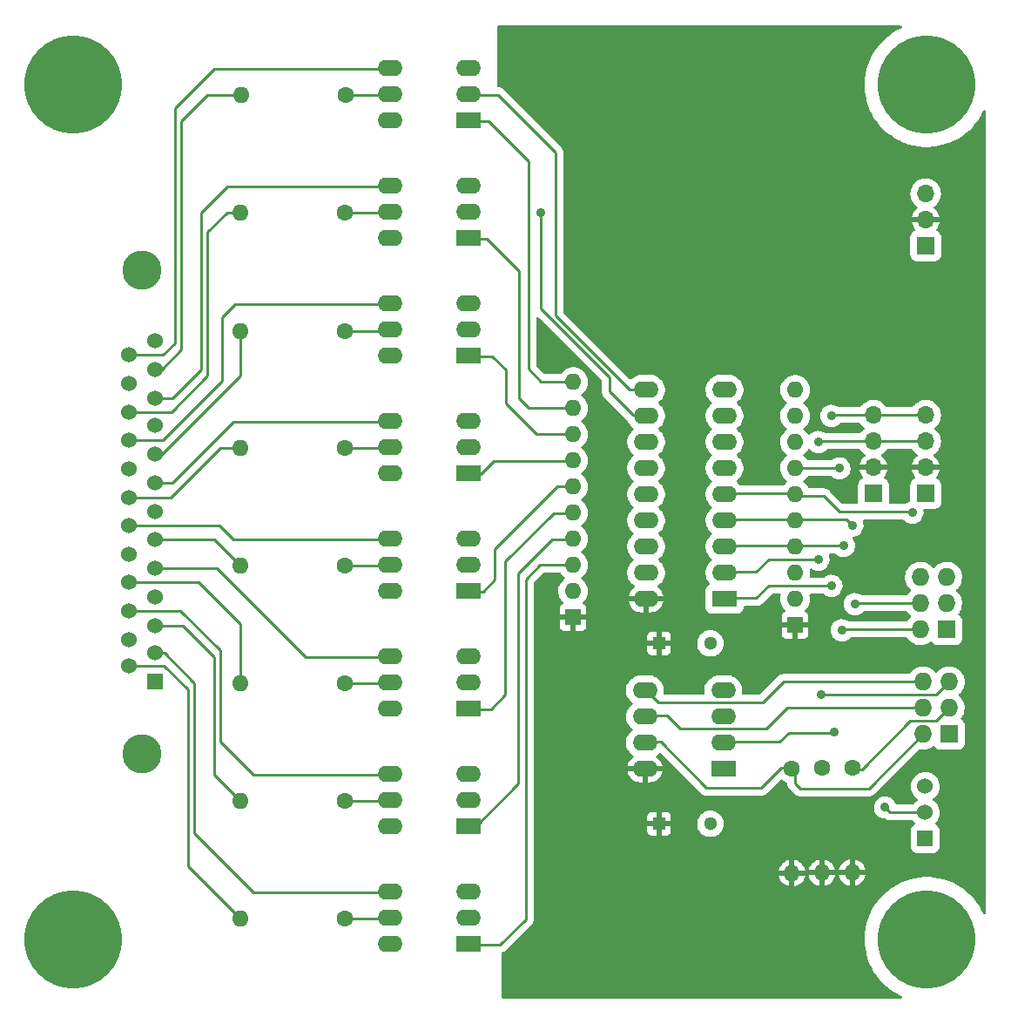
<source format=gtl>
%TF.GenerationSoftware,KiCad,Pcbnew,(6.0.1)*%
%TF.CreationDate,2022-09-29T09:15:53-04:00*%
%TF.ProjectId,OptoOut8-I2C,4f70746f-4f75-4743-982d-4932432e6b69,X1*%
%TF.SameCoordinates,Original*%
%TF.FileFunction,Copper,L1,Top*%
%TF.FilePolarity,Positive*%
%FSLAX46Y46*%
G04 Gerber Fmt 4.6, Leading zero omitted, Abs format (unit mm)*
G04 Created by KiCad (PCBNEW (6.0.1)) date 2022-09-29 09:15:53*
%MOMM*%
%LPD*%
G01*
G04 APERTURE LIST*
%TA.AperFunction,ComponentPad*%
%ADD10C,1.600000*%
%TD*%
%TA.AperFunction,ComponentPad*%
%ADD11O,1.600000X1.600000*%
%TD*%
%TA.AperFunction,ComponentPad*%
%ADD12R,1.700000X1.700000*%
%TD*%
%TA.AperFunction,ComponentPad*%
%ADD13O,1.700000X1.700000*%
%TD*%
%TA.AperFunction,ComponentPad*%
%ADD14R,2.400000X1.600000*%
%TD*%
%TA.AperFunction,ComponentPad*%
%ADD15O,2.400000X1.600000*%
%TD*%
%TA.AperFunction,ComponentPad*%
%ADD16R,1.600000X1.600000*%
%TD*%
%TA.AperFunction,ComponentPad*%
%ADD17C,3.810000*%
%TD*%
%TA.AperFunction,ComponentPad*%
%ADD18R,1.524000X1.524000*%
%TD*%
%TA.AperFunction,ComponentPad*%
%ADD19C,1.524000*%
%TD*%
%TA.AperFunction,ComponentPad*%
%ADD20C,9.525000*%
%TD*%
%TA.AperFunction,ComponentPad*%
%ADD21R,1.727200X1.727200*%
%TD*%
%TA.AperFunction,ComponentPad*%
%ADD22O,1.727200X1.727200*%
%TD*%
%TA.AperFunction,ComponentPad*%
%ADD23R,1.300000X1.300000*%
%TD*%
%TA.AperFunction,ComponentPad*%
%ADD24C,1.300000*%
%TD*%
%TA.AperFunction,ViaPad*%
%ADD25C,0.889000*%
%TD*%
%TA.AperFunction,Conductor*%
%ADD26C,0.254000*%
%TD*%
G04 APERTURE END LIST*
D10*
%TO.P,R11,1*%
%TO.N,Net-(J5-Pad3)*%
X111750000Y-92370000D03*
D11*
%TO.P,R11,2*%
%TO.N,/VCC*%
X111750000Y-102530000D03*
%TD*%
D10*
%TO.P,R10,1*%
%TO.N,Net-(J5-Pad5)*%
X108800000Y-92390000D03*
D11*
%TO.P,R10,2*%
%TO.N,/VCC*%
X108800000Y-102550000D03*
%TD*%
D10*
%TO.P,R9,1*%
%TO.N,Net-(J5-Pad2)*%
X105900000Y-92420000D03*
D11*
%TO.P,R9,2*%
%TO.N,/VCC*%
X105900000Y-102580000D03*
%TD*%
D10*
%TO.P,R6,1*%
%TO.N,Net-(R6-Pad1)*%
X62410000Y-84100000D03*
D11*
%TO.P,R6,2*%
%TO.N,Net-(J7-Pad17)*%
X52250000Y-84100000D03*
%TD*%
D10*
%TO.P,R5,1*%
%TO.N,Net-(R5-Pad1)*%
X62460000Y-72700000D03*
D11*
%TO.P,R5,2*%
%TO.N,Net-(J7-Pad6)*%
X52300000Y-72700000D03*
%TD*%
D10*
%TO.P,R4,1*%
%TO.N,Net-(R4-Pad1)*%
X62460000Y-61300000D03*
D11*
%TO.P,R4,2*%
%TO.N,Net-(J7-Pad20)*%
X52300000Y-61300000D03*
%TD*%
D10*
%TO.P,R3,1*%
%TO.N,Net-(R3-Pad1)*%
X62460000Y-49900000D03*
D11*
%TO.P,R3,2*%
%TO.N,Net-(J7-Pad9)*%
X52300000Y-49900000D03*
%TD*%
D10*
%TO.P,R2,1*%
%TO.N,Net-(R2-Pad1)*%
X62460000Y-38400000D03*
D11*
%TO.P,R2,2*%
%TO.N,Net-(J7-Pad23)*%
X52300000Y-38400000D03*
%TD*%
D10*
%TO.P,R1,1*%
%TO.N,Net-(R1-Pad1)*%
X62510000Y-27000000D03*
D11*
%TO.P,R1,2*%
%TO.N,Net-(J7-Pad12)*%
X52350000Y-27000000D03*
%TD*%
D10*
%TO.P,R7,1*%
%TO.N,Net-(R7-Pad1)*%
X62410000Y-95550000D03*
D11*
%TO.P,R7,2*%
%TO.N,Net-(J7-Pad3)*%
X52250000Y-95550000D03*
%TD*%
D10*
%TO.P,R8,1*%
%TO.N,Net-(R8-Pad1)*%
X62460000Y-107000000D03*
D11*
%TO.P,R8,2*%
%TO.N,Net-(J7-Pad14)*%
X52300000Y-107000000D03*
%TD*%
D12*
%TO.P,J1,1,P1*%
%TO.N,GND*%
X118900000Y-41656000D03*
D13*
%TO.P,J1,2,PM*%
%TO.N,/VCC*%
X118900000Y-39116000D03*
%TO.P,J1,3,P3*%
%TO.N,GND*%
X118900000Y-36576000D03*
%TD*%
D14*
%TO.P,U10,1,A0*%
%TO.N,/A0*%
X99225000Y-92450000D03*
D15*
%TO.P,U10,2,A1*%
%TO.N,/A1*%
X99225000Y-89910000D03*
%TO.P,U10,3,A2*%
%TO.N,/A2*%
X99225000Y-87370000D03*
%TO.P,U10,4,GND*%
%TO.N,GND*%
X99225000Y-84830000D03*
%TO.P,U10,5,SDA*%
%TO.N,/SDA*%
X91605000Y-84830000D03*
%TO.P,U10,6,SCL*%
%TO.N,/SCL*%
X91605000Y-87370000D03*
%TO.P,U10,7,TEST*%
%TO.N,Net-(J5-Pad2)*%
X91605000Y-89910000D03*
%TO.P,U10,8,VCC*%
%TO.N,/VCC*%
X91605000Y-92450000D03*
%TD*%
D14*
%TO.P,U9,1,SCL*%
%TO.N,/SCL*%
X99329000Y-75936000D03*
D15*
%TO.P,U9,2,SDA*%
%TO.N,/SDA*%
X99329000Y-73396000D03*
%TO.P,U9,3,A2*%
%TO.N,/A2*%
X99329000Y-70856000D03*
%TO.P,U9,4,A1*%
%TO.N,/A1*%
X99329000Y-68316000D03*
%TO.P,U9,5,A0*%
%TO.N,/A0*%
X99329000Y-65776000D03*
%TO.P,U9,6,~{RST}*%
%TO.N,Net-(RP2-Pad3)*%
X99329000Y-63236000D03*
%TO.P,U9,7*%
%TO.N,N/C*%
X99329000Y-60696000D03*
%TO.P,U9,8,INT*%
%TO.N,Net-(RP2-Pad7)*%
X99329000Y-58156000D03*
%TO.P,U9,9,VSS*%
%TO.N,GND*%
X99329000Y-55616000D03*
%TO.P,U9,10,GP0*%
%TO.N,Net-(U1-Pad2)*%
X91709000Y-55616000D03*
%TO.P,U9,11,GP1*%
%TO.N,Net-(U2-Pad2)*%
X91709000Y-58156000D03*
%TO.P,U9,12,GP2*%
%TO.N,Net-(U3-Pad2)*%
X91709000Y-60696000D03*
%TO.P,U9,13,GP3*%
%TO.N,Net-(U4-Pad2)*%
X91709000Y-63236000D03*
%TO.P,U9,14,GP4*%
%TO.N,Net-(U5-Pad2)*%
X91709000Y-65776000D03*
%TO.P,U9,15,GP5*%
%TO.N,Net-(U6-Pad2)*%
X91709000Y-68316000D03*
%TO.P,U9,16,GP6*%
%TO.N,Net-(U7-Pad2)*%
X91709000Y-70856000D03*
%TO.P,U9,17,GP7*%
%TO.N,Net-(U8-Pad2)*%
X91709000Y-73396000D03*
%TO.P,U9,18,VDD*%
%TO.N,/VCC*%
X91709000Y-75936000D03*
%TD*%
D14*
%TO.P,U8,1*%
%TO.N,Net-(RP1-Pad3)*%
X74422000Y-109474000D03*
D15*
%TO.P,U8,2*%
%TO.N,Net-(U8-Pad2)*%
X74422000Y-106934000D03*
%TO.P,U8,3*%
%TO.N,N/C*%
X74422000Y-104394000D03*
%TO.P,U8,4*%
%TO.N,Net-(J7-Pad2)*%
X66802000Y-104394000D03*
%TO.P,U8,5*%
%TO.N,Net-(R8-Pad1)*%
X66802000Y-106934000D03*
%TO.P,U8,6*%
%TO.N,unconnected-(U8-Pad6)*%
X66802000Y-109474000D03*
%TD*%
%TO.P,U7,6*%
%TO.N,unconnected-(U7-Pad6)*%
X66802000Y-98044000D03*
%TO.P,U7,5*%
%TO.N,Net-(R7-Pad1)*%
X66802000Y-95504000D03*
%TO.P,U7,4*%
%TO.N,Net-(J7-Pad16)*%
X66802000Y-92964000D03*
%TO.P,U7,3*%
%TO.N,N/C*%
X74422000Y-92964000D03*
%TO.P,U7,2*%
%TO.N,Net-(U7-Pad2)*%
X74422000Y-95504000D03*
D14*
%TO.P,U7,1*%
%TO.N,Net-(RP1-Pad4)*%
X74422000Y-98044000D03*
%TD*%
%TO.P,U6,1*%
%TO.N,Net-(RP1-Pad5)*%
X74437000Y-86599000D03*
D15*
%TO.P,U6,2*%
%TO.N,Net-(U6-Pad2)*%
X74437000Y-84059000D03*
%TO.P,U6,3*%
%TO.N,N/C*%
X74437000Y-81519000D03*
%TO.P,U6,4*%
%TO.N,Net-(J7-Pad5)*%
X66817000Y-81519000D03*
%TO.P,U6,5*%
%TO.N,Net-(R6-Pad1)*%
X66817000Y-84059000D03*
%TO.P,U6,6*%
%TO.N,unconnected-(U6-Pad6)*%
X66817000Y-86599000D03*
%TD*%
D14*
%TO.P,U5,1*%
%TO.N,Net-(RP1-Pad6)*%
X74422000Y-75184000D03*
D15*
%TO.P,U5,2*%
%TO.N,Net-(U5-Pad2)*%
X74422000Y-72644000D03*
%TO.P,U5,3*%
%TO.N,N/C*%
X74422000Y-70104000D03*
%TO.P,U5,4*%
%TO.N,Net-(J7-Pad19)*%
X66802000Y-70104000D03*
%TO.P,U5,5*%
%TO.N,Net-(R5-Pad1)*%
X66802000Y-72644000D03*
%TO.P,U5,6*%
%TO.N,unconnected-(U5-Pad6)*%
X66802000Y-75184000D03*
%TD*%
D14*
%TO.P,U4,1*%
%TO.N,Net-(RP1-Pad7)*%
X74422000Y-63754000D03*
D15*
%TO.P,U4,2*%
%TO.N,Net-(U4-Pad2)*%
X74422000Y-61214000D03*
%TO.P,U4,3*%
%TO.N,N/C*%
X74422000Y-58674000D03*
%TO.P,U4,4*%
%TO.N,Net-(J7-Pad8)*%
X66802000Y-58674000D03*
%TO.P,U4,5*%
%TO.N,Net-(R4-Pad1)*%
X66802000Y-61214000D03*
%TO.P,U4,6*%
%TO.N,unconnected-(U4-Pad6)*%
X66802000Y-63754000D03*
%TD*%
D14*
%TO.P,U3,1*%
%TO.N,Net-(RP1-Pad8)*%
X74422000Y-52324000D03*
D15*
%TO.P,U3,2*%
%TO.N,Net-(U3-Pad2)*%
X74422000Y-49784000D03*
%TO.P,U3,3*%
%TO.N,N/C*%
X74422000Y-47244000D03*
%TO.P,U3,4*%
%TO.N,Net-(J7-Pad22)*%
X66802000Y-47244000D03*
%TO.P,U3,5*%
%TO.N,Net-(R3-Pad1)*%
X66802000Y-49784000D03*
%TO.P,U3,6*%
%TO.N,unconnected-(U3-Pad6)*%
X66802000Y-52324000D03*
%TD*%
D14*
%TO.P,U2,1*%
%TO.N,Net-(RP1-Pad9)*%
X74422000Y-40894000D03*
D15*
%TO.P,U2,2*%
%TO.N,Net-(U2-Pad2)*%
X74422000Y-38354000D03*
%TO.P,U2,3*%
%TO.N,N/C*%
X74422000Y-35814000D03*
%TO.P,U2,4*%
%TO.N,Net-(J7-Pad11)*%
X66802000Y-35814000D03*
%TO.P,U2,5*%
%TO.N,Net-(R2-Pad1)*%
X66802000Y-38354000D03*
%TO.P,U2,6*%
%TO.N,unconnected-(U2-Pad6)*%
X66802000Y-40894000D03*
%TD*%
D14*
%TO.P,U1,1*%
%TO.N,Net-(RP1-Pad10)*%
X74422000Y-29464000D03*
D15*
%TO.P,U1,2*%
%TO.N,Net-(U1-Pad2)*%
X74422000Y-26924000D03*
%TO.P,U1,3*%
%TO.N,N/C*%
X74422000Y-24384000D03*
%TO.P,U1,4*%
%TO.N,Net-(J7-Pad25)*%
X66802000Y-24384000D03*
%TO.P,U1,5*%
%TO.N,Net-(R1-Pad1)*%
X66802000Y-26924000D03*
%TO.P,U1,6*%
%TO.N,unconnected-(U1-Pad6)*%
X66802000Y-29464000D03*
%TD*%
D16*
%TO.P,RP2,1,COM*%
%TO.N,/VCC*%
X106200000Y-78486000D03*
D11*
%TO.P,RP2,2,2*%
%TO.N,unconnected-(RP2-Pad2)*%
X106200000Y-75946000D03*
%TO.P,RP2,3,3*%
%TO.N,Net-(RP2-Pad3)*%
X106200000Y-73406000D03*
%TO.P,RP2,4,4*%
%TO.N,/A2*%
X106200000Y-70866000D03*
%TO.P,RP2,5,5*%
%TO.N,/A1*%
X106200000Y-68326000D03*
%TO.P,RP2,6,6*%
%TO.N,/A0*%
X106200000Y-65786000D03*
%TO.P,RP2,7,7*%
%TO.N,Net-(RP2-Pad7)*%
X106200000Y-63246000D03*
%TO.P,RP2,8,8*%
%TO.N,unconnected-(RP2-Pad8)*%
X106200000Y-60706000D03*
%TO.P,RP2,9,9*%
%TO.N,unconnected-(RP2-Pad9)*%
X106200000Y-58166000D03*
%TO.P,RP2,10,10*%
%TO.N,unconnected-(RP2-Pad10)*%
X106200000Y-55626000D03*
%TD*%
D16*
%TO.P,RP1,1,COM*%
%TO.N,/VCC*%
X84610000Y-77724000D03*
D11*
%TO.P,RP1,2,2*%
%TO.N,unconnected-(RP1-Pad2)*%
X84610000Y-75184000D03*
%TO.P,RP1,3,3*%
%TO.N,Net-(RP1-Pad3)*%
X84610000Y-72644000D03*
%TO.P,RP1,4,4*%
%TO.N,Net-(RP1-Pad4)*%
X84610000Y-70104000D03*
%TO.P,RP1,5,5*%
%TO.N,Net-(RP1-Pad5)*%
X84610000Y-67564000D03*
%TO.P,RP1,6,6*%
%TO.N,Net-(RP1-Pad6)*%
X84610000Y-65024000D03*
%TO.P,RP1,7,7*%
%TO.N,Net-(RP1-Pad7)*%
X84610000Y-62484000D03*
%TO.P,RP1,8,8*%
%TO.N,Net-(RP1-Pad8)*%
X84610000Y-59944000D03*
%TO.P,RP1,9,9*%
%TO.N,Net-(RP1-Pad9)*%
X84610000Y-57404000D03*
%TO.P,RP1,10,10*%
%TO.N,Net-(RP1-Pad10)*%
X84610000Y-54864000D03*
%TD*%
D17*
%TO.P,J7,*%
%TO.N,*%
X42700000Y-44005000D03*
X42700000Y-90995000D03*
D18*
%TO.P,J7,1,1*%
%TO.N,unconnected-(J7-Pad1)*%
X43970000Y-84010000D03*
D19*
%TO.P,J7,2,2*%
%TO.N,Net-(J7-Pad2)*%
X43970000Y-81216000D03*
%TO.P,J7,3,3*%
%TO.N,Net-(J7-Pad3)*%
X43970000Y-78549000D03*
%TO.P,J7,4,4*%
%TO.N,unconnected-(J7-Pad4)*%
X43970000Y-75755000D03*
%TO.P,J7,5,5*%
%TO.N,Net-(J7-Pad5)*%
X43970000Y-72961000D03*
%TO.P,J7,6,6*%
%TO.N,Net-(J7-Pad6)*%
X43970000Y-70167000D03*
%TO.P,J7,7,7*%
%TO.N,unconnected-(J7-Pad7)*%
X43970000Y-67500000D03*
%TO.P,J7,8,8*%
%TO.N,Net-(J7-Pad8)*%
X43970000Y-64706000D03*
%TO.P,J7,9,9*%
%TO.N,Net-(J7-Pad9)*%
X43970000Y-61912000D03*
%TO.P,J7,10,10*%
%TO.N,unconnected-(J7-Pad10)*%
X43970000Y-59118000D03*
%TO.P,J7,11,11*%
%TO.N,Net-(J7-Pad11)*%
X43970000Y-56451000D03*
%TO.P,J7,12,12*%
%TO.N,Net-(J7-Pad12)*%
X43970000Y-53657000D03*
%TO.P,J7,13,13*%
%TO.N,unconnected-(J7-Pad13)*%
X43970000Y-50863000D03*
%TO.P,J7,14,P14*%
%TO.N,Net-(J7-Pad14)*%
X41430000Y-82435200D03*
%TO.P,J7,15,P15*%
%TO.N,unconnected-(J7-Pad15)*%
X41430000Y-79895200D03*
%TO.P,J7,16,P16*%
%TO.N,Net-(J7-Pad16)*%
X41430000Y-77101200D03*
%TO.P,J7,17,P17*%
%TO.N,Net-(J7-Pad17)*%
X41430000Y-74358000D03*
%TO.P,J7,18,P18*%
%TO.N,unconnected-(J7-Pad18)*%
X41430000Y-71614800D03*
%TO.P,J7,19,P19*%
%TO.N,Net-(J7-Pad19)*%
X41430000Y-68820800D03*
%TO.P,J7,20,P20*%
%TO.N,Net-(J7-Pad20)*%
X41430000Y-66077600D03*
%TO.P,J7,21,P21*%
%TO.N,unconnected-(J7-Pad21)*%
X41430000Y-63334400D03*
%TO.P,J7,22,P22*%
%TO.N,Net-(J7-Pad22)*%
X41430000Y-60489600D03*
%TO.P,J7,23,P23*%
%TO.N,Net-(J7-Pad23)*%
X41430000Y-57797200D03*
%TO.P,J7,24,P24*%
%TO.N,unconnected-(J7-Pad24)*%
X41430000Y-55054000D03*
%TO.P,J7,25,P25*%
%TO.N,Net-(J7-Pad25)*%
X41430000Y-52260000D03*
%TD*%
D12*
%TO.P,J3,1,P1*%
%TO.N,GND*%
X118900000Y-65720000D03*
D13*
%TO.P,J3,2,P2*%
%TO.N,/VCC*%
X118900000Y-63180000D03*
%TO.P,J3,3,P3*%
%TO.N,/SDA*%
X118900000Y-60640000D03*
%TO.P,J3,4,P4*%
%TO.N,/SCL*%
X118900000Y-58100000D03*
%TD*%
D12*
%TO.P,J2,1,P1*%
%TO.N,GND*%
X113820000Y-65720000D03*
D13*
%TO.P,J2,2,P2*%
%TO.N,/VCC*%
X113820000Y-63180000D03*
%TO.P,J2,3,P3*%
%TO.N,/SDA*%
X113820000Y-60640000D03*
%TO.P,J2,4,P4*%
%TO.N,/SCL*%
X113820000Y-58100000D03*
%TD*%
D20*
%TO.P,MTG4,1*%
%TO.N,N/C*%
X36000000Y-26000000D03*
%TD*%
%TO.P,MTG3,1*%
%TO.N,N/C*%
X119000000Y-26000000D03*
%TD*%
%TO.P,MTG2,1*%
%TO.N,N/C*%
X36000000Y-109000000D03*
%TD*%
%TO.P,MTG1,1*%
%TO.N,N/C*%
X119000000Y-109000000D03*
%TD*%
D18*
%TO.P,J6,1,P1*%
%TO.N,GND*%
X118850000Y-99240000D03*
D19*
%TO.P,J6,2,PM*%
%TO.N,Net-(RP2-Pad7)*%
X118850000Y-96700000D03*
%TO.P,J6,3,P3*%
%TO.N,GND*%
X118850000Y-94160000D03*
%TD*%
D21*
%TO.P,J4,1,1*%
%TO.N,GND*%
X120932000Y-78928000D03*
D22*
%TO.P,J4,2,2*%
%TO.N,/A2*%
X118392000Y-78928000D03*
%TO.P,J4,3,3*%
%TO.N,GND*%
X120932000Y-76388000D03*
%TO.P,J4,4,4*%
%TO.N,/A1*%
X118392000Y-76388000D03*
%TO.P,J4,5,5*%
%TO.N,GND*%
X120932000Y-73848000D03*
%TO.P,J4,6,6*%
%TO.N,/A0*%
X118392000Y-73848000D03*
%TD*%
D21*
%TO.P,J5,1,P1*%
%TO.N,GND*%
X121186000Y-89088000D03*
D22*
%TO.P,J5,2,P2*%
%TO.N,Net-(J5-Pad2)*%
X118646000Y-89088000D03*
%TO.P,J5,3,P3*%
%TO.N,Net-(J5-Pad3)*%
X121186000Y-86548000D03*
%TO.P,J5,4,P4*%
%TO.N,/SCL*%
X118646000Y-86548000D03*
%TO.P,J5,5,P5*%
%TO.N,Net-(J5-Pad5)*%
X121186000Y-84008000D03*
%TO.P,J5,6,P6*%
%TO.N,/SDA*%
X118646000Y-84008000D03*
%TD*%
D23*
%TO.P,C1,1*%
%TO.N,/VCC*%
X92964000Y-80264000D03*
D24*
%TO.P,C1,2*%
%TO.N,GND*%
X97964000Y-80264000D03*
%TD*%
D23*
%TO.P,C2,1*%
%TO.N,/VCC*%
X92964000Y-97790000D03*
D24*
%TO.P,C2,2*%
%TO.N,GND*%
X97964000Y-97790000D03*
%TD*%
D25*
%TO.N,Net-(U2-Pad2)*%
X81465000Y-38415000D03*
%TO.N,Net-(RP2-Pad7)*%
X114950000Y-96200000D03*
X110502200Y-63250000D03*
%TO.N,/A0*%
X117602000Y-67564000D03*
%TO.N,/A1*%
X112014000Y-76454000D03*
X111760000Y-68834000D03*
X109982000Y-88900000D03*
%TO.N,/A2*%
X110744000Y-78994000D03*
X110932000Y-70800000D03*
%TO.N,/SCL*%
X109728000Y-74676000D03*
X109728000Y-58166000D03*
%TO.N,/SDA*%
X108458000Y-72136000D03*
X108458000Y-60706000D03*
%TO.N,Net-(J5-Pad5)*%
X108740000Y-85278000D03*
%TD*%
D26*
%TO.N,Net-(RP1-Pad6)*%
X83106000Y-65024000D02*
X76990000Y-71140000D01*
X84610000Y-65024000D02*
X83106000Y-65024000D01*
X76990000Y-74102000D02*
X76990000Y-71140000D01*
%TO.N,Net-(RP2-Pad7)*%
X115450000Y-96700000D02*
X114950000Y-96200000D01*
X118850000Y-96700000D02*
X115450000Y-96700000D01*
%TO.N,Net-(U1-Pad2)*%
X90116000Y-55616000D02*
X82900000Y-48400000D01*
X82900000Y-32550000D02*
X82900000Y-48400000D01*
X91709000Y-55616000D02*
X90116000Y-55616000D01*
X77335000Y-26985000D02*
X82900000Y-32550000D01*
X74450000Y-26985000D02*
X77335000Y-26985000D01*
%TO.N,Net-(U2-Pad2)*%
X81465000Y-47733000D02*
X88166000Y-54434000D01*
X81465000Y-38415000D02*
X81465000Y-47733000D01*
X88166000Y-55814000D02*
X88166000Y-54434000D01*
%TO.N,Net-(RP1-Pad10)*%
X76355000Y-29525000D02*
X80250000Y-33420000D01*
X81514000Y-54864000D02*
X80250000Y-53600000D01*
X84610000Y-54864000D02*
X81514000Y-54864000D01*
X80250000Y-53600000D02*
X80250000Y-33420000D01*
%TO.N,Net-(RP1-Pad9)*%
X79350000Y-44077000D02*
X76228000Y-40955000D01*
X79350000Y-56450000D02*
X79350000Y-44077000D01*
X80304000Y-57404000D02*
X79350000Y-56450000D01*
X84610000Y-57404000D02*
X80304000Y-57404000D01*
%TO.N,Net-(RP1-Pad8)*%
X78050500Y-56950500D02*
X78050500Y-53699500D01*
X78050500Y-53699500D02*
X76736000Y-52385000D01*
X81044000Y-59944000D02*
X78050500Y-56950500D01*
X84610000Y-59944000D02*
X81044000Y-59944000D01*
%TO.N,Net-(RP2-Pad7)*%
X110498200Y-63246000D02*
X110502200Y-63250000D01*
X106200000Y-63246000D02*
X110498200Y-63246000D01*
%TO.N,Net-(RP1-Pad3)*%
X80000000Y-74050000D02*
X80000000Y-107070000D01*
X80000000Y-107070000D02*
X77535000Y-109535000D01*
X81406000Y-72644000D02*
X80000000Y-74050000D01*
X84610000Y-72644000D02*
X81406000Y-72644000D01*
X77535000Y-109535000D02*
X74450000Y-109535000D01*
%TO.N,Net-(R8-Pad1)*%
X62460000Y-107000000D02*
X66736000Y-107000000D01*
%TO.N,Net-(R7-Pad1)*%
X62410000Y-95550000D02*
X66756000Y-95550000D01*
%TO.N,Net-(R6-Pad1)*%
X62410000Y-84100000D02*
X66776000Y-84100000D01*
%TO.N,Net-(R5-Pad1)*%
X62460000Y-72700000D02*
X66746000Y-72700000D01*
%TO.N,Net-(R4-Pad1)*%
X62460000Y-61300000D02*
X66716000Y-61300000D01*
%TO.N,Net-(R3-Pad1)*%
X62460000Y-49900000D02*
X66686000Y-49900000D01*
%TO.N,Net-(R2-Pad1)*%
X62460000Y-38400000D02*
X66756000Y-38400000D01*
%TO.N,Net-(R1-Pad1)*%
X62510000Y-27000000D02*
X66726000Y-27000000D01*
%TO.N,Net-(J5-Pad3)*%
X112704000Y-92490000D02*
X117376000Y-87818000D01*
X112704000Y-92490000D02*
X111550000Y-92490000D01*
%TO.N,Net-(J5-Pad2)*%
X102898000Y-94295000D02*
X104853000Y-92340000D01*
X106200000Y-92340000D02*
X104853000Y-92340000D01*
X106200000Y-93850000D02*
X106200000Y-92340000D01*
X113384000Y-94350000D02*
X106700000Y-94350000D01*
X106700000Y-94350000D02*
X106200000Y-93850000D01*
X118646000Y-89088000D02*
X113384000Y-94350000D01*
%TO.N,/A0*%
X110518000Y-67498000D02*
X117536000Y-67498000D01*
X117602000Y-67564000D02*
X117536000Y-67498000D01*
X99215000Y-65720000D02*
X106200000Y-65720000D01*
X108994000Y-65974000D02*
X106454000Y-65974000D01*
X110518000Y-67498000D02*
X108994000Y-65974000D01*
%TO.N,/A1*%
X118392000Y-76388000D02*
X112080000Y-76388000D01*
X112080000Y-76388000D02*
X112014000Y-76454000D01*
X106200000Y-68260000D02*
X111186000Y-68260000D01*
X111186000Y-68260000D02*
X111760000Y-68834000D01*
X105565000Y-88961000D02*
X109921000Y-88961000D01*
X99215000Y-89850000D02*
X104676000Y-89850000D01*
X104676000Y-89850000D02*
X105565000Y-88961000D01*
X109921000Y-88961000D02*
X109982000Y-88900000D01*
X99215000Y-68260000D02*
X106200000Y-68260000D01*
%TO.N,/A2*%
X106200000Y-70800000D02*
X110932000Y-70800000D01*
X110810000Y-78928000D02*
X118392000Y-78928000D01*
X110744000Y-78994000D02*
X110810000Y-78928000D01*
X99215000Y-70800000D02*
X106200000Y-70800000D01*
%TO.N,/SCL*%
X99215000Y-75880000D02*
X102428000Y-75880000D01*
X103632000Y-74676000D02*
X109728000Y-74676000D01*
X102428000Y-75880000D02*
X103632000Y-74676000D01*
X109794000Y-58100000D02*
X113820000Y-58100000D01*
X109728000Y-58166000D02*
X109794000Y-58100000D01*
X95024000Y-88580000D02*
X103406000Y-88580000D01*
X103406000Y-88580000D02*
X105438000Y-86548000D01*
X105438000Y-86548000D02*
X118646000Y-86548000D01*
X95024000Y-88580000D02*
X93754000Y-87310000D01*
X93754000Y-87310000D02*
X91595000Y-87310000D01*
X113820000Y-58100000D02*
X118900000Y-58100000D01*
%TO.N,/SDA*%
X99215000Y-73340000D02*
X102428000Y-73340000D01*
X103632000Y-72136000D02*
X108458000Y-72136000D01*
X102428000Y-73340000D02*
X103632000Y-72136000D01*
X108524000Y-60640000D02*
X113820000Y-60640000D01*
X108458000Y-60706000D02*
X108524000Y-60640000D01*
X118646000Y-84008000D02*
X105057000Y-84008000D01*
X92865000Y-86040000D02*
X91595000Y-84770000D01*
X103025000Y-86040000D02*
X92865000Y-86040000D01*
X105057000Y-84008000D02*
X103025000Y-86040000D01*
X113820000Y-60640000D02*
X118900000Y-60640000D01*
%TO.N,Net-(J7-Pad12)*%
X46510000Y-51750000D02*
X46510000Y-29525000D01*
X46510000Y-29525000D02*
X49050000Y-26985000D01*
X49050000Y-26985000D02*
X52225000Y-26985000D01*
X44603000Y-53657000D02*
X46510000Y-51750000D01*
%TO.N,Net-(RP1-Pad4)*%
X79276000Y-93914000D02*
X79276000Y-73467000D01*
X82578000Y-70165000D02*
X84610000Y-70165000D01*
X79276000Y-73467000D02*
X82578000Y-70165000D01*
X75085000Y-98105000D02*
X79276000Y-93914000D01*
%TO.N,Net-(RP1-Pad5)*%
X78006000Y-85278000D02*
X78006000Y-72324000D01*
X82705000Y-67625000D02*
X84610000Y-67625000D01*
X78006000Y-72324000D02*
X82705000Y-67625000D01*
X76609000Y-86675000D02*
X78006000Y-85278000D01*
X74450000Y-86675000D02*
X76609000Y-86675000D01*
%TO.N,Net-(RP1-Pad6)*%
X75847000Y-75245000D02*
X76990000Y-74102000D01*
X74450000Y-75245000D02*
X75847000Y-75245000D01*
%TO.N,Net-(RP1-Pad7)*%
X75593000Y-63815000D02*
X76863000Y-62545000D01*
X76863000Y-62545000D02*
X84610000Y-62545000D01*
X74450000Y-63815000D02*
X75593000Y-63815000D01*
%TO.N,Net-(RP1-Pad8)*%
X76736000Y-52385000D02*
X74450000Y-52385000D01*
%TO.N,Net-(RP1-Pad9)*%
X74450000Y-40955000D02*
X76228000Y-40955000D01*
%TO.N,Net-(RP1-Pad10)*%
X74450000Y-29525000D02*
X76355000Y-29525000D01*
%TO.N,Net-(U2-Pad2)*%
X91595000Y-58100000D02*
X90452000Y-58100000D01*
X90452000Y-58100000D02*
X88166000Y-55814000D01*
%TO.N,Net-(J5-Pad3)*%
X119916000Y-87818000D02*
X121186000Y-86548000D01*
X117376000Y-87818000D02*
X119916000Y-87818000D01*
%TO.N,Net-(J7-Pad2)*%
X44861000Y-81216000D02*
X47780000Y-84135000D01*
X47780000Y-84135000D02*
X47780000Y-98740000D01*
X47780000Y-98740000D02*
X53495000Y-104455000D01*
X53495000Y-104455000D02*
X66830000Y-104455000D01*
X43970000Y-81216000D02*
X44861000Y-81216000D01*
%TO.N,Net-(J7-Pad3)*%
X46639000Y-78549000D02*
X49685000Y-81595000D01*
X49685000Y-81595000D02*
X49685000Y-93025000D01*
X49685000Y-93025000D02*
X52225000Y-95565000D01*
X43970000Y-78549000D02*
X46639000Y-78549000D01*
%TO.N,Net-(J7-Pad5)*%
X49941000Y-72961000D02*
X58575000Y-81595000D01*
X58575000Y-81595000D02*
X66830000Y-81595000D01*
X43970000Y-72961000D02*
X49941000Y-72961000D01*
%TO.N,Net-(J7-Pad6)*%
X49687000Y-70167000D02*
X52225000Y-72705000D01*
X43970000Y-70167000D02*
X49687000Y-70167000D01*
%TO.N,Net-(J7-Pad8)*%
X45619000Y-64706000D02*
X51590000Y-58735000D01*
X51590000Y-58735000D02*
X66830000Y-58735000D01*
X43970000Y-64706000D02*
X45619000Y-64706000D01*
%TO.N,Net-(J7-Pad9)*%
X52225000Y-54290000D02*
X44603000Y-61912000D01*
X52225000Y-49845000D02*
X52225000Y-54290000D01*
%TO.N,Net-(J7-Pad11)*%
X50955000Y-35875000D02*
X66830000Y-35875000D01*
X45619000Y-56451000D02*
X48415000Y-53655000D01*
X48415000Y-53655000D02*
X48415000Y-38415000D01*
X48415000Y-38415000D02*
X50955000Y-35875000D01*
X43970000Y-56451000D02*
X45619000Y-56451000D01*
%TO.N,Net-(J7-Pad14)*%
X44810200Y-82435200D02*
X47145000Y-84770000D01*
X47145000Y-84770000D02*
X47145000Y-101915000D01*
X47145000Y-101915000D02*
X52225000Y-106995000D01*
X41430000Y-82435200D02*
X44810200Y-82435200D01*
%TO.N,Net-(J7-Pad16)*%
X46461200Y-77101200D02*
X50320000Y-80960000D01*
X50320000Y-80960000D02*
X50320000Y-89850000D01*
X50320000Y-89850000D02*
X53495000Y-93025000D01*
X53495000Y-93025000D02*
X66830000Y-93025000D01*
X41430000Y-77101200D02*
X46461200Y-77101200D01*
%TO.N,Net-(J7-Pad17)*%
X48163000Y-74358000D02*
X52225000Y-78420000D01*
X52225000Y-78420000D02*
X52225000Y-84135000D01*
X41430000Y-74358000D02*
X48163000Y-74358000D01*
%TO.N,Net-(J7-Pad19)*%
X50245800Y-68820800D02*
X51590000Y-70165000D01*
X51590000Y-70165000D02*
X66830000Y-70165000D01*
X41430000Y-68820800D02*
X50245800Y-68820800D01*
%TO.N,Net-(J7-Pad20)*%
X45517400Y-66077600D02*
X50320000Y-61275000D01*
X50320000Y-61275000D02*
X52225000Y-61275000D01*
X41430000Y-66077600D02*
X45517400Y-66077600D01*
%TO.N,Net-(J7-Pad22)*%
X66830000Y-47305000D02*
X51717000Y-47305000D01*
X50447000Y-48575000D02*
X50447000Y-54798000D01*
X51717000Y-47305000D02*
X50447000Y-48575000D01*
X44755400Y-60489600D02*
X50447000Y-54798000D01*
X41430000Y-60489600D02*
X44755400Y-60489600D01*
%TO.N,Net-(J7-Pad23)*%
X49050000Y-54290000D02*
X49050000Y-40320000D01*
X49050000Y-40320000D02*
X50955000Y-38415000D01*
X50955000Y-38415000D02*
X52860000Y-38415000D01*
X45542800Y-57797200D02*
X49050000Y-54290000D01*
X41430000Y-57797200D02*
X45542800Y-57797200D01*
%TO.N,Net-(J7-Pad25)*%
X49685000Y-24445000D02*
X66830000Y-24445000D01*
X45875000Y-51115000D02*
X45875000Y-28255000D01*
X45875000Y-28255000D02*
X49685000Y-24445000D01*
X44730000Y-52260000D02*
X45875000Y-51115000D01*
X41430000Y-52260000D02*
X44730000Y-52260000D01*
%TO.N,Net-(J5-Pad2)*%
X91595000Y-89850000D02*
X93152000Y-89850000D01*
X93152000Y-89850000D02*
X97597000Y-94295000D01*
X97597000Y-94295000D02*
X102898000Y-94295000D01*
%TO.N,Net-(J5-Pad5)*%
X108740000Y-85278000D02*
X119916000Y-85278000D01*
X119916000Y-85278000D02*
X121186000Y-84008000D01*
%TD*%
%TA.AperFunction,Conductor*%
%TO.N,/VCC*%
G36*
X116543234Y-20274002D02*
G01*
X116589727Y-20327658D01*
X116599831Y-20397932D01*
X116570337Y-20462512D01*
X116523737Y-20496240D01*
X116450611Y-20526829D01*
X116450602Y-20526833D01*
X116448274Y-20527807D01*
X116017630Y-20750079D01*
X115606198Y-21006173D01*
X115216631Y-21294438D01*
X114851436Y-21613017D01*
X114512968Y-21959858D01*
X114203406Y-22332727D01*
X114201953Y-22334794D01*
X114201951Y-22334797D01*
X113926195Y-22727158D01*
X113926188Y-22727168D01*
X113924745Y-22729222D01*
X113678781Y-23146787D01*
X113677677Y-23149060D01*
X113677673Y-23149068D01*
X113468203Y-23580453D01*
X113468198Y-23580465D01*
X113467096Y-23582734D01*
X113291056Y-24034253D01*
X113151795Y-24498436D01*
X113050209Y-24972293D01*
X112986953Y-25452770D01*
X112986826Y-25455284D01*
X112986825Y-25455291D01*
X112982924Y-25532311D01*
X112962434Y-25936772D01*
X112976811Y-26421182D01*
X112977088Y-26423693D01*
X112977089Y-26423704D01*
X113005262Y-26678884D01*
X113029991Y-26902879D01*
X113030470Y-26905364D01*
X113030470Y-26905367D01*
X113119051Y-27365359D01*
X113121631Y-27378759D01*
X113251141Y-27845757D01*
X113252010Y-27848131D01*
X113416816Y-28298488D01*
X113416821Y-28298499D01*
X113417686Y-28300864D01*
X113620194Y-28741148D01*
X113857360Y-29163773D01*
X114127657Y-29566016D01*
X114429342Y-29945286D01*
X114431065Y-29947128D01*
X114431070Y-29947133D01*
X114758751Y-30297301D01*
X114760472Y-30299140D01*
X114762336Y-30300836D01*
X115117035Y-30623587D01*
X115117044Y-30623595D01*
X115118915Y-30625297D01*
X115502360Y-30921658D01*
X115908338Y-31186311D01*
X115910561Y-31187518D01*
X115910566Y-31187521D01*
X116079305Y-31279139D01*
X116334233Y-31417554D01*
X116777302Y-31613895D01*
X116779666Y-31614723D01*
X116779679Y-31614728D01*
X117157724Y-31747117D01*
X117234690Y-31774070D01*
X117703450Y-31897047D01*
X118180563Y-31982033D01*
X118183069Y-31982274D01*
X118183074Y-31982275D01*
X118366041Y-31999892D01*
X118662956Y-32028482D01*
X118665491Y-32028522D01*
X118665494Y-32028522D01*
X118818771Y-32030930D01*
X119147519Y-32036095D01*
X119150038Y-32035932D01*
X119150042Y-32035932D01*
X119628598Y-32004985D01*
X119628601Y-32004985D01*
X119631132Y-32004821D01*
X119633635Y-32004456D01*
X119633643Y-32004455D01*
X119837773Y-31974675D01*
X120110679Y-31934862D01*
X120583071Y-31826670D01*
X121045265Y-31680941D01*
X121210380Y-31613895D01*
X121491950Y-31499561D01*
X121491952Y-31499560D01*
X121494282Y-31498614D01*
X121709071Y-31390587D01*
X121924983Y-31281995D01*
X121924990Y-31281991D01*
X121927231Y-31280864D01*
X122341321Y-31029093D01*
X122343355Y-31027621D01*
X122343362Y-31027616D01*
X122731832Y-30746410D01*
X122731834Y-30746408D01*
X122733886Y-30744923D01*
X123102397Y-30430185D01*
X123444478Y-30086907D01*
X123446116Y-30084976D01*
X123756296Y-29719226D01*
X123756302Y-29719218D01*
X123757928Y-29717301D01*
X124040725Y-29323746D01*
X124291049Y-28908779D01*
X124305302Y-28880193D01*
X124507238Y-28475171D01*
X124555534Y-28423132D01*
X124624297Y-28405465D01*
X124691696Y-28427779D01*
X124736332Y-28482989D01*
X124746000Y-28531392D01*
X124746000Y-106477318D01*
X124725998Y-106545439D01*
X124672342Y-106591932D01*
X124602068Y-106602036D01*
X124537488Y-106572542D01*
X124506088Y-106531169D01*
X124350806Y-106202666D01*
X124349559Y-106200497D01*
X124349552Y-106200484D01*
X124218456Y-105972503D01*
X124109227Y-105782548D01*
X123834734Y-105383157D01*
X123529093Y-105007067D01*
X123194276Y-104656700D01*
X123145248Y-104613017D01*
X122834317Y-104335989D01*
X122832437Y-104334314D01*
X122781904Y-104296096D01*
X122447916Y-104043503D01*
X122447914Y-104043502D01*
X122445910Y-104041986D01*
X122037183Y-103781598D01*
X122034946Y-103780414D01*
X122034933Y-103780406D01*
X121611135Y-103556017D01*
X121611131Y-103556015D01*
X121608889Y-103554828D01*
X121163789Y-103363138D01*
X120704749Y-103207761D01*
X120234726Y-103089700D01*
X120232245Y-103089285D01*
X120232241Y-103089284D01*
X120075254Y-103063014D01*
X119756749Y-103009714D01*
X119273897Y-102968319D01*
X119015515Y-102966966D01*
X118791811Y-102965794D01*
X118791805Y-102965794D01*
X118789280Y-102965781D01*
X118306021Y-103002118D01*
X117827233Y-103077094D01*
X117356000Y-103190227D01*
X117353614Y-103191007D01*
X117353600Y-103191011D01*
X116897756Y-103340004D01*
X116897751Y-103340006D01*
X116895358Y-103340788D01*
X116448274Y-103527807D01*
X116017630Y-103750079D01*
X115606198Y-104006173D01*
X115216631Y-104294438D01*
X115214735Y-104296092D01*
X115214730Y-104296096D01*
X115170920Y-104334314D01*
X114851436Y-104613017D01*
X114512968Y-104959858D01*
X114203406Y-105332727D01*
X114201953Y-105334794D01*
X114201951Y-105334797D01*
X113926195Y-105727158D01*
X113926188Y-105727168D01*
X113924745Y-105729222D01*
X113678781Y-106146787D01*
X113677677Y-106149060D01*
X113677673Y-106149068D01*
X113468203Y-106580453D01*
X113468198Y-106580465D01*
X113467096Y-106582734D01*
X113291056Y-107034253D01*
X113151795Y-107498436D01*
X113151269Y-107500887D01*
X113151267Y-107500897D01*
X113050736Y-107969833D01*
X113050209Y-107972293D01*
X112986953Y-108452770D01*
X112986826Y-108455284D01*
X112986825Y-108455291D01*
X112969976Y-108787899D01*
X112962434Y-108936772D01*
X112976811Y-109421182D01*
X113029991Y-109902879D01*
X113030470Y-109905364D01*
X113030470Y-109905367D01*
X113109540Y-110315970D01*
X113121631Y-110378759D01*
X113251141Y-110845757D01*
X113252010Y-110848131D01*
X113416816Y-111298488D01*
X113416821Y-111298499D01*
X113417686Y-111300864D01*
X113620194Y-111741148D01*
X113857360Y-112163773D01*
X114127657Y-112566016D01*
X114429342Y-112945286D01*
X114760472Y-113299140D01*
X114762336Y-113300836D01*
X115117035Y-113623587D01*
X115117044Y-113623595D01*
X115118915Y-113625297D01*
X115502360Y-113921658D01*
X115908338Y-114186311D01*
X115910561Y-114187518D01*
X115910566Y-114187521D01*
X116079305Y-114279139D01*
X116334233Y-114417554D01*
X116531124Y-114504804D01*
X116585300Y-114550689D01*
X116606068Y-114618581D01*
X116586835Y-114686922D01*
X116533706Y-114734017D01*
X116480076Y-114746000D01*
X77823740Y-114746000D01*
X77755619Y-114725998D01*
X77709126Y-114672342D01*
X77697742Y-114620663D01*
X77675457Y-110384195D01*
X77695100Y-110315970D01*
X77748511Y-110269195D01*
X77758460Y-110265094D01*
X77760589Y-110264321D01*
X77780634Y-110257045D01*
X77784711Y-110255645D01*
X77854575Y-110233013D01*
X77860838Y-110229213D01*
X77866380Y-110226675D01*
X77871856Y-110223933D01*
X77878741Y-110221434D01*
X77940132Y-110181185D01*
X77943800Y-110178870D01*
X78006581Y-110140773D01*
X78010786Y-110137059D01*
X78010789Y-110137057D01*
X78015005Y-110133333D01*
X78015031Y-110133362D01*
X78017962Y-110130762D01*
X78021316Y-110127958D01*
X78027435Y-110123946D01*
X78080989Y-110067413D01*
X78083366Y-110064972D01*
X80491528Y-107656810D01*
X80505941Y-107644423D01*
X80517665Y-107635795D01*
X80523564Y-107631454D01*
X80557979Y-107590945D01*
X80564909Y-107583429D01*
X80570653Y-107577685D01*
X80572927Y-107574811D01*
X80572933Y-107574804D01*
X80588372Y-107555289D01*
X80591163Y-107551885D01*
X80633945Y-107501528D01*
X80633948Y-107501524D01*
X80638684Y-107495949D01*
X80642011Y-107489434D01*
X80645392Y-107484364D01*
X80648617Y-107479142D01*
X80653160Y-107473400D01*
X80684246Y-107406888D01*
X80686152Y-107402988D01*
X80716213Y-107344117D01*
X80719543Y-107337596D01*
X80721284Y-107330479D01*
X80723411Y-107324761D01*
X80725342Y-107318955D01*
X80728443Y-107312321D01*
X80743391Y-107240461D01*
X80744359Y-107236181D01*
X80760469Y-107170343D01*
X80761804Y-107164888D01*
X80762500Y-107153670D01*
X80762539Y-107153672D01*
X80762772Y-107149771D01*
X80763161Y-107145412D01*
X80764652Y-107138244D01*
X80762546Y-107060424D01*
X80762500Y-107057015D01*
X80762500Y-102846522D01*
X104617273Y-102846522D01*
X104664764Y-103023761D01*
X104668510Y-103034053D01*
X104760586Y-103231511D01*
X104766069Y-103241007D01*
X104891028Y-103419467D01*
X104898084Y-103427875D01*
X105052125Y-103581916D01*
X105060533Y-103588972D01*
X105238993Y-103713931D01*
X105248489Y-103719414D01*
X105445947Y-103811490D01*
X105456239Y-103815236D01*
X105628503Y-103861394D01*
X105642599Y-103861058D01*
X105646000Y-103853116D01*
X105646000Y-103847967D01*
X106154000Y-103847967D01*
X106157973Y-103861498D01*
X106166522Y-103862727D01*
X106343761Y-103815236D01*
X106354053Y-103811490D01*
X106551511Y-103719414D01*
X106561007Y-103713931D01*
X106739467Y-103588972D01*
X106747875Y-103581916D01*
X106901916Y-103427875D01*
X106908972Y-103419467D01*
X107033931Y-103241007D01*
X107039414Y-103231511D01*
X107131490Y-103034053D01*
X107135236Y-103023761D01*
X107181394Y-102851497D01*
X107181058Y-102837401D01*
X107173116Y-102834000D01*
X106172115Y-102834000D01*
X106156876Y-102838475D01*
X106155672Y-102839864D01*
X106154000Y-102847548D01*
X106154000Y-103847967D01*
X105646000Y-103847967D01*
X105646000Y-102852115D01*
X105641525Y-102836876D01*
X105640135Y-102835671D01*
X105632452Y-102834000D01*
X104632033Y-102834000D01*
X104618502Y-102837973D01*
X104617273Y-102846522D01*
X80762500Y-102846522D01*
X80762500Y-102816522D01*
X107517273Y-102816522D01*
X107564764Y-102993761D01*
X107568510Y-103004053D01*
X107660586Y-103201511D01*
X107666069Y-103211007D01*
X107791028Y-103389467D01*
X107798084Y-103397875D01*
X107952125Y-103551916D01*
X107960533Y-103558972D01*
X108138993Y-103683931D01*
X108148489Y-103689414D01*
X108345947Y-103781490D01*
X108356239Y-103785236D01*
X108528503Y-103831394D01*
X108542599Y-103831058D01*
X108546000Y-103823116D01*
X108546000Y-103817967D01*
X109054000Y-103817967D01*
X109057973Y-103831498D01*
X109066522Y-103832727D01*
X109243761Y-103785236D01*
X109254053Y-103781490D01*
X109451511Y-103689414D01*
X109461007Y-103683931D01*
X109639467Y-103558972D01*
X109647875Y-103551916D01*
X109801916Y-103397875D01*
X109808972Y-103389467D01*
X109933931Y-103211007D01*
X109939414Y-103201511D01*
X110031490Y-103004053D01*
X110035236Y-102993761D01*
X110081394Y-102821497D01*
X110081058Y-102807401D01*
X110073116Y-102804000D01*
X109072115Y-102804000D01*
X109056876Y-102808475D01*
X109055671Y-102809865D01*
X109054000Y-102817548D01*
X109054000Y-103817967D01*
X108546000Y-103817967D01*
X108546000Y-102822115D01*
X108541525Y-102806876D01*
X108540135Y-102805671D01*
X108532452Y-102804000D01*
X107532033Y-102804000D01*
X107518502Y-102807973D01*
X107517273Y-102816522D01*
X80762500Y-102816522D01*
X80762500Y-102796522D01*
X110467273Y-102796522D01*
X110514764Y-102973761D01*
X110518510Y-102984053D01*
X110610586Y-103181511D01*
X110616069Y-103191007D01*
X110741028Y-103369467D01*
X110748084Y-103377875D01*
X110902125Y-103531916D01*
X110910533Y-103538972D01*
X111088993Y-103663931D01*
X111098489Y-103669414D01*
X111295947Y-103761490D01*
X111306239Y-103765236D01*
X111478503Y-103811394D01*
X111492599Y-103811058D01*
X111496000Y-103803116D01*
X111496000Y-103797967D01*
X112004000Y-103797967D01*
X112007973Y-103811498D01*
X112016522Y-103812727D01*
X112193761Y-103765236D01*
X112204053Y-103761490D01*
X112401511Y-103669414D01*
X112411007Y-103663931D01*
X112589467Y-103538972D01*
X112597875Y-103531916D01*
X112751916Y-103377875D01*
X112758972Y-103369467D01*
X112883931Y-103191007D01*
X112889414Y-103181511D01*
X112981490Y-102984053D01*
X112985236Y-102973761D01*
X113031394Y-102801497D01*
X113031058Y-102787401D01*
X113023116Y-102784000D01*
X112022115Y-102784000D01*
X112006876Y-102788475D01*
X112005671Y-102789865D01*
X112004000Y-102797548D01*
X112004000Y-103797967D01*
X111496000Y-103797967D01*
X111496000Y-102802115D01*
X111491525Y-102786876D01*
X111490135Y-102785671D01*
X111482452Y-102784000D01*
X110482033Y-102784000D01*
X110468502Y-102787973D01*
X110467273Y-102796522D01*
X80762500Y-102796522D01*
X80762500Y-102308503D01*
X104618606Y-102308503D01*
X104618942Y-102322599D01*
X104626884Y-102326000D01*
X105627885Y-102326000D01*
X105643124Y-102321525D01*
X105644329Y-102320135D01*
X105646000Y-102312452D01*
X105646000Y-102307885D01*
X106154000Y-102307885D01*
X106158475Y-102323124D01*
X106159865Y-102324329D01*
X106167548Y-102326000D01*
X107167967Y-102326000D01*
X107181498Y-102322027D01*
X107182727Y-102313478D01*
X107173355Y-102278503D01*
X107518606Y-102278503D01*
X107518942Y-102292599D01*
X107526884Y-102296000D01*
X108527885Y-102296000D01*
X108543124Y-102291525D01*
X108544329Y-102290135D01*
X108546000Y-102282452D01*
X108546000Y-102277885D01*
X109054000Y-102277885D01*
X109058475Y-102293124D01*
X109059865Y-102294329D01*
X109067548Y-102296000D01*
X110067967Y-102296000D01*
X110081498Y-102292027D01*
X110082727Y-102283478D01*
X110076035Y-102258503D01*
X110468606Y-102258503D01*
X110468942Y-102272599D01*
X110476884Y-102276000D01*
X111477885Y-102276000D01*
X111493124Y-102271525D01*
X111494329Y-102270135D01*
X111496000Y-102262452D01*
X111496000Y-102257885D01*
X112004000Y-102257885D01*
X112008475Y-102273124D01*
X112009865Y-102274329D01*
X112017548Y-102276000D01*
X113017967Y-102276000D01*
X113031498Y-102272027D01*
X113032727Y-102263478D01*
X112985236Y-102086239D01*
X112981490Y-102075947D01*
X112889414Y-101878489D01*
X112883931Y-101868993D01*
X112758972Y-101690533D01*
X112751916Y-101682125D01*
X112597875Y-101528084D01*
X112589467Y-101521028D01*
X112411007Y-101396069D01*
X112401511Y-101390586D01*
X112204053Y-101298510D01*
X112193761Y-101294764D01*
X112021497Y-101248606D01*
X112007401Y-101248942D01*
X112004000Y-101256884D01*
X112004000Y-102257885D01*
X111496000Y-102257885D01*
X111496000Y-101262033D01*
X111492027Y-101248502D01*
X111483478Y-101247273D01*
X111306239Y-101294764D01*
X111295947Y-101298510D01*
X111098489Y-101390586D01*
X111088993Y-101396069D01*
X110910533Y-101521028D01*
X110902125Y-101528084D01*
X110748084Y-101682125D01*
X110741028Y-101690533D01*
X110616069Y-101868993D01*
X110610586Y-101878489D01*
X110518510Y-102075947D01*
X110514764Y-102086239D01*
X110468606Y-102258503D01*
X110076035Y-102258503D01*
X110035236Y-102106239D01*
X110031490Y-102095947D01*
X109939414Y-101898489D01*
X109933931Y-101888993D01*
X109808972Y-101710533D01*
X109801916Y-101702125D01*
X109647875Y-101548084D01*
X109639467Y-101541028D01*
X109461007Y-101416069D01*
X109451511Y-101410586D01*
X109254053Y-101318510D01*
X109243761Y-101314764D01*
X109071497Y-101268606D01*
X109057401Y-101268942D01*
X109054000Y-101276884D01*
X109054000Y-102277885D01*
X108546000Y-102277885D01*
X108546000Y-101282033D01*
X108542027Y-101268502D01*
X108533478Y-101267273D01*
X108356239Y-101314764D01*
X108345947Y-101318510D01*
X108148489Y-101410586D01*
X108138993Y-101416069D01*
X107960533Y-101541028D01*
X107952125Y-101548084D01*
X107798084Y-101702125D01*
X107791028Y-101710533D01*
X107666069Y-101888993D01*
X107660586Y-101898489D01*
X107568510Y-102095947D01*
X107564764Y-102106239D01*
X107518606Y-102278503D01*
X107173355Y-102278503D01*
X107135236Y-102136239D01*
X107131490Y-102125947D01*
X107039414Y-101928489D01*
X107033931Y-101918993D01*
X106908972Y-101740533D01*
X106901916Y-101732125D01*
X106747875Y-101578084D01*
X106739467Y-101571028D01*
X106561007Y-101446069D01*
X106551511Y-101440586D01*
X106354053Y-101348510D01*
X106343761Y-101344764D01*
X106171497Y-101298606D01*
X106157401Y-101298942D01*
X106154000Y-101306884D01*
X106154000Y-102307885D01*
X105646000Y-102307885D01*
X105646000Y-101312033D01*
X105642027Y-101298502D01*
X105633478Y-101297273D01*
X105456239Y-101344764D01*
X105445947Y-101348510D01*
X105248489Y-101440586D01*
X105238993Y-101446069D01*
X105060533Y-101571028D01*
X105052125Y-101578084D01*
X104898084Y-101732125D01*
X104891028Y-101740533D01*
X104766069Y-101918993D01*
X104760586Y-101928489D01*
X104668510Y-102125947D01*
X104664764Y-102136239D01*
X104618606Y-102308503D01*
X80762500Y-102308503D01*
X80762500Y-98484669D01*
X91806001Y-98484669D01*
X91806371Y-98491490D01*
X91811895Y-98542352D01*
X91815521Y-98557604D01*
X91860676Y-98678054D01*
X91869214Y-98693649D01*
X91945715Y-98795724D01*
X91958276Y-98808285D01*
X92060351Y-98884786D01*
X92075946Y-98893324D01*
X92196394Y-98938478D01*
X92211649Y-98942105D01*
X92262514Y-98947631D01*
X92269328Y-98948000D01*
X92691885Y-98948000D01*
X92707124Y-98943525D01*
X92708329Y-98942135D01*
X92710000Y-98934452D01*
X92710000Y-98929884D01*
X93218000Y-98929884D01*
X93222475Y-98945123D01*
X93223865Y-98946328D01*
X93231548Y-98947999D01*
X93658669Y-98947999D01*
X93665490Y-98947629D01*
X93716352Y-98942105D01*
X93731604Y-98938479D01*
X93852054Y-98893324D01*
X93867649Y-98884786D01*
X93969724Y-98808285D01*
X93982285Y-98795724D01*
X94058786Y-98693649D01*
X94067324Y-98678054D01*
X94112478Y-98557606D01*
X94116105Y-98542351D01*
X94121631Y-98491486D01*
X94122000Y-98484672D01*
X94122000Y-98062115D01*
X94117525Y-98046876D01*
X94116135Y-98045671D01*
X94108452Y-98044000D01*
X93236115Y-98044000D01*
X93220876Y-98048475D01*
X93219671Y-98049865D01*
X93218000Y-98057548D01*
X93218000Y-98929884D01*
X92710000Y-98929884D01*
X92710000Y-98062115D01*
X92705525Y-98046876D01*
X92704135Y-98045671D01*
X92696452Y-98044000D01*
X91824116Y-98044000D01*
X91808877Y-98048475D01*
X91807672Y-98049865D01*
X91806001Y-98057548D01*
X91806001Y-98484669D01*
X80762500Y-98484669D01*
X80762500Y-97790000D01*
X96673590Y-97790000D01*
X96693194Y-98014077D01*
X96694618Y-98019390D01*
X96694618Y-98019392D01*
X96701660Y-98045671D01*
X96751411Y-98231346D01*
X96753733Y-98236327D01*
X96753734Y-98236328D01*
X96844146Y-98430218D01*
X96844149Y-98430223D01*
X96846472Y-98435205D01*
X96975489Y-98619460D01*
X97134540Y-98778511D01*
X97139048Y-98781668D01*
X97139051Y-98781670D01*
X97215857Y-98835450D01*
X97318795Y-98907528D01*
X97323777Y-98909851D01*
X97323782Y-98909854D01*
X97405585Y-98947999D01*
X97522654Y-99002589D01*
X97527962Y-99004011D01*
X97527964Y-99004012D01*
X97734608Y-99059382D01*
X97734610Y-99059382D01*
X97739923Y-99060806D01*
X97964000Y-99080410D01*
X98188077Y-99060806D01*
X98193390Y-99059382D01*
X98193392Y-99059382D01*
X98400036Y-99004012D01*
X98400038Y-99004011D01*
X98405346Y-99002589D01*
X98522415Y-98947999D01*
X98604218Y-98909854D01*
X98604223Y-98909851D01*
X98609205Y-98907528D01*
X98712143Y-98835450D01*
X98788949Y-98781670D01*
X98788952Y-98781668D01*
X98793460Y-98778511D01*
X98952511Y-98619460D01*
X99081528Y-98435205D01*
X99083851Y-98430223D01*
X99083854Y-98430218D01*
X99174266Y-98236328D01*
X99174267Y-98236327D01*
X99176589Y-98231346D01*
X99226341Y-98045671D01*
X99233382Y-98019392D01*
X99233382Y-98019390D01*
X99234806Y-98014077D01*
X99254410Y-97790000D01*
X99234806Y-97565923D01*
X99226788Y-97536000D01*
X99178012Y-97353964D01*
X99178011Y-97353962D01*
X99176589Y-97348654D01*
X99154887Y-97302114D01*
X99083854Y-97149782D01*
X99083851Y-97149777D01*
X99081528Y-97144795D01*
X98977578Y-96996339D01*
X98955670Y-96965051D01*
X98955668Y-96965048D01*
X98952511Y-96960540D01*
X98793460Y-96801489D01*
X98788952Y-96798332D01*
X98788949Y-96798330D01*
X98673694Y-96717628D01*
X98609205Y-96672472D01*
X98604223Y-96670149D01*
X98604218Y-96670146D01*
X98410328Y-96579734D01*
X98410327Y-96579733D01*
X98405346Y-96577411D01*
X98400038Y-96575989D01*
X98400036Y-96575988D01*
X98193392Y-96520618D01*
X98193390Y-96520618D01*
X98188077Y-96519194D01*
X97964000Y-96499590D01*
X97739923Y-96519194D01*
X97734610Y-96520618D01*
X97734608Y-96520618D01*
X97527964Y-96575988D01*
X97527962Y-96575989D01*
X97522654Y-96577411D01*
X97517673Y-96579733D01*
X97517672Y-96579734D01*
X97323782Y-96670146D01*
X97323777Y-96670149D01*
X97318795Y-96672472D01*
X97254306Y-96717628D01*
X97139051Y-96798330D01*
X97139048Y-96798332D01*
X97134540Y-96801489D01*
X96975489Y-96960540D01*
X96972332Y-96965048D01*
X96972330Y-96965051D01*
X96950422Y-96996339D01*
X96846472Y-97144795D01*
X96844149Y-97149777D01*
X96844146Y-97149782D01*
X96773113Y-97302114D01*
X96751411Y-97348654D01*
X96749989Y-97353962D01*
X96749988Y-97353964D01*
X96701212Y-97536000D01*
X96693194Y-97565923D01*
X96673590Y-97790000D01*
X80762500Y-97790000D01*
X80762500Y-97517885D01*
X91806000Y-97517885D01*
X91810475Y-97533124D01*
X91811865Y-97534329D01*
X91819548Y-97536000D01*
X92691885Y-97536000D01*
X92707124Y-97531525D01*
X92708329Y-97530135D01*
X92710000Y-97522452D01*
X92710000Y-97517885D01*
X93218000Y-97517885D01*
X93222475Y-97533124D01*
X93223865Y-97534329D01*
X93231548Y-97536000D01*
X94103884Y-97536000D01*
X94119123Y-97531525D01*
X94120328Y-97530135D01*
X94121999Y-97522452D01*
X94121999Y-97095331D01*
X94121629Y-97088510D01*
X94116105Y-97037648D01*
X94112479Y-97022396D01*
X94067324Y-96901946D01*
X94058786Y-96886351D01*
X93982285Y-96784276D01*
X93969724Y-96771715D01*
X93867649Y-96695214D01*
X93852054Y-96686676D01*
X93731606Y-96641522D01*
X93716351Y-96637895D01*
X93665486Y-96632369D01*
X93658672Y-96632000D01*
X93236115Y-96632000D01*
X93220876Y-96636475D01*
X93219671Y-96637865D01*
X93218000Y-96645548D01*
X93218000Y-97517885D01*
X92710000Y-97517885D01*
X92710000Y-96650116D01*
X92705525Y-96634877D01*
X92704135Y-96633672D01*
X92696452Y-96632001D01*
X92269331Y-96632001D01*
X92262510Y-96632371D01*
X92211648Y-96637895D01*
X92196396Y-96641521D01*
X92075946Y-96686676D01*
X92060351Y-96695214D01*
X91958276Y-96771715D01*
X91945715Y-96784276D01*
X91869214Y-96886351D01*
X91860676Y-96901946D01*
X91815522Y-97022394D01*
X91811895Y-97037649D01*
X91806369Y-97088514D01*
X91806000Y-97095328D01*
X91806000Y-97517885D01*
X80762500Y-97517885D01*
X80762500Y-96171608D01*
X113865745Y-96171608D01*
X113878727Y-96369673D01*
X113927586Y-96562056D01*
X114010685Y-96742313D01*
X114014018Y-96747029D01*
X114055261Y-96805386D01*
X114125243Y-96904409D01*
X114267422Y-97042913D01*
X114432461Y-97153189D01*
X114437764Y-97155467D01*
X114437767Y-97155469D01*
X114567631Y-97211263D01*
X114614832Y-97231542D01*
X114685905Y-97247624D01*
X114802791Y-97274073D01*
X114802796Y-97274074D01*
X114808428Y-97275348D01*
X114814199Y-97275575D01*
X114814201Y-97275575D01*
X114912866Y-97279452D01*
X114980149Y-97302114D01*
X114989498Y-97309330D01*
X115018472Y-97333945D01*
X115018476Y-97333948D01*
X115024051Y-97338684D01*
X115030568Y-97342012D01*
X115035632Y-97345389D01*
X115040856Y-97348616D01*
X115046600Y-97353160D01*
X115113104Y-97384242D01*
X115117001Y-97386147D01*
X115182404Y-97419543D01*
X115189518Y-97421284D01*
X115195252Y-97423416D01*
X115201048Y-97425344D01*
X115207680Y-97428444D01*
X115279555Y-97443394D01*
X115283839Y-97444364D01*
X115355112Y-97461804D01*
X115360714Y-97462152D01*
X115360717Y-97462152D01*
X115366330Y-97462500D01*
X115366328Y-97462537D01*
X115370227Y-97462773D01*
X115374598Y-97463163D01*
X115381757Y-97464652D01*
X115459577Y-97462546D01*
X115462986Y-97462500D01*
X117607583Y-97462500D01*
X117675704Y-97482502D01*
X117712291Y-97519881D01*
X117712651Y-97519618D01*
X117714481Y-97522119D01*
X117715014Y-97522663D01*
X117715705Y-97523791D01*
X117715712Y-97523801D01*
X117718408Y-97528200D01*
X117858689Y-97690145D01*
X117866022Y-97698611D01*
X117895504Y-97763196D01*
X117885389Y-97833469D01*
X117838888Y-97887117D01*
X117833517Y-97889979D01*
X117833607Y-97890131D01*
X117695402Y-97971865D01*
X117581865Y-98085402D01*
X117500131Y-98223607D01*
X117497920Y-98231218D01*
X117497919Y-98231220D01*
X117457129Y-98371619D01*
X117457128Y-98371624D01*
X117455335Y-98377796D01*
X117454831Y-98384206D01*
X117452694Y-98411356D01*
X117452500Y-98413819D01*
X117452501Y-100066180D01*
X117455335Y-100102204D01*
X117500131Y-100256393D01*
X117581865Y-100394598D01*
X117695402Y-100508135D01*
X117833607Y-100589869D01*
X117841218Y-100592080D01*
X117841220Y-100592081D01*
X117981619Y-100632871D01*
X117981624Y-100632872D01*
X117987796Y-100634665D01*
X118009419Y-100636367D01*
X118021362Y-100637307D01*
X118021371Y-100637307D01*
X118023819Y-100637500D01*
X118849331Y-100637500D01*
X119676180Y-100637499D01*
X119695423Y-100635985D01*
X119705786Y-100635170D01*
X119705787Y-100635170D01*
X119712204Y-100634665D01*
X119718384Y-100632870D01*
X119718387Y-100632869D01*
X119858780Y-100592081D01*
X119858782Y-100592080D01*
X119866393Y-100589869D01*
X120004598Y-100508135D01*
X120118135Y-100394598D01*
X120199869Y-100256393D01*
X120242869Y-100108387D01*
X120242871Y-100108381D01*
X120242872Y-100108376D01*
X120244665Y-100102204D01*
X120246367Y-100080581D01*
X120247307Y-100068638D01*
X120247307Y-100068629D01*
X120247500Y-100066181D01*
X120247499Y-98413820D01*
X120244665Y-98377796D01*
X120202118Y-98231346D01*
X120202081Y-98231220D01*
X120202080Y-98231218D01*
X120199869Y-98223607D01*
X120118135Y-98085402D01*
X120004598Y-97971865D01*
X119866393Y-97890131D01*
X119867361Y-97888494D01*
X119820646Y-97849622D01*
X119799286Y-97781914D01*
X119817923Y-97713407D01*
X119836321Y-97690145D01*
X119914237Y-97612500D01*
X119917898Y-97608852D01*
X120051997Y-97422233D01*
X120069823Y-97386166D01*
X120122563Y-97279452D01*
X120153816Y-97216217D01*
X120190545Y-97095331D01*
X120219117Y-97001291D01*
X120219118Y-97001285D01*
X120220621Y-96996339D01*
X120246689Y-96798330D01*
X120250179Y-96771823D01*
X120250179Y-96771819D01*
X120250616Y-96768502D01*
X120252290Y-96700000D01*
X120240949Y-96562056D01*
X120233884Y-96476121D01*
X120233883Y-96476115D01*
X120233460Y-96470970D01*
X120177477Y-96248090D01*
X120085843Y-96037347D01*
X120083037Y-96033009D01*
X119963830Y-95848743D01*
X119963828Y-95848740D01*
X119961020Y-95844400D01*
X119940440Y-95821782D01*
X119809837Y-95678252D01*
X119809835Y-95678251D01*
X119806359Y-95674430D01*
X119802308Y-95671231D01*
X119802304Y-95671227D01*
X119630069Y-95535204D01*
X119630064Y-95535201D01*
X119626015Y-95532003D01*
X119625590Y-95531768D01*
X119580796Y-95478452D01*
X119571766Y-95408032D01*
X119602240Y-95343908D01*
X119623026Y-95325285D01*
X119750916Y-95234062D01*
X119755119Y-95231064D01*
X119917898Y-95068852D01*
X119935500Y-95044357D01*
X120048979Y-94886433D01*
X120051997Y-94882233D01*
X120056282Y-94873564D01*
X120151522Y-94680858D01*
X120153816Y-94676217D01*
X120169739Y-94623808D01*
X120219117Y-94461291D01*
X120219118Y-94461285D01*
X120220621Y-94456339D01*
X120246621Y-94258851D01*
X120250179Y-94231823D01*
X120250179Y-94231819D01*
X120250616Y-94228502D01*
X120250698Y-94225150D01*
X120252208Y-94163365D01*
X120252208Y-94163361D01*
X120252290Y-94160000D01*
X120240235Y-94013376D01*
X120233884Y-93936121D01*
X120233883Y-93936115D01*
X120233460Y-93930970D01*
X120177477Y-93708090D01*
X120085843Y-93497347D01*
X120081211Y-93490187D01*
X119963830Y-93308743D01*
X119963828Y-93308740D01*
X119961020Y-93304400D01*
X119888429Y-93224623D01*
X119809837Y-93138252D01*
X119809835Y-93138251D01*
X119806359Y-93134430D01*
X119802308Y-93131231D01*
X119802304Y-93131227D01*
X119654704Y-93014660D01*
X119626015Y-92992003D01*
X119424831Y-92880943D01*
X119280103Y-92829692D01*
X119213084Y-92805959D01*
X119213080Y-92805958D01*
X119208209Y-92804233D01*
X119203116Y-92803326D01*
X119203113Y-92803325D01*
X118987056Y-92764839D01*
X118987050Y-92764838D01*
X118981967Y-92763933D01*
X118908784Y-92763039D01*
X118757351Y-92761189D01*
X118757349Y-92761189D01*
X118752181Y-92761126D01*
X118615219Y-92782084D01*
X118530131Y-92795104D01*
X118530128Y-92795105D01*
X118525022Y-92795886D01*
X118448970Y-92820744D01*
X118311504Y-92865675D01*
X118311502Y-92865676D01*
X118306591Y-92867281D01*
X118102753Y-92973392D01*
X118098620Y-92976495D01*
X118098617Y-92976497D01*
X117939756Y-93095773D01*
X117918983Y-93111370D01*
X117860643Y-93172419D01*
X117791644Y-93244623D01*
X117760216Y-93277510D01*
X117757302Y-93281782D01*
X117757301Y-93281783D01*
X117708335Y-93353565D01*
X117630716Y-93467350D01*
X117601811Y-93529621D01*
X117562601Y-93614093D01*
X117533961Y-93675792D01*
X117472548Y-93897237D01*
X117471999Y-93902371D01*
X117471999Y-93902373D01*
X117469479Y-93925959D01*
X117448129Y-94125739D01*
X117461357Y-94355161D01*
X117462492Y-94360198D01*
X117462493Y-94360204D01*
X117483002Y-94451210D01*
X117511878Y-94579342D01*
X117598336Y-94792261D01*
X117601033Y-94796662D01*
X117601034Y-94796664D01*
X117669248Y-94907979D01*
X117718408Y-94988200D01*
X117868869Y-95161898D01*
X118045679Y-95308689D01*
X118050143Y-95311297D01*
X118050145Y-95311299D01*
X118067352Y-95321354D01*
X118116075Y-95372994D01*
X118129145Y-95442777D01*
X118102412Y-95508548D01*
X118079433Y-95530901D01*
X117936174Y-95638463D01*
X117918983Y-95651370D01*
X117760216Y-95817510D01*
X117757302Y-95821782D01*
X117715879Y-95882505D01*
X117660967Y-95927507D01*
X117611791Y-95937500D01*
X116093557Y-95937500D01*
X116025436Y-95917498D01*
X115978943Y-95863842D01*
X115972291Y-95845712D01*
X115962587Y-95811304D01*
X115874797Y-95633284D01*
X115756035Y-95474243D01*
X115751799Y-95470327D01*
X115614520Y-95343428D01*
X115614518Y-95343426D01*
X115610279Y-95339508D01*
X115442410Y-95233590D01*
X115437050Y-95231452D01*
X115437047Y-95231450D01*
X115350230Y-95196814D01*
X115258051Y-95160038D01*
X115252394Y-95158913D01*
X115252388Y-95158911D01*
X115069041Y-95122442D01*
X115069039Y-95122442D01*
X115063374Y-95121315D01*
X115057599Y-95121239D01*
X115057595Y-95121239D01*
X114958638Y-95119944D01*
X114864901Y-95118717D01*
X114859204Y-95119696D01*
X114859203Y-95119696D01*
X114674975Y-95151352D01*
X114669278Y-95152331D01*
X114483056Y-95221032D01*
X114312472Y-95322518D01*
X114163239Y-95453392D01*
X114159664Y-95457927D01*
X114159663Y-95457928D01*
X114146801Y-95474243D01*
X114040355Y-95609270D01*
X114037666Y-95614381D01*
X114037664Y-95614384D01*
X114004062Y-95678252D01*
X113947935Y-95784931D01*
X113889075Y-95974493D01*
X113865745Y-96171608D01*
X80762500Y-96171608D01*
X80762500Y-92716522D01*
X89922273Y-92716522D01*
X89969764Y-92893761D01*
X89973510Y-92904053D01*
X90065586Y-93101511D01*
X90071069Y-93111007D01*
X90196028Y-93289467D01*
X90203084Y-93297875D01*
X90357125Y-93451916D01*
X90365533Y-93458972D01*
X90543993Y-93583931D01*
X90553489Y-93589414D01*
X90750947Y-93681490D01*
X90761239Y-93685236D01*
X90971688Y-93741625D01*
X90982481Y-93743528D01*
X91145170Y-93757762D01*
X91150635Y-93758000D01*
X91332885Y-93758000D01*
X91348124Y-93753525D01*
X91349329Y-93752135D01*
X91351000Y-93744452D01*
X91351000Y-93739885D01*
X91859000Y-93739885D01*
X91863475Y-93755124D01*
X91864865Y-93756329D01*
X91872548Y-93758000D01*
X92059365Y-93758000D01*
X92064830Y-93757762D01*
X92227519Y-93743528D01*
X92238312Y-93741625D01*
X92448761Y-93685236D01*
X92459053Y-93681490D01*
X92656511Y-93589414D01*
X92666007Y-93583931D01*
X92844467Y-93458972D01*
X92852875Y-93451916D01*
X93006916Y-93297875D01*
X93013972Y-93289467D01*
X93138931Y-93111007D01*
X93144414Y-93101511D01*
X93236490Y-92904053D01*
X93240236Y-92893761D01*
X93286394Y-92721497D01*
X93286058Y-92707401D01*
X93278116Y-92704000D01*
X91877115Y-92704000D01*
X91861876Y-92708475D01*
X91860671Y-92709865D01*
X91859000Y-92717548D01*
X91859000Y-93739885D01*
X91351000Y-93739885D01*
X91351000Y-92722115D01*
X91346525Y-92706876D01*
X91345135Y-92705671D01*
X91337452Y-92704000D01*
X89937033Y-92704000D01*
X89923502Y-92707973D01*
X89922273Y-92716522D01*
X80762500Y-92716522D01*
X80762500Y-90010479D01*
X89768089Y-90010479D01*
X89803794Y-90243814D01*
X89877130Y-90468185D01*
X89986126Y-90677566D01*
X89989233Y-90681704D01*
X90123251Y-90860198D01*
X90127857Y-90866333D01*
X90178553Y-90914779D01*
X90264027Y-90996460D01*
X90298514Y-91029417D01*
X90479621Y-91152959D01*
X90524621Y-91207868D01*
X90532792Y-91278393D01*
X90501538Y-91342140D01*
X90480885Y-91360258D01*
X90365533Y-91441028D01*
X90357125Y-91448084D01*
X90203084Y-91602125D01*
X90196028Y-91610533D01*
X90071069Y-91788993D01*
X90065586Y-91798489D01*
X89973510Y-91995947D01*
X89969764Y-92006239D01*
X89923606Y-92178503D01*
X89923942Y-92192599D01*
X89931884Y-92196000D01*
X93272967Y-92196000D01*
X93286498Y-92192027D01*
X93287727Y-92183478D01*
X93240236Y-92006239D01*
X93236490Y-91995947D01*
X93144414Y-91798489D01*
X93138931Y-91788993D01*
X93013972Y-91610533D01*
X93006916Y-91602125D01*
X92852875Y-91448084D01*
X92844467Y-91441028D01*
X92727342Y-91359016D01*
X92683014Y-91303559D01*
X92675705Y-91232939D01*
X92707736Y-91169579D01*
X92731173Y-91150011D01*
X92879522Y-91054040D01*
X92879525Y-91054038D01*
X92883865Y-91051230D01*
X92904642Y-91032325D01*
X92931469Y-91007913D01*
X92999697Y-90945830D01*
X93063542Y-90914779D01*
X93134040Y-90923173D01*
X93173591Y-90949929D01*
X97010190Y-94786528D01*
X97022577Y-94800941D01*
X97035546Y-94818564D01*
X97041129Y-94823307D01*
X97076055Y-94852979D01*
X97083571Y-94859909D01*
X97089315Y-94865653D01*
X97092189Y-94867927D01*
X97092196Y-94867933D01*
X97111711Y-94883372D01*
X97115115Y-94886163D01*
X97165472Y-94928945D01*
X97165476Y-94928948D01*
X97171051Y-94933684D01*
X97177568Y-94937012D01*
X97182632Y-94940389D01*
X97187856Y-94943616D01*
X97193600Y-94948160D01*
X97200231Y-94951259D01*
X97260082Y-94979232D01*
X97264033Y-94981163D01*
X97291114Y-94994991D01*
X97329404Y-95014543D01*
X97336519Y-95016284D01*
X97342265Y-95018421D01*
X97348048Y-95020345D01*
X97354679Y-95023444D01*
X97426557Y-95038394D01*
X97430829Y-95039361D01*
X97502112Y-95056804D01*
X97507711Y-95057151D01*
X97507715Y-95057152D01*
X97513330Y-95057500D01*
X97513328Y-95057539D01*
X97517229Y-95057772D01*
X97521588Y-95058161D01*
X97528756Y-95059652D01*
X97536073Y-95059454D01*
X97606577Y-95057546D01*
X97609986Y-95057500D01*
X102830624Y-95057500D01*
X102849574Y-95058933D01*
X102863973Y-95061124D01*
X102863979Y-95061124D01*
X102871208Y-95062224D01*
X102878500Y-95061631D01*
X102878503Y-95061631D01*
X102924183Y-95057915D01*
X102934398Y-95057500D01*
X102942525Y-95057500D01*
X102946161Y-95057076D01*
X102946163Y-95057076D01*
X102949615Y-95056673D01*
X102970924Y-95054189D01*
X102975244Y-95053762D01*
X103048426Y-95047809D01*
X103055388Y-95045553D01*
X103061376Y-95044357D01*
X103067333Y-95042949D01*
X103074607Y-95042101D01*
X103081489Y-95039603D01*
X103081493Y-95039602D01*
X103143607Y-95017055D01*
X103147711Y-95015645D01*
X103217575Y-94993013D01*
X103223838Y-94989213D01*
X103229380Y-94986675D01*
X103234856Y-94983933D01*
X103241741Y-94981434D01*
X103303132Y-94941185D01*
X103306800Y-94938870D01*
X103369581Y-94900773D01*
X103373786Y-94897059D01*
X103373789Y-94897057D01*
X103378005Y-94893333D01*
X103378031Y-94893362D01*
X103380962Y-94890762D01*
X103384316Y-94887958D01*
X103390435Y-94883946D01*
X103443989Y-94827413D01*
X103446366Y-94824972D01*
X104772735Y-93498603D01*
X104835047Y-93464577D01*
X104905862Y-93469642D01*
X104942312Y-93490752D01*
X105073809Y-93599923D01*
X105078261Y-93602525D01*
X105078266Y-93602528D01*
X105258914Y-93708090D01*
X105277615Y-93719018D01*
X105282439Y-93720860D01*
X105282443Y-93720862D01*
X105354805Y-93748494D01*
X105411309Y-93791481D01*
X105435442Y-93855986D01*
X105437085Y-93876180D01*
X105437500Y-93886398D01*
X105437500Y-93894525D01*
X105440811Y-93922924D01*
X105441238Y-93927244D01*
X105447191Y-94000426D01*
X105449447Y-94007388D01*
X105450643Y-94013376D01*
X105452051Y-94019333D01*
X105452899Y-94026607D01*
X105455397Y-94033489D01*
X105455398Y-94033493D01*
X105477945Y-94095607D01*
X105479355Y-94099711D01*
X105501987Y-94169575D01*
X105505787Y-94175838D01*
X105508325Y-94181380D01*
X105511067Y-94186856D01*
X105513566Y-94193741D01*
X105517581Y-94199865D01*
X105553815Y-94255132D01*
X105556130Y-94258800D01*
X105594227Y-94321581D01*
X105597941Y-94325786D01*
X105597943Y-94325789D01*
X105601667Y-94330005D01*
X105601638Y-94330031D01*
X105604238Y-94332962D01*
X105607042Y-94336316D01*
X105611054Y-94342435D01*
X105667586Y-94395988D01*
X105670028Y-94398366D01*
X106113190Y-94841528D01*
X106125577Y-94855941D01*
X106138546Y-94873564D01*
X106144129Y-94878307D01*
X106179055Y-94907979D01*
X106186571Y-94914909D01*
X106192315Y-94920653D01*
X106195189Y-94922927D01*
X106195196Y-94922933D01*
X106214711Y-94938372D01*
X106218115Y-94941163D01*
X106268472Y-94983945D01*
X106268476Y-94983948D01*
X106274051Y-94988684D01*
X106280568Y-94992012D01*
X106285632Y-94995389D01*
X106290856Y-94998616D01*
X106296600Y-95003160D01*
X106363104Y-95034242D01*
X106367001Y-95036147D01*
X106432404Y-95069543D01*
X106439518Y-95071284D01*
X106445252Y-95073416D01*
X106451048Y-95075344D01*
X106457680Y-95078444D01*
X106529555Y-95093394D01*
X106533839Y-95094364D01*
X106605112Y-95111804D01*
X106610714Y-95112152D01*
X106610717Y-95112152D01*
X106616330Y-95112500D01*
X106616328Y-95112537D01*
X106620227Y-95112773D01*
X106624598Y-95113163D01*
X106631757Y-95114652D01*
X106709577Y-95112546D01*
X106712986Y-95112500D01*
X113316624Y-95112500D01*
X113335574Y-95113933D01*
X113349973Y-95116124D01*
X113349979Y-95116124D01*
X113357208Y-95117224D01*
X113364500Y-95116631D01*
X113364503Y-95116631D01*
X113410183Y-95112915D01*
X113420398Y-95112500D01*
X113428525Y-95112500D01*
X113432161Y-95112076D01*
X113432163Y-95112076D01*
X113435615Y-95111673D01*
X113456924Y-95109189D01*
X113461244Y-95108762D01*
X113534426Y-95102809D01*
X113541388Y-95100553D01*
X113547376Y-95099357D01*
X113553333Y-95097949D01*
X113560607Y-95097101D01*
X113567489Y-95094603D01*
X113567493Y-95094602D01*
X113629607Y-95072055D01*
X113633711Y-95070645D01*
X113703575Y-95048013D01*
X113709838Y-95044213D01*
X113715380Y-95041675D01*
X113720856Y-95038933D01*
X113727741Y-95036434D01*
X113758436Y-95016310D01*
X113789132Y-94996185D01*
X113792800Y-94993870D01*
X113855581Y-94955773D01*
X113859786Y-94952059D01*
X113859789Y-94952057D01*
X113864005Y-94948333D01*
X113864031Y-94948362D01*
X113866962Y-94945762D01*
X113870316Y-94942958D01*
X113876435Y-94938946D01*
X113929989Y-94882413D01*
X113932366Y-94879972D01*
X118222911Y-90589427D01*
X118285223Y-90555401D01*
X118337127Y-90555052D01*
X118462821Y-90580625D01*
X118462829Y-90580626D01*
X118467892Y-90581656D01*
X118606935Y-90586754D01*
X118709073Y-90590500D01*
X118709077Y-90590500D01*
X118714237Y-90590689D01*
X118719357Y-90590033D01*
X118719359Y-90590033D01*
X118859701Y-90572055D01*
X118958749Y-90559367D01*
X118963698Y-90557882D01*
X118963704Y-90557881D01*
X119169346Y-90496185D01*
X119194862Y-90488530D01*
X119416234Y-90380080D01*
X119420437Y-90377082D01*
X119420442Y-90377079D01*
X119600758Y-90248461D01*
X119667831Y-90225187D01*
X119736840Y-90241871D01*
X119782379Y-90286900D01*
X119816265Y-90344198D01*
X119929802Y-90457735D01*
X119936623Y-90461769D01*
X119994818Y-90496185D01*
X120068007Y-90539469D01*
X120075618Y-90541680D01*
X120075620Y-90541681D01*
X120216019Y-90582471D01*
X120216024Y-90582472D01*
X120222196Y-90584265D01*
X120243819Y-90585967D01*
X120255762Y-90586907D01*
X120255771Y-90586907D01*
X120258219Y-90587100D01*
X121185249Y-90587100D01*
X122113780Y-90587099D01*
X122133023Y-90585585D01*
X122143386Y-90584770D01*
X122143387Y-90584770D01*
X122149804Y-90584265D01*
X122155984Y-90582470D01*
X122155987Y-90582469D01*
X122296380Y-90541681D01*
X122296382Y-90541680D01*
X122303993Y-90539469D01*
X122377183Y-90496185D01*
X122435377Y-90461769D01*
X122442198Y-90457735D01*
X122555735Y-90344198D01*
X122637469Y-90205993D01*
X122639681Y-90198380D01*
X122680471Y-90057981D01*
X122680472Y-90057976D01*
X122682265Y-90051804D01*
X122685100Y-90015781D01*
X122685099Y-88160220D01*
X122682265Y-88124196D01*
X122671644Y-88087636D01*
X122639681Y-87977620D01*
X122639680Y-87977618D01*
X122637469Y-87970007D01*
X122609830Y-87923271D01*
X122559769Y-87838623D01*
X122555735Y-87831802D01*
X122442198Y-87718265D01*
X122435376Y-87714230D01*
X122435374Y-87714229D01*
X122384599Y-87684201D01*
X122336146Y-87632308D01*
X122323440Y-87562458D01*
X122346414Y-87502221D01*
X122389526Y-87442224D01*
X122475384Y-87322740D01*
X122480011Y-87313379D01*
X122582311Y-87106389D01*
X122582312Y-87106387D01*
X122584605Y-87101747D01*
X122656266Y-86865883D01*
X122664067Y-86806631D01*
X122688005Y-86624804D01*
X122688006Y-86624798D01*
X122688442Y-86621482D01*
X122690238Y-86548000D01*
X122677387Y-86391691D01*
X122670463Y-86307470D01*
X122670462Y-86307464D01*
X122670039Y-86302319D01*
X122624378Y-86120533D01*
X122611245Y-86068247D01*
X122611244Y-86068243D01*
X122609986Y-86063236D01*
X122607927Y-86058500D01*
X122513750Y-85841908D01*
X122513748Y-85841905D01*
X122511690Y-85837171D01*
X122377792Y-85630196D01*
X122351867Y-85601704D01*
X122215366Y-85451692D01*
X122215364Y-85451690D01*
X122211888Y-85447870D01*
X122207837Y-85444671D01*
X122207833Y-85444667D01*
X122136314Y-85388185D01*
X122123935Y-85378408D01*
X122082872Y-85320492D01*
X122079640Y-85249569D01*
X122115265Y-85188157D01*
X122128859Y-85176948D01*
X122156922Y-85156931D01*
X122331535Y-84982927D01*
X122475384Y-84782740D01*
X122480011Y-84773379D01*
X122582311Y-84566389D01*
X122582312Y-84566387D01*
X122584605Y-84561747D01*
X122656266Y-84325883D01*
X122666991Y-84244417D01*
X122688005Y-84084804D01*
X122688006Y-84084798D01*
X122688442Y-84081482D01*
X122688524Y-84078130D01*
X122690156Y-84011365D01*
X122690156Y-84011360D01*
X122690238Y-84008000D01*
X122677387Y-83851691D01*
X122670463Y-83767470D01*
X122670462Y-83767464D01*
X122670039Y-83762319D01*
X122623632Y-83577562D01*
X122611245Y-83528247D01*
X122611244Y-83528243D01*
X122609986Y-83523236D01*
X122591341Y-83480355D01*
X122513750Y-83301908D01*
X122513748Y-83301905D01*
X122511690Y-83297171D01*
X122429912Y-83170761D01*
X122380602Y-83094539D01*
X122380600Y-83094536D01*
X122377792Y-83090196D01*
X122361775Y-83072593D01*
X122215366Y-82911692D01*
X122215364Y-82911690D01*
X122211888Y-82907870D01*
X122207837Y-82904671D01*
X122207833Y-82904667D01*
X122022486Y-82758289D01*
X122018433Y-82755088D01*
X122013917Y-82752595D01*
X122013914Y-82752593D01*
X121807144Y-82638450D01*
X121807141Y-82638449D01*
X121802622Y-82635954D01*
X121639969Y-82578356D01*
X121575123Y-82555393D01*
X121575120Y-82555392D01*
X121570251Y-82553668D01*
X121565162Y-82552761D01*
X121565160Y-82552761D01*
X121512417Y-82543366D01*
X121327561Y-82510438D01*
X121235634Y-82509315D01*
X121086240Y-82507489D01*
X121086238Y-82507489D01*
X121081070Y-82507426D01*
X120837396Y-82544714D01*
X120603084Y-82621298D01*
X120384427Y-82735124D01*
X120380294Y-82738227D01*
X120380291Y-82738229D01*
X120353574Y-82758289D01*
X120187297Y-82883134D01*
X120016988Y-83061352D01*
X120014069Y-83065631D01*
X120012890Y-83067087D01*
X119954476Y-83107440D01*
X119883519Y-83109806D01*
X119821774Y-83072593D01*
X119816764Y-83067087D01*
X119671888Y-82907870D01*
X119667837Y-82904671D01*
X119667833Y-82904667D01*
X119482486Y-82758289D01*
X119478433Y-82755088D01*
X119473917Y-82752595D01*
X119473914Y-82752593D01*
X119267144Y-82638450D01*
X119267141Y-82638449D01*
X119262622Y-82635954D01*
X119099969Y-82578356D01*
X119035123Y-82555393D01*
X119035120Y-82555392D01*
X119030251Y-82553668D01*
X119025162Y-82552761D01*
X119025160Y-82552761D01*
X118972417Y-82543366D01*
X118787561Y-82510438D01*
X118695634Y-82509315D01*
X118546240Y-82507489D01*
X118546238Y-82507489D01*
X118541070Y-82507426D01*
X118297396Y-82544714D01*
X118063084Y-82621298D01*
X117844427Y-82735124D01*
X117840294Y-82738227D01*
X117840291Y-82738229D01*
X117813574Y-82758289D01*
X117647297Y-82883134D01*
X117476988Y-83061352D01*
X117388885Y-83190507D01*
X117333976Y-83235507D01*
X117284799Y-83245500D01*
X105124376Y-83245500D01*
X105105426Y-83244067D01*
X105091027Y-83241876D01*
X105091021Y-83241876D01*
X105083792Y-83240776D01*
X105076500Y-83241369D01*
X105076497Y-83241369D01*
X105030817Y-83245085D01*
X105020602Y-83245500D01*
X105012475Y-83245500D01*
X105008839Y-83245924D01*
X105008837Y-83245924D01*
X105005385Y-83246327D01*
X104984076Y-83248811D01*
X104979756Y-83249238D01*
X104906574Y-83255191D01*
X104899612Y-83257447D01*
X104893624Y-83258643D01*
X104887667Y-83260051D01*
X104880393Y-83260899D01*
X104873511Y-83263397D01*
X104873507Y-83263398D01*
X104811393Y-83285945D01*
X104807289Y-83287355D01*
X104737425Y-83309987D01*
X104731162Y-83313787D01*
X104725620Y-83316325D01*
X104720144Y-83319067D01*
X104713259Y-83321566D01*
X104707135Y-83325581D01*
X104651868Y-83361815D01*
X104648200Y-83364130D01*
X104585419Y-83402227D01*
X104581214Y-83405941D01*
X104581211Y-83405943D01*
X104576995Y-83409667D01*
X104576969Y-83409638D01*
X104574038Y-83412238D01*
X104570684Y-83415042D01*
X104564565Y-83419054D01*
X104559533Y-83424366D01*
X104511012Y-83475586D01*
X104508634Y-83478028D01*
X102746067Y-85240595D01*
X102683755Y-85274621D01*
X102656972Y-85277500D01*
X101153889Y-85277500D01*
X101085768Y-85257498D01*
X101039275Y-85203842D01*
X101029841Y-85129406D01*
X101059027Y-84965555D01*
X101061166Y-84790502D01*
X101061848Y-84734690D01*
X101061848Y-84734688D01*
X101061911Y-84729521D01*
X101026206Y-84496186D01*
X100952870Y-84271815D01*
X100843874Y-84062434D01*
X100702143Y-83873667D01*
X100591015Y-83767470D01*
X100535223Y-83714154D01*
X100535222Y-83714153D01*
X100531486Y-83710583D01*
X100527213Y-83707668D01*
X100340764Y-83580481D01*
X100340759Y-83580478D01*
X100336484Y-83577562D01*
X100209245Y-83518500D01*
X100127069Y-83480355D01*
X100127066Y-83480354D01*
X100122374Y-83478176D01*
X99894908Y-83415094D01*
X99889771Y-83414545D01*
X99705542Y-83394856D01*
X99705534Y-83394856D01*
X99702207Y-83394500D01*
X98765158Y-83394500D01*
X98762585Y-83394712D01*
X98762574Y-83394712D01*
X98594893Y-83408498D01*
X98594887Y-83408499D01*
X98589742Y-83408922D01*
X98360802Y-83466427D01*
X98144328Y-83560553D01*
X98139980Y-83563366D01*
X97950478Y-83685960D01*
X97950475Y-83685962D01*
X97946135Y-83688770D01*
X97942312Y-83692249D01*
X97942309Y-83692251D01*
X97918238Y-83714154D01*
X97771544Y-83847636D01*
X97768345Y-83851687D01*
X97768341Y-83851691D01*
X97747720Y-83877802D01*
X97625244Y-84032884D01*
X97511164Y-84239539D01*
X97432368Y-84462051D01*
X97431461Y-84467141D01*
X97431460Y-84467146D01*
X97413783Y-84566389D01*
X97390973Y-84694445D01*
X97388089Y-84930479D01*
X97396115Y-84982927D01*
X97418993Y-85132441D01*
X97409525Y-85202804D01*
X97363519Y-85256878D01*
X97294443Y-85277500D01*
X93533889Y-85277500D01*
X93465768Y-85257498D01*
X93419275Y-85203842D01*
X93409841Y-85129406D01*
X93439027Y-84965555D01*
X93441166Y-84790502D01*
X93441848Y-84734690D01*
X93441848Y-84734688D01*
X93441911Y-84729521D01*
X93406206Y-84496186D01*
X93332870Y-84271815D01*
X93223874Y-84062434D01*
X93082143Y-83873667D01*
X92971015Y-83767470D01*
X92915223Y-83714154D01*
X92915222Y-83714153D01*
X92911486Y-83710583D01*
X92907213Y-83707668D01*
X92720764Y-83580481D01*
X92720759Y-83580478D01*
X92716484Y-83577562D01*
X92589245Y-83518500D01*
X92507069Y-83480355D01*
X92507066Y-83480354D01*
X92502374Y-83478176D01*
X92274908Y-83415094D01*
X92269771Y-83414545D01*
X92085542Y-83394856D01*
X92085534Y-83394856D01*
X92082207Y-83394500D01*
X91145158Y-83394500D01*
X91142585Y-83394712D01*
X91142574Y-83394712D01*
X90974893Y-83408498D01*
X90974887Y-83408499D01*
X90969742Y-83408922D01*
X90740802Y-83466427D01*
X90524328Y-83560553D01*
X90519980Y-83563366D01*
X90330478Y-83685960D01*
X90330475Y-83685962D01*
X90326135Y-83688770D01*
X90322312Y-83692249D01*
X90322309Y-83692251D01*
X90298238Y-83714154D01*
X90151544Y-83847636D01*
X90148345Y-83851687D01*
X90148341Y-83851691D01*
X90127720Y-83877802D01*
X90005244Y-84032884D01*
X89891164Y-84239539D01*
X89812368Y-84462051D01*
X89811461Y-84467141D01*
X89811460Y-84467146D01*
X89793783Y-84566389D01*
X89770973Y-84694445D01*
X89768089Y-84930479D01*
X89803794Y-85163814D01*
X89877130Y-85388185D01*
X89986126Y-85597566D01*
X89989233Y-85601704D01*
X90124511Y-85781876D01*
X90127857Y-85786333D01*
X90169308Y-85825945D01*
X90251158Y-85904162D01*
X90298514Y-85949417D01*
X90365479Y-85995097D01*
X90410481Y-86050008D01*
X90418652Y-86120533D01*
X90387398Y-86184280D01*
X90362917Y-86204975D01*
X90326135Y-86228770D01*
X90151544Y-86387636D01*
X90148345Y-86391687D01*
X90148341Y-86391691D01*
X90043543Y-86524389D01*
X90005244Y-86572884D01*
X89891164Y-86779539D01*
X89871234Y-86835820D01*
X89824552Y-86967646D01*
X89812368Y-87002051D01*
X89811461Y-87007141D01*
X89811460Y-87007146D01*
X89793783Y-87106389D01*
X89770973Y-87234445D01*
X89768089Y-87470479D01*
X89803794Y-87703814D01*
X89877130Y-87928185D01*
X89986126Y-88137566D01*
X89989233Y-88141704D01*
X90092004Y-88278581D01*
X90127857Y-88326333D01*
X90298514Y-88489417D01*
X90365369Y-88535022D01*
X90365479Y-88535097D01*
X90410481Y-88590008D01*
X90418652Y-88660533D01*
X90387398Y-88724280D01*
X90362917Y-88744975D01*
X90326135Y-88768770D01*
X90322312Y-88772249D01*
X90322309Y-88772251D01*
X90298238Y-88794154D01*
X90151544Y-88927636D01*
X90148345Y-88931687D01*
X90148341Y-88931691D01*
X90064744Y-89037544D01*
X90005244Y-89112884D01*
X89891164Y-89319539D01*
X89812368Y-89542051D01*
X89811461Y-89547141D01*
X89811460Y-89547146D01*
X89773474Y-89760405D01*
X89770973Y-89774445D01*
X89768089Y-90010479D01*
X80762500Y-90010479D01*
X80762500Y-80958669D01*
X91806001Y-80958669D01*
X91806371Y-80965490D01*
X91811895Y-81016352D01*
X91815521Y-81031604D01*
X91860676Y-81152054D01*
X91869214Y-81167649D01*
X91945715Y-81269724D01*
X91958276Y-81282285D01*
X92060351Y-81358786D01*
X92075946Y-81367324D01*
X92196394Y-81412478D01*
X92211649Y-81416105D01*
X92262514Y-81421631D01*
X92269328Y-81422000D01*
X92691885Y-81422000D01*
X92707124Y-81417525D01*
X92708329Y-81416135D01*
X92710000Y-81408452D01*
X92710000Y-81403884D01*
X93218000Y-81403884D01*
X93222475Y-81419123D01*
X93223865Y-81420328D01*
X93231548Y-81421999D01*
X93658669Y-81421999D01*
X93665490Y-81421629D01*
X93716352Y-81416105D01*
X93731604Y-81412479D01*
X93852054Y-81367324D01*
X93867649Y-81358786D01*
X93969724Y-81282285D01*
X93982285Y-81269724D01*
X94058786Y-81167649D01*
X94067324Y-81152054D01*
X94112478Y-81031606D01*
X94116105Y-81016351D01*
X94121631Y-80965486D01*
X94122000Y-80958672D01*
X94122000Y-80536115D01*
X94117525Y-80520876D01*
X94116135Y-80519671D01*
X94108452Y-80518000D01*
X93236115Y-80518000D01*
X93220876Y-80522475D01*
X93219671Y-80523865D01*
X93218000Y-80531548D01*
X93218000Y-81403884D01*
X92710000Y-81403884D01*
X92710000Y-80536115D01*
X92705525Y-80520876D01*
X92704135Y-80519671D01*
X92696452Y-80518000D01*
X91824116Y-80518000D01*
X91808877Y-80522475D01*
X91807672Y-80523865D01*
X91806001Y-80531548D01*
X91806001Y-80958669D01*
X80762500Y-80958669D01*
X80762500Y-80264000D01*
X96673590Y-80264000D01*
X96693194Y-80488077D01*
X96694618Y-80493390D01*
X96694618Y-80493392D01*
X96701660Y-80519671D01*
X96751411Y-80705346D01*
X96753733Y-80710327D01*
X96753734Y-80710328D01*
X96844146Y-80904218D01*
X96844149Y-80904223D01*
X96846472Y-80909205D01*
X96975489Y-81093460D01*
X97134540Y-81252511D01*
X97139048Y-81255668D01*
X97139051Y-81255670D01*
X97215857Y-81309450D01*
X97318795Y-81381528D01*
X97323777Y-81383851D01*
X97323782Y-81383854D01*
X97405585Y-81421999D01*
X97522654Y-81476589D01*
X97527962Y-81478011D01*
X97527964Y-81478012D01*
X97734608Y-81533382D01*
X97734610Y-81533382D01*
X97739923Y-81534806D01*
X97964000Y-81554410D01*
X98188077Y-81534806D01*
X98193390Y-81533382D01*
X98193392Y-81533382D01*
X98400036Y-81478012D01*
X98400038Y-81478011D01*
X98405346Y-81476589D01*
X98522415Y-81421999D01*
X98604218Y-81383854D01*
X98604223Y-81383851D01*
X98609205Y-81381528D01*
X98712143Y-81309450D01*
X98788949Y-81255670D01*
X98788952Y-81255668D01*
X98793460Y-81252511D01*
X98952511Y-81093460D01*
X99081528Y-80909205D01*
X99083851Y-80904223D01*
X99083854Y-80904218D01*
X99174266Y-80710328D01*
X99174267Y-80710327D01*
X99176589Y-80705346D01*
X99226341Y-80519671D01*
X99233382Y-80493392D01*
X99233382Y-80493390D01*
X99234806Y-80488077D01*
X99254410Y-80264000D01*
X99234806Y-80039923D01*
X99226788Y-80010000D01*
X99178012Y-79827964D01*
X99178011Y-79827962D01*
X99176589Y-79822654D01*
X99171625Y-79812008D01*
X99083854Y-79623782D01*
X99083851Y-79623777D01*
X99081528Y-79618795D01*
X98952511Y-79434540D01*
X98848640Y-79330669D01*
X104892001Y-79330669D01*
X104892371Y-79337490D01*
X104897895Y-79388352D01*
X104901521Y-79403604D01*
X104946676Y-79524054D01*
X104955214Y-79539649D01*
X105031715Y-79641724D01*
X105044276Y-79654285D01*
X105146351Y-79730786D01*
X105161946Y-79739324D01*
X105282394Y-79784478D01*
X105297649Y-79788105D01*
X105348514Y-79793631D01*
X105355328Y-79794000D01*
X105927885Y-79794000D01*
X105943124Y-79789525D01*
X105944329Y-79788135D01*
X105946000Y-79780452D01*
X105946000Y-79775884D01*
X106454000Y-79775884D01*
X106458475Y-79791123D01*
X106459865Y-79792328D01*
X106467548Y-79793999D01*
X107044669Y-79793999D01*
X107051490Y-79793629D01*
X107102352Y-79788105D01*
X107117604Y-79784479D01*
X107238054Y-79739324D01*
X107253649Y-79730786D01*
X107355724Y-79654285D01*
X107368285Y-79641724D01*
X107444786Y-79539649D01*
X107453324Y-79524054D01*
X107498478Y-79403606D01*
X107502105Y-79388351D01*
X107507631Y-79337486D01*
X107508000Y-79330672D01*
X107508000Y-78965608D01*
X109659745Y-78965608D01*
X109672727Y-79163673D01*
X109721586Y-79356056D01*
X109804685Y-79536313D01*
X109808018Y-79541029D01*
X109859792Y-79614287D01*
X109919243Y-79698409D01*
X109923385Y-79702444D01*
X109978883Y-79756507D01*
X110061422Y-79836913D01*
X110226461Y-79947189D01*
X110231764Y-79949467D01*
X110231767Y-79949469D01*
X110372657Y-80010000D01*
X110408832Y-80025542D01*
X110465568Y-80038380D01*
X110596791Y-80068073D01*
X110596796Y-80068074D01*
X110602428Y-80069348D01*
X110608199Y-80069575D01*
X110608201Y-80069575D01*
X110667262Y-80071895D01*
X110800765Y-80077141D01*
X110898983Y-80062900D01*
X110991487Y-80049488D01*
X110991492Y-80049487D01*
X110997201Y-80048659D01*
X111022937Y-80039923D01*
X111179690Y-79986712D01*
X111185158Y-79984856D01*
X111358339Y-79887870D01*
X111510947Y-79760947D01*
X111514640Y-79756507D01*
X111531754Y-79735930D01*
X111590692Y-79696346D01*
X111628627Y-79690500D01*
X117030418Y-79690500D01*
X117098539Y-79710502D01*
X117137850Y-79750664D01*
X117178140Y-79816411D01*
X117339540Y-80002737D01*
X117529205Y-80160200D01*
X117533657Y-80162802D01*
X117533662Y-80162805D01*
X117706837Y-80264000D01*
X117742040Y-80284571D01*
X117972331Y-80372510D01*
X117977397Y-80373541D01*
X117977398Y-80373541D01*
X118017408Y-80381681D01*
X118213892Y-80421656D01*
X118352935Y-80426754D01*
X118455073Y-80430500D01*
X118455077Y-80430500D01*
X118460237Y-80430689D01*
X118465357Y-80430033D01*
X118465359Y-80430033D01*
X118538790Y-80420626D01*
X118704749Y-80399367D01*
X118709698Y-80397882D01*
X118709704Y-80397881D01*
X118847136Y-80356649D01*
X118940862Y-80328530D01*
X119162234Y-80220080D01*
X119166437Y-80217082D01*
X119166442Y-80217079D01*
X119346758Y-80088461D01*
X119413831Y-80065187D01*
X119482840Y-80081871D01*
X119528379Y-80126900D01*
X119562265Y-80184198D01*
X119675802Y-80297735D01*
X119682623Y-80301769D01*
X119730385Y-80330015D01*
X119814007Y-80379469D01*
X119821618Y-80381680D01*
X119821620Y-80381681D01*
X119962019Y-80422471D01*
X119962024Y-80422472D01*
X119968196Y-80424265D01*
X119989819Y-80425967D01*
X120001762Y-80426907D01*
X120001771Y-80426907D01*
X120004219Y-80427100D01*
X120931249Y-80427100D01*
X121859780Y-80427099D01*
X121879023Y-80425585D01*
X121889386Y-80424770D01*
X121889387Y-80424770D01*
X121895804Y-80424265D01*
X121901984Y-80422470D01*
X121901987Y-80422469D01*
X122042380Y-80381681D01*
X122042382Y-80381680D01*
X122049993Y-80379469D01*
X122133616Y-80330015D01*
X122181377Y-80301769D01*
X122188198Y-80297735D01*
X122301735Y-80184198D01*
X122365172Y-80076931D01*
X122379434Y-80052816D01*
X122379434Y-80052815D01*
X122383469Y-80045993D01*
X122393926Y-80010000D01*
X122426471Y-79897981D01*
X122426472Y-79897976D01*
X122428265Y-79891804D01*
X122431100Y-79855781D01*
X122431099Y-78000220D01*
X122428265Y-77964196D01*
X122424987Y-77952911D01*
X122385681Y-77817620D01*
X122385680Y-77817618D01*
X122383469Y-77810007D01*
X122301735Y-77671802D01*
X122188198Y-77558265D01*
X122181376Y-77554230D01*
X122181374Y-77554229D01*
X122130599Y-77524201D01*
X122082146Y-77472308D01*
X122069440Y-77402458D01*
X122092414Y-77342221D01*
X122162261Y-77245018D01*
X122221384Y-77162740D01*
X122225858Y-77153689D01*
X122328311Y-76946389D01*
X122328312Y-76946387D01*
X122330605Y-76941747D01*
X122381125Y-76775467D01*
X122400764Y-76710827D01*
X122400764Y-76710826D01*
X122402266Y-76705883D01*
X122410067Y-76646631D01*
X122434005Y-76464804D01*
X122434006Y-76464798D01*
X122434442Y-76461482D01*
X122435459Y-76419873D01*
X122436156Y-76391365D01*
X122436156Y-76391360D01*
X122436238Y-76388000D01*
X122423124Y-76228493D01*
X122416463Y-76147470D01*
X122416462Y-76147464D01*
X122416039Y-76142319D01*
X122371385Y-75964543D01*
X122357245Y-75908247D01*
X122357244Y-75908243D01*
X122355986Y-75903236D01*
X122340832Y-75868384D01*
X122259750Y-75681908D01*
X122259748Y-75681905D01*
X122257690Y-75677171D01*
X122157385Y-75522123D01*
X122126602Y-75474539D01*
X122126600Y-75474536D01*
X122123792Y-75470196D01*
X122113152Y-75458502D01*
X121961366Y-75291692D01*
X121961364Y-75291690D01*
X121957888Y-75287870D01*
X121953837Y-75284671D01*
X121953833Y-75284667D01*
X121899554Y-75241801D01*
X121869935Y-75218408D01*
X121828872Y-75160492D01*
X121825640Y-75089569D01*
X121861265Y-75028157D01*
X121874859Y-75016948D01*
X121902922Y-74996931D01*
X122077535Y-74822927D01*
X122221384Y-74622740D01*
X122263646Y-74537230D01*
X122328311Y-74406389D01*
X122328312Y-74406387D01*
X122330605Y-74401747D01*
X122393992Y-74193116D01*
X122400764Y-74170827D01*
X122400764Y-74170826D01*
X122402266Y-74165883D01*
X122406415Y-74134366D01*
X122434005Y-73924804D01*
X122434006Y-73924798D01*
X122434442Y-73921482D01*
X122435425Y-73881263D01*
X122436156Y-73851365D01*
X122436156Y-73851360D01*
X122436238Y-73848000D01*
X122424925Y-73710396D01*
X122416463Y-73607470D01*
X122416462Y-73607464D01*
X122416039Y-73602319D01*
X122367576Y-73409379D01*
X122357245Y-73368247D01*
X122357244Y-73368243D01*
X122355986Y-73363236D01*
X122340921Y-73328589D01*
X122259750Y-73141908D01*
X122259748Y-73141905D01*
X122257690Y-73137171D01*
X122162645Y-72990254D01*
X122126602Y-72934539D01*
X122126600Y-72934536D01*
X122123792Y-72930196D01*
X122113152Y-72918502D01*
X121961366Y-72751692D01*
X121961364Y-72751690D01*
X121957888Y-72747870D01*
X121953837Y-72744671D01*
X121953833Y-72744667D01*
X121774974Y-72603413D01*
X121764433Y-72595088D01*
X121759917Y-72592595D01*
X121759914Y-72592593D01*
X121553144Y-72478450D01*
X121553141Y-72478449D01*
X121548622Y-72475954D01*
X121358819Y-72408742D01*
X121321123Y-72395393D01*
X121321120Y-72395392D01*
X121316251Y-72393668D01*
X121311162Y-72392761D01*
X121311160Y-72392761D01*
X121258417Y-72383366D01*
X121073561Y-72350438D01*
X120981634Y-72349315D01*
X120832240Y-72347489D01*
X120832238Y-72347489D01*
X120827070Y-72347426D01*
X120583396Y-72384714D01*
X120349084Y-72461298D01*
X120263836Y-72505676D01*
X120137024Y-72571690D01*
X120130427Y-72575124D01*
X120126294Y-72578227D01*
X120126291Y-72578229D01*
X119949443Y-72711011D01*
X119933297Y-72723134D01*
X119762988Y-72901352D01*
X119760069Y-72905631D01*
X119758890Y-72907087D01*
X119700476Y-72947440D01*
X119629519Y-72949806D01*
X119567774Y-72912593D01*
X119417888Y-72747870D01*
X119413837Y-72744671D01*
X119413833Y-72744667D01*
X119234974Y-72603413D01*
X119224433Y-72595088D01*
X119219917Y-72592595D01*
X119219914Y-72592593D01*
X119013144Y-72478450D01*
X119013141Y-72478449D01*
X119008622Y-72475954D01*
X118818819Y-72408742D01*
X118781123Y-72395393D01*
X118781120Y-72395392D01*
X118776251Y-72393668D01*
X118771162Y-72392761D01*
X118771160Y-72392761D01*
X118718417Y-72383366D01*
X118533561Y-72350438D01*
X118441634Y-72349315D01*
X118292240Y-72347489D01*
X118292238Y-72347489D01*
X118287070Y-72347426D01*
X118043396Y-72384714D01*
X117809084Y-72461298D01*
X117723836Y-72505676D01*
X117597024Y-72571690D01*
X117590427Y-72575124D01*
X117586294Y-72578227D01*
X117586291Y-72578229D01*
X117409443Y-72711011D01*
X117393297Y-72723134D01*
X117222988Y-72901352D01*
X117220074Y-72905624D01*
X117220073Y-72905625D01*
X117162343Y-72990254D01*
X117084073Y-73104994D01*
X117069638Y-73136092D01*
X116982460Y-73323898D01*
X116982458Y-73323903D01*
X116980283Y-73328589D01*
X116914406Y-73566134D01*
X116888211Y-73811248D01*
X116888508Y-73816400D01*
X116888508Y-73816404D01*
X116890137Y-73844647D01*
X116902401Y-74057349D01*
X116903536Y-74062386D01*
X116903537Y-74062392D01*
X116951175Y-74273777D01*
X116956595Y-74297829D01*
X116958539Y-74302615D01*
X116958540Y-74302620D01*
X117016451Y-74445237D01*
X117049338Y-74526227D01*
X117052043Y-74530642D01*
X117052044Y-74530643D01*
X117073862Y-74566246D01*
X117178140Y-74736411D01*
X117339540Y-74922737D01*
X117343515Y-74926037D01*
X117343518Y-74926040D01*
X117457616Y-75020766D01*
X117497251Y-75079669D01*
X117498749Y-75150650D01*
X117461634Y-75211172D01*
X117452788Y-75218467D01*
X117393297Y-75263134D01*
X117389725Y-75266872D01*
X117287642Y-75373696D01*
X117222988Y-75441352D01*
X117134885Y-75570507D01*
X117079976Y-75615507D01*
X117030799Y-75625500D01*
X112757875Y-75625500D01*
X112689754Y-75605498D01*
X112681169Y-75599461D01*
X112678520Y-75597429D01*
X112674279Y-75593508D01*
X112506410Y-75487590D01*
X112501050Y-75485452D01*
X112501047Y-75485450D01*
X112394512Y-75442947D01*
X112322051Y-75414038D01*
X112316394Y-75412913D01*
X112316388Y-75412911D01*
X112133041Y-75376442D01*
X112133039Y-75376442D01*
X112127374Y-75375315D01*
X112121599Y-75375239D01*
X112121595Y-75375239D01*
X112022638Y-75373944D01*
X111928901Y-75372717D01*
X111923204Y-75373696D01*
X111923203Y-75373696D01*
X111738975Y-75405352D01*
X111733278Y-75406331D01*
X111547056Y-75475032D01*
X111376472Y-75576518D01*
X111227239Y-75707392D01*
X111104355Y-75863270D01*
X111101666Y-75868381D01*
X111101664Y-75868384D01*
X111059059Y-75949364D01*
X111011935Y-76038931D01*
X110953075Y-76228493D01*
X110929745Y-76425608D01*
X110942727Y-76623673D01*
X110991586Y-76816056D01*
X111047764Y-76937916D01*
X111063124Y-76971234D01*
X111074685Y-76996313D01*
X111078018Y-77001029D01*
X111172137Y-77134204D01*
X111189243Y-77158409D01*
X111193385Y-77162444D01*
X111248883Y-77216507D01*
X111331422Y-77296913D01*
X111496461Y-77407189D01*
X111501764Y-77409467D01*
X111501767Y-77409469D01*
X111642657Y-77470000D01*
X111678832Y-77485542D01*
X111749905Y-77501624D01*
X111866791Y-77528073D01*
X111866796Y-77528074D01*
X111872428Y-77529348D01*
X111878199Y-77529575D01*
X111878201Y-77529575D01*
X111932644Y-77531714D01*
X112070765Y-77537141D01*
X112168983Y-77522900D01*
X112261487Y-77509488D01*
X112261492Y-77509487D01*
X112267201Y-77508659D01*
X112455158Y-77444856D01*
X112628339Y-77347870D01*
X112647266Y-77332129D01*
X112766846Y-77232675D01*
X112780947Y-77220947D01*
X112784640Y-77216507D01*
X112801754Y-77195930D01*
X112860692Y-77156346D01*
X112898627Y-77150500D01*
X117030418Y-77150500D01*
X117098539Y-77170502D01*
X117137850Y-77210664D01*
X117178140Y-77276411D01*
X117339540Y-77462737D01*
X117343515Y-77466037D01*
X117343518Y-77466040D01*
X117457616Y-77560766D01*
X117497251Y-77619669D01*
X117498749Y-77690650D01*
X117461634Y-77751172D01*
X117452784Y-77758470D01*
X117406849Y-77792959D01*
X117393297Y-77803134D01*
X117389725Y-77806872D01*
X117287642Y-77913696D01*
X117222988Y-77981352D01*
X117134885Y-78110507D01*
X117079976Y-78155507D01*
X117030799Y-78165500D01*
X111487875Y-78165500D01*
X111419754Y-78145498D01*
X111411169Y-78139461D01*
X111408520Y-78137429D01*
X111404279Y-78133508D01*
X111236410Y-78027590D01*
X111231050Y-78025452D01*
X111231047Y-78025450D01*
X111126813Y-77983865D01*
X111052051Y-77954038D01*
X111046394Y-77952913D01*
X111046388Y-77952911D01*
X110863041Y-77916442D01*
X110863039Y-77916442D01*
X110857374Y-77915315D01*
X110851599Y-77915239D01*
X110851595Y-77915239D01*
X110752638Y-77913944D01*
X110658901Y-77912717D01*
X110653204Y-77913696D01*
X110653203Y-77913696D01*
X110468975Y-77945352D01*
X110463278Y-77946331D01*
X110277056Y-78015032D01*
X110106472Y-78116518D01*
X109957239Y-78247392D01*
X109834355Y-78403270D01*
X109741935Y-78578931D01*
X109740222Y-78584449D01*
X109687716Y-78753548D01*
X109683075Y-78768493D01*
X109659745Y-78965608D01*
X107508000Y-78965608D01*
X107508000Y-78758115D01*
X107503525Y-78742876D01*
X107502135Y-78741671D01*
X107494452Y-78740000D01*
X106472115Y-78740000D01*
X106456876Y-78744475D01*
X106455671Y-78745865D01*
X106454000Y-78753548D01*
X106454000Y-79775884D01*
X105946000Y-79775884D01*
X105946000Y-78758115D01*
X105941525Y-78742876D01*
X105940135Y-78741671D01*
X105932452Y-78740000D01*
X104910116Y-78740000D01*
X104894877Y-78744475D01*
X104893672Y-78745865D01*
X104892001Y-78753548D01*
X104892001Y-79330669D01*
X98848640Y-79330669D01*
X98793460Y-79275489D01*
X98788952Y-79272332D01*
X98788949Y-79272330D01*
X98641771Y-79169275D01*
X98609205Y-79146472D01*
X98604223Y-79144149D01*
X98604218Y-79144146D01*
X98410328Y-79053734D01*
X98410327Y-79053733D01*
X98405346Y-79051411D01*
X98400038Y-79049989D01*
X98400036Y-79049988D01*
X98193392Y-78994618D01*
X98193390Y-78994618D01*
X98188077Y-78993194D01*
X97964000Y-78973590D01*
X97739923Y-78993194D01*
X97734610Y-78994618D01*
X97734608Y-78994618D01*
X97527964Y-79049988D01*
X97527962Y-79049989D01*
X97522654Y-79051411D01*
X97517673Y-79053733D01*
X97517672Y-79053734D01*
X97323782Y-79144146D01*
X97323777Y-79144149D01*
X97318795Y-79146472D01*
X97286229Y-79169275D01*
X97139051Y-79272330D01*
X97139048Y-79272332D01*
X97134540Y-79275489D01*
X96975489Y-79434540D01*
X96846472Y-79618795D01*
X96844149Y-79623777D01*
X96844146Y-79623782D01*
X96756375Y-79812008D01*
X96751411Y-79822654D01*
X96749989Y-79827962D01*
X96749988Y-79827964D01*
X96701212Y-80010000D01*
X96693194Y-80039923D01*
X96673590Y-80264000D01*
X80762500Y-80264000D01*
X80762500Y-79991885D01*
X91806000Y-79991885D01*
X91810475Y-80007124D01*
X91811865Y-80008329D01*
X91819548Y-80010000D01*
X92691885Y-80010000D01*
X92707124Y-80005525D01*
X92708329Y-80004135D01*
X92710000Y-79996452D01*
X92710000Y-79991885D01*
X93218000Y-79991885D01*
X93222475Y-80007124D01*
X93223865Y-80008329D01*
X93231548Y-80010000D01*
X94103884Y-80010000D01*
X94119123Y-80005525D01*
X94120328Y-80004135D01*
X94121999Y-79996452D01*
X94121999Y-79569331D01*
X94121629Y-79562510D01*
X94116105Y-79511648D01*
X94112479Y-79496396D01*
X94067324Y-79375946D01*
X94058786Y-79360351D01*
X93982285Y-79258276D01*
X93969724Y-79245715D01*
X93867649Y-79169214D01*
X93852054Y-79160676D01*
X93731606Y-79115522D01*
X93716351Y-79111895D01*
X93665486Y-79106369D01*
X93658672Y-79106000D01*
X93236115Y-79106000D01*
X93220876Y-79110475D01*
X93219671Y-79111865D01*
X93218000Y-79119548D01*
X93218000Y-79991885D01*
X92710000Y-79991885D01*
X92710000Y-79124116D01*
X92705525Y-79108877D01*
X92704135Y-79107672D01*
X92696452Y-79106001D01*
X92269331Y-79106001D01*
X92262510Y-79106371D01*
X92211648Y-79111895D01*
X92196396Y-79115521D01*
X92075946Y-79160676D01*
X92060351Y-79169214D01*
X91958276Y-79245715D01*
X91945715Y-79258276D01*
X91869214Y-79360351D01*
X91860676Y-79375946D01*
X91815522Y-79496394D01*
X91811895Y-79511649D01*
X91806369Y-79562514D01*
X91806000Y-79569328D01*
X91806000Y-79991885D01*
X80762500Y-79991885D01*
X80762500Y-78568669D01*
X83302001Y-78568669D01*
X83302371Y-78575490D01*
X83307895Y-78626352D01*
X83311521Y-78641604D01*
X83356676Y-78762054D01*
X83365214Y-78777649D01*
X83441715Y-78879724D01*
X83454276Y-78892285D01*
X83556351Y-78968786D01*
X83571946Y-78977324D01*
X83692394Y-79022478D01*
X83707649Y-79026105D01*
X83758514Y-79031631D01*
X83765328Y-79032000D01*
X84337885Y-79032000D01*
X84353124Y-79027525D01*
X84354329Y-79026135D01*
X84356000Y-79018452D01*
X84356000Y-79013884D01*
X84864000Y-79013884D01*
X84868475Y-79029123D01*
X84869865Y-79030328D01*
X84877548Y-79031999D01*
X85454669Y-79031999D01*
X85461490Y-79031629D01*
X85512352Y-79026105D01*
X85527604Y-79022479D01*
X85648054Y-78977324D01*
X85663649Y-78968786D01*
X85765724Y-78892285D01*
X85778285Y-78879724D01*
X85854786Y-78777649D01*
X85863324Y-78762054D01*
X85908478Y-78641606D01*
X85912105Y-78626351D01*
X85917631Y-78575486D01*
X85918000Y-78568672D01*
X85918000Y-77996115D01*
X85913525Y-77980876D01*
X85912135Y-77979671D01*
X85904452Y-77978000D01*
X84882115Y-77978000D01*
X84866876Y-77982475D01*
X84865671Y-77983865D01*
X84864000Y-77991548D01*
X84864000Y-79013884D01*
X84356000Y-79013884D01*
X84356000Y-77996115D01*
X84351525Y-77980876D01*
X84350135Y-77979671D01*
X84342452Y-77978000D01*
X83320116Y-77978000D01*
X83304877Y-77982475D01*
X83303672Y-77983865D01*
X83302001Y-77991548D01*
X83302001Y-78568669D01*
X80762500Y-78568669D01*
X80762500Y-74418028D01*
X80782502Y-74349907D01*
X80799405Y-74328933D01*
X81684933Y-73443405D01*
X81747245Y-73409379D01*
X81774028Y-73406500D01*
X83323013Y-73406500D01*
X83391134Y-73426502D01*
X83430446Y-73466666D01*
X83444937Y-73490314D01*
X83444943Y-73490323D01*
X83447638Y-73494720D01*
X83602191Y-73673141D01*
X83762359Y-73806115D01*
X83778208Y-73819273D01*
X83817843Y-73878176D01*
X83819341Y-73949156D01*
X83782226Y-74009679D01*
X83773383Y-74016971D01*
X83742356Y-74040267D01*
X83660035Y-74102076D01*
X83653667Y-74106857D01*
X83490583Y-74277514D01*
X83487669Y-74281786D01*
X83487668Y-74281787D01*
X83360481Y-74468236D01*
X83360478Y-74468241D01*
X83357562Y-74472516D01*
X83329139Y-74533749D01*
X83264824Y-74672305D01*
X83258176Y-74686626D01*
X83195094Y-74914092D01*
X83170010Y-75148807D01*
X83170307Y-75153959D01*
X83170307Y-75153963D01*
X83177880Y-75285305D01*
X83183598Y-75384468D01*
X83184735Y-75389514D01*
X83184736Y-75389520D01*
X83214620Y-75522123D01*
X83235493Y-75614744D01*
X83237435Y-75619526D01*
X83237436Y-75619530D01*
X83294127Y-75759141D01*
X83324302Y-75833453D01*
X83447638Y-76034720D01*
X83602191Y-76213141D01*
X83639418Y-76244047D01*
X83679053Y-76302949D01*
X83680551Y-76373929D01*
X83643437Y-76434453D01*
X83603163Y-76458973D01*
X83571946Y-76470676D01*
X83556351Y-76479214D01*
X83454276Y-76555715D01*
X83441715Y-76568276D01*
X83365214Y-76670351D01*
X83356676Y-76685946D01*
X83311522Y-76806394D01*
X83307895Y-76821649D01*
X83302369Y-76872514D01*
X83302000Y-76879328D01*
X83302000Y-77451885D01*
X83306475Y-77467124D01*
X83307865Y-77468329D01*
X83315548Y-77470000D01*
X85899884Y-77470000D01*
X85915123Y-77465525D01*
X85916328Y-77464135D01*
X85917999Y-77456452D01*
X85917999Y-76879331D01*
X85917629Y-76872510D01*
X85912105Y-76821648D01*
X85908479Y-76806396D01*
X85863324Y-76685946D01*
X85854786Y-76670351D01*
X85778285Y-76568276D01*
X85765724Y-76555715D01*
X85663649Y-76479214D01*
X85648052Y-76470675D01*
X85616957Y-76459018D01*
X85560192Y-76416377D01*
X85535492Y-76349815D01*
X85550699Y-76280466D01*
X85572246Y-76251785D01*
X85621681Y-76202522D01*
X90026273Y-76202522D01*
X90073764Y-76379761D01*
X90077510Y-76390053D01*
X90169586Y-76587511D01*
X90175069Y-76597007D01*
X90300028Y-76775467D01*
X90307084Y-76783875D01*
X90461125Y-76937916D01*
X90469533Y-76944972D01*
X90647993Y-77069931D01*
X90657489Y-77075414D01*
X90854947Y-77167490D01*
X90865239Y-77171236D01*
X91075688Y-77227625D01*
X91086481Y-77229528D01*
X91249170Y-77243762D01*
X91254635Y-77244000D01*
X91436885Y-77244000D01*
X91452124Y-77239525D01*
X91453329Y-77238135D01*
X91455000Y-77230452D01*
X91455000Y-77225885D01*
X91963000Y-77225885D01*
X91967475Y-77241124D01*
X91968865Y-77242329D01*
X91976548Y-77244000D01*
X92163365Y-77244000D01*
X92168830Y-77243762D01*
X92331519Y-77229528D01*
X92342312Y-77227625D01*
X92552761Y-77171236D01*
X92563053Y-77167490D01*
X92760511Y-77075414D01*
X92770007Y-77069931D01*
X92948467Y-76944972D01*
X92956875Y-76937916D01*
X93110916Y-76783875D01*
X93117972Y-76775467D01*
X93242931Y-76597007D01*
X93248414Y-76587511D01*
X93340490Y-76390053D01*
X93344236Y-76379761D01*
X93390394Y-76207497D01*
X93390058Y-76193401D01*
X93382116Y-76190000D01*
X91981115Y-76190000D01*
X91965876Y-76194475D01*
X91964671Y-76195865D01*
X91963000Y-76203548D01*
X91963000Y-77225885D01*
X91455000Y-77225885D01*
X91455000Y-76208115D01*
X91450525Y-76192876D01*
X91449135Y-76191671D01*
X91441452Y-76190000D01*
X90041033Y-76190000D01*
X90027502Y-76193973D01*
X90026273Y-76202522D01*
X85621681Y-76202522D01*
X85703274Y-76121213D01*
X85706935Y-76117565D01*
X85844681Y-75925871D01*
X85853392Y-75908247D01*
X85946975Y-75718896D01*
X85946976Y-75718894D01*
X85949269Y-75714254D01*
X86017889Y-75488396D01*
X86019599Y-75475405D01*
X86048263Y-75257686D01*
X86048264Y-75257679D01*
X86048700Y-75254364D01*
X86048782Y-75251011D01*
X86050338Y-75187364D01*
X86050338Y-75187360D01*
X86050420Y-75184000D01*
X86038235Y-75035796D01*
X86031502Y-74953893D01*
X86031501Y-74953887D01*
X86031078Y-74948742D01*
X85973573Y-74719802D01*
X85894188Y-74537230D01*
X85881512Y-74508077D01*
X85881512Y-74508076D01*
X85879447Y-74503328D01*
X85798604Y-74378364D01*
X85754040Y-74309478D01*
X85754038Y-74309475D01*
X85751230Y-74305135D01*
X85722697Y-74273777D01*
X85595842Y-74134366D01*
X85595840Y-74134365D01*
X85592364Y-74130544D01*
X85588313Y-74127345D01*
X85588309Y-74127341D01*
X85442035Y-74011821D01*
X85400972Y-73953904D01*
X85397740Y-73882981D01*
X85433365Y-73821569D01*
X85446958Y-73810361D01*
X85535518Y-73747192D01*
X85535523Y-73747188D01*
X85539730Y-73744187D01*
X85706935Y-73577565D01*
X85844681Y-73385871D01*
X85853392Y-73368247D01*
X85946975Y-73178896D01*
X85946976Y-73178894D01*
X85949269Y-73174254D01*
X86017889Y-72948396D01*
X86023125Y-72908626D01*
X86048263Y-72717686D01*
X86048264Y-72717679D01*
X86048700Y-72714364D01*
X86050420Y-72644000D01*
X86036462Y-72474229D01*
X86031502Y-72413893D01*
X86031501Y-72413887D01*
X86031078Y-72408742D01*
X85973573Y-72179802D01*
X85894188Y-71997230D01*
X85881512Y-71968077D01*
X85881512Y-71968076D01*
X85879447Y-71963328D01*
X85792716Y-71829262D01*
X85754040Y-71769478D01*
X85754038Y-71769475D01*
X85751230Y-71765135D01*
X85729981Y-71741782D01*
X85595842Y-71594366D01*
X85595840Y-71594365D01*
X85592364Y-71590544D01*
X85588313Y-71587345D01*
X85588309Y-71587341D01*
X85442035Y-71471821D01*
X85400972Y-71413904D01*
X85397740Y-71342981D01*
X85433365Y-71281569D01*
X85446958Y-71270361D01*
X85535518Y-71207192D01*
X85535523Y-71207188D01*
X85539730Y-71204187D01*
X85706935Y-71037565D01*
X85844681Y-70845871D01*
X85865522Y-70803704D01*
X85946975Y-70638896D01*
X85946976Y-70638894D01*
X85949269Y-70634254D01*
X86017889Y-70408396D01*
X86018564Y-70403270D01*
X86048263Y-70177686D01*
X86048264Y-70177679D01*
X86048700Y-70174364D01*
X86050420Y-70104000D01*
X86036896Y-69939508D01*
X86031502Y-69873893D01*
X86031501Y-69873887D01*
X86031078Y-69868742D01*
X85973573Y-69639802D01*
X85894188Y-69457230D01*
X85881512Y-69428077D01*
X85881512Y-69428076D01*
X85879447Y-69423328D01*
X85795981Y-69294309D01*
X85754040Y-69229478D01*
X85754038Y-69229475D01*
X85751230Y-69225135D01*
X85722697Y-69193777D01*
X85595842Y-69054366D01*
X85595840Y-69054365D01*
X85592364Y-69050544D01*
X85588313Y-69047345D01*
X85588309Y-69047341D01*
X85442035Y-68931821D01*
X85400972Y-68873904D01*
X85397740Y-68802981D01*
X85433365Y-68741569D01*
X85446958Y-68730361D01*
X85535518Y-68667192D01*
X85535523Y-68667188D01*
X85539730Y-68664187D01*
X85706935Y-68497565D01*
X85844681Y-68305871D01*
X85891863Y-68210407D01*
X85946975Y-68098896D01*
X85946976Y-68098894D01*
X85949269Y-68094254D01*
X86017889Y-67868396D01*
X86025381Y-67811487D01*
X86048263Y-67637686D01*
X86048264Y-67637679D01*
X86048700Y-67634364D01*
X86049123Y-67617057D01*
X86050338Y-67567364D01*
X86050338Y-67567360D01*
X86050420Y-67564000D01*
X86034643Y-67372099D01*
X86031502Y-67333893D01*
X86031501Y-67333887D01*
X86031078Y-67328742D01*
X85973573Y-67099802D01*
X85894188Y-66917230D01*
X85881512Y-66888077D01*
X85881512Y-66888076D01*
X85879447Y-66883328D01*
X85798604Y-66758364D01*
X85754040Y-66689478D01*
X85754038Y-66689475D01*
X85751230Y-66685135D01*
X85743265Y-66676381D01*
X85595842Y-66514366D01*
X85595840Y-66514365D01*
X85592364Y-66510544D01*
X85588313Y-66507345D01*
X85588309Y-66507341D01*
X85442035Y-66391821D01*
X85400972Y-66333904D01*
X85397740Y-66262981D01*
X85433365Y-66201569D01*
X85446958Y-66190361D01*
X85535518Y-66127192D01*
X85535523Y-66127188D01*
X85539730Y-66124187D01*
X85706935Y-65957565D01*
X85844681Y-65765871D01*
X85891863Y-65670407D01*
X85946975Y-65558896D01*
X85946976Y-65558894D01*
X85949269Y-65554254D01*
X86017889Y-65328396D01*
X86019292Y-65317741D01*
X86048263Y-65097686D01*
X86048264Y-65097679D01*
X86048700Y-65094364D01*
X86050420Y-65024000D01*
X86038234Y-64875777D01*
X86031502Y-64793893D01*
X86031501Y-64793887D01*
X86031078Y-64788742D01*
X85973573Y-64559802D01*
X85894188Y-64377230D01*
X85881512Y-64348077D01*
X85881512Y-64348076D01*
X85879447Y-64343328D01*
X85832395Y-64270597D01*
X85754040Y-64149478D01*
X85754038Y-64149475D01*
X85751230Y-64145135D01*
X85746721Y-64140179D01*
X85595842Y-63974366D01*
X85595840Y-63974365D01*
X85592364Y-63970544D01*
X85588313Y-63967345D01*
X85588309Y-63967341D01*
X85442035Y-63851821D01*
X85400972Y-63793904D01*
X85397740Y-63722981D01*
X85433365Y-63661569D01*
X85446958Y-63650361D01*
X85535518Y-63587192D01*
X85535523Y-63587188D01*
X85539730Y-63584187D01*
X85706935Y-63417565D01*
X85844681Y-63225871D01*
X85891863Y-63130407D01*
X85946975Y-63018896D01*
X85946976Y-63018894D01*
X85949269Y-63014254D01*
X86017889Y-62788396D01*
X86028897Y-62704783D01*
X86048263Y-62557686D01*
X86048264Y-62557679D01*
X86048700Y-62554364D01*
X86050420Y-62484000D01*
X86036831Y-62318717D01*
X86031502Y-62253893D01*
X86031501Y-62253887D01*
X86031078Y-62248742D01*
X85973573Y-62019802D01*
X85894188Y-61837230D01*
X85881512Y-61808077D01*
X85881512Y-61808076D01*
X85879447Y-61803328D01*
X85818321Y-61708842D01*
X85754040Y-61609478D01*
X85754038Y-61609475D01*
X85751230Y-61605135D01*
X85746440Y-61599870D01*
X85595842Y-61434366D01*
X85595840Y-61434365D01*
X85592364Y-61430544D01*
X85588313Y-61427345D01*
X85588309Y-61427341D01*
X85442035Y-61311821D01*
X85400972Y-61253904D01*
X85397740Y-61182981D01*
X85433365Y-61121569D01*
X85446958Y-61110361D01*
X85535518Y-61047192D01*
X85535523Y-61047188D01*
X85539730Y-61044187D01*
X85706935Y-60877565D01*
X85844681Y-60685871D01*
X85865690Y-60643364D01*
X85946975Y-60478896D01*
X85946976Y-60478894D01*
X85949269Y-60474254D01*
X86017889Y-60248396D01*
X86030199Y-60154895D01*
X86048263Y-60017686D01*
X86048264Y-60017679D01*
X86048700Y-60014364D01*
X86050420Y-59944000D01*
X86038234Y-59795777D01*
X86031502Y-59713893D01*
X86031501Y-59713887D01*
X86031078Y-59708742D01*
X85973573Y-59479802D01*
X85894188Y-59297230D01*
X85881512Y-59268077D01*
X85881512Y-59268076D01*
X85879447Y-59263328D01*
X85820045Y-59171507D01*
X85754040Y-59069478D01*
X85754038Y-59069475D01*
X85751230Y-59065135D01*
X85746440Y-59059870D01*
X85595842Y-58894366D01*
X85595840Y-58894365D01*
X85592364Y-58890544D01*
X85588313Y-58887345D01*
X85588309Y-58887341D01*
X85442035Y-58771821D01*
X85400972Y-58713904D01*
X85397740Y-58642981D01*
X85433365Y-58581569D01*
X85446958Y-58570361D01*
X85535518Y-58507192D01*
X85535523Y-58507188D01*
X85539730Y-58504187D01*
X85706935Y-58337565D01*
X85844681Y-58145871D01*
X85851600Y-58131873D01*
X85946975Y-57938896D01*
X85946976Y-57938894D01*
X85949269Y-57934254D01*
X86017889Y-57708396D01*
X86018757Y-57701802D01*
X86048263Y-57477686D01*
X86048264Y-57477679D01*
X86048700Y-57474364D01*
X86050420Y-57404000D01*
X86038234Y-57255777D01*
X86031502Y-57173893D01*
X86031501Y-57173887D01*
X86031078Y-57168742D01*
X85973573Y-56939802D01*
X85894188Y-56757230D01*
X85881512Y-56728077D01*
X85881512Y-56728076D01*
X85879447Y-56723328D01*
X85808139Y-56613103D01*
X85754040Y-56529478D01*
X85754038Y-56529475D01*
X85751230Y-56525135D01*
X85729981Y-56501782D01*
X85595842Y-56354366D01*
X85595840Y-56354365D01*
X85592364Y-56350544D01*
X85588313Y-56347345D01*
X85588309Y-56347341D01*
X85442035Y-56231821D01*
X85400972Y-56173904D01*
X85397740Y-56102981D01*
X85433365Y-56041569D01*
X85446958Y-56030361D01*
X85535518Y-55967192D01*
X85535523Y-55967188D01*
X85539730Y-55964187D01*
X85706935Y-55797565D01*
X85844681Y-55605871D01*
X85872707Y-55549166D01*
X85946975Y-55398896D01*
X85946976Y-55398894D01*
X85949269Y-55394254D01*
X86017889Y-55168396D01*
X86018757Y-55161802D01*
X86048263Y-54937686D01*
X86048264Y-54937679D01*
X86048700Y-54934364D01*
X86050420Y-54864000D01*
X86038892Y-54723787D01*
X86031502Y-54633893D01*
X86031501Y-54633887D01*
X86031078Y-54628742D01*
X85973573Y-54399802D01*
X85879447Y-54183328D01*
X85802635Y-54064595D01*
X85754040Y-53989478D01*
X85754038Y-53989475D01*
X85751230Y-53985135D01*
X85729981Y-53961782D01*
X85595842Y-53814366D01*
X85595840Y-53814365D01*
X85592364Y-53810544D01*
X85588313Y-53807345D01*
X85588309Y-53807341D01*
X85411174Y-53667449D01*
X85407116Y-53664244D01*
X85200461Y-53550164D01*
X85080173Y-53507567D01*
X84982824Y-53473094D01*
X84982820Y-53473093D01*
X84977949Y-53471368D01*
X84972859Y-53470461D01*
X84972854Y-53470460D01*
X84750644Y-53430879D01*
X84750638Y-53430878D01*
X84745555Y-53429973D01*
X84654623Y-53428862D01*
X84514690Y-53427152D01*
X84514688Y-53427152D01*
X84509521Y-53427089D01*
X84276186Y-53462794D01*
X84051815Y-53536130D01*
X83842434Y-53645126D01*
X83653667Y-53786857D01*
X83490583Y-53957514D01*
X83487675Y-53961777D01*
X83487671Y-53961782D01*
X83429879Y-54046504D01*
X83374968Y-54091507D01*
X83325790Y-54101500D01*
X81882028Y-54101500D01*
X81813907Y-54081498D01*
X81792933Y-54064595D01*
X81049405Y-53321067D01*
X81015379Y-53258755D01*
X81012500Y-53231972D01*
X81012500Y-48663028D01*
X81032502Y-48594907D01*
X81086158Y-48548414D01*
X81156432Y-48538310D01*
X81221012Y-48567804D01*
X81227595Y-48573933D01*
X87366595Y-54712933D01*
X87400621Y-54775245D01*
X87403500Y-54802028D01*
X87403500Y-55746624D01*
X87402067Y-55765574D01*
X87399876Y-55779973D01*
X87399876Y-55779979D01*
X87398776Y-55787208D01*
X87399369Y-55794500D01*
X87399369Y-55794503D01*
X87403085Y-55840183D01*
X87403500Y-55850398D01*
X87403500Y-55858525D01*
X87406811Y-55886924D01*
X87407238Y-55891244D01*
X87413191Y-55964426D01*
X87415447Y-55971388D01*
X87416643Y-55977376D01*
X87418051Y-55983333D01*
X87418899Y-55990607D01*
X87421397Y-55997489D01*
X87421398Y-55997493D01*
X87443945Y-56059607D01*
X87445355Y-56063711D01*
X87467987Y-56133575D01*
X87471787Y-56139838D01*
X87474325Y-56145380D01*
X87477067Y-56150856D01*
X87479566Y-56157741D01*
X87483581Y-56163865D01*
X87519815Y-56219132D01*
X87522130Y-56222800D01*
X87560227Y-56285581D01*
X87563941Y-56289786D01*
X87563943Y-56289789D01*
X87567667Y-56294005D01*
X87567638Y-56294031D01*
X87570238Y-56296962D01*
X87573042Y-56300316D01*
X87577054Y-56306435D01*
X87623617Y-56350544D01*
X87633586Y-56359988D01*
X87636028Y-56362366D01*
X89865190Y-58591528D01*
X89877577Y-58605941D01*
X89890546Y-58623564D01*
X89896129Y-58628307D01*
X89931055Y-58657979D01*
X89938571Y-58664909D01*
X89944315Y-58670653D01*
X89947192Y-58672929D01*
X89947328Y-58673037D01*
X89947360Y-58673079D01*
X89949921Y-58675359D01*
X89949474Y-58675862D01*
X89979307Y-58715134D01*
X89981130Y-58714185D01*
X90084142Y-58912070D01*
X90090126Y-58923566D01*
X90099941Y-58936638D01*
X90199870Y-59069730D01*
X90231857Y-59112333D01*
X90280390Y-59158712D01*
X90389864Y-59263328D01*
X90402514Y-59275417D01*
X90469369Y-59321022D01*
X90469479Y-59321097D01*
X90514481Y-59376008D01*
X90522652Y-59446533D01*
X90491398Y-59510280D01*
X90466917Y-59530975D01*
X90430135Y-59554770D01*
X90426312Y-59558249D01*
X90426309Y-59558251D01*
X90266429Y-59703731D01*
X90255544Y-59713636D01*
X90252345Y-59717687D01*
X90252341Y-59717691D01*
X90167149Y-59825563D01*
X90109244Y-59898884D01*
X89995164Y-60105539D01*
X89916368Y-60328051D01*
X89915461Y-60333141D01*
X89915460Y-60333146D01*
X89879730Y-60533741D01*
X89874973Y-60560445D01*
X89874619Y-60589389D01*
X89873165Y-60708454D01*
X89872089Y-60796479D01*
X89907794Y-61029814D01*
X89981130Y-61254185D01*
X89996778Y-61284244D01*
X90084142Y-61452070D01*
X90090126Y-61463566D01*
X90099941Y-61476638D01*
X90199870Y-61609730D01*
X90231857Y-61652333D01*
X90280390Y-61698712D01*
X90389864Y-61803328D01*
X90402514Y-61815417D01*
X90469369Y-61861022D01*
X90469479Y-61861097D01*
X90514481Y-61916008D01*
X90522652Y-61986533D01*
X90491398Y-62050280D01*
X90466917Y-62070975D01*
X90430135Y-62094770D01*
X90426312Y-62098249D01*
X90426309Y-62098251D01*
X90266429Y-62243731D01*
X90255544Y-62253636D01*
X90252345Y-62257687D01*
X90252341Y-62257691D01*
X90165908Y-62367135D01*
X90109244Y-62438884D01*
X89995164Y-62645539D01*
X89916368Y-62868051D01*
X89915461Y-62873141D01*
X89915460Y-62873146D01*
X89882516Y-63058099D01*
X89874973Y-63100445D01*
X89874910Y-63105609D01*
X89872301Y-63319163D01*
X89872089Y-63336479D01*
X89907794Y-63569814D01*
X89981130Y-63794185D01*
X89996778Y-63824244D01*
X90082383Y-63988691D01*
X90090126Y-64003566D01*
X90093233Y-64007704D01*
X90225009Y-64183212D01*
X90231857Y-64192333D01*
X90259097Y-64218364D01*
X90389864Y-64343328D01*
X90402514Y-64355417D01*
X90469369Y-64401022D01*
X90469479Y-64401097D01*
X90514481Y-64456008D01*
X90522652Y-64526533D01*
X90491398Y-64590280D01*
X90466917Y-64610975D01*
X90430135Y-64634770D01*
X90426312Y-64638249D01*
X90426309Y-64638251D01*
X90274699Y-64776206D01*
X90255544Y-64793636D01*
X90252345Y-64797687D01*
X90252341Y-64797691D01*
X90165908Y-64907135D01*
X90109244Y-64978884D01*
X89995164Y-65185539D01*
X89916368Y-65408051D01*
X89915461Y-65413141D01*
X89915460Y-65413146D01*
X89889499Y-65558896D01*
X89874973Y-65640445D01*
X89872089Y-65876479D01*
X89907794Y-66109814D01*
X89981130Y-66334185D01*
X90013817Y-66396977D01*
X90074926Y-66514366D01*
X90090126Y-66543566D01*
X90093233Y-66547704D01*
X90206526Y-66698595D01*
X90231857Y-66732333D01*
X90257148Y-66756502D01*
X90389864Y-66883328D01*
X90402514Y-66895417D01*
X90469369Y-66941022D01*
X90469479Y-66941097D01*
X90514481Y-66996008D01*
X90522652Y-67066533D01*
X90491398Y-67130280D01*
X90466917Y-67150975D01*
X90430135Y-67174770D01*
X90426312Y-67178249D01*
X90426309Y-67178251D01*
X90311846Y-67282405D01*
X90255544Y-67333636D01*
X90252345Y-67337687D01*
X90252341Y-67337691D01*
X90165908Y-67447135D01*
X90109244Y-67518884D01*
X89995164Y-67725539D01*
X89916368Y-67948051D01*
X89915461Y-67953141D01*
X89915460Y-67953146D01*
X89876245Y-68173305D01*
X89874973Y-68180445D01*
X89872089Y-68416479D01*
X89907794Y-68649814D01*
X89981130Y-68874185D01*
X89996778Y-68904244D01*
X90074926Y-69054366D01*
X90090126Y-69083566D01*
X90120646Y-69124215D01*
X90196420Y-69225135D01*
X90231857Y-69272333D01*
X90257862Y-69297184D01*
X90389864Y-69423328D01*
X90402514Y-69435417D01*
X90469369Y-69481022D01*
X90469479Y-69481097D01*
X90514481Y-69536008D01*
X90522652Y-69606533D01*
X90491398Y-69670280D01*
X90466917Y-69690975D01*
X90430135Y-69714770D01*
X90426312Y-69718249D01*
X90426309Y-69718251D01*
X90266429Y-69863731D01*
X90255544Y-69873636D01*
X90252345Y-69877687D01*
X90252341Y-69877691D01*
X90165908Y-69987135D01*
X90109244Y-70058884D01*
X89995164Y-70265539D01*
X89916368Y-70488051D01*
X89915461Y-70493141D01*
X89915460Y-70493146D01*
X89876112Y-70714051D01*
X89874973Y-70720445D01*
X89872089Y-70956479D01*
X89907794Y-71189814D01*
X89981130Y-71414185D01*
X89996778Y-71444244D01*
X90074926Y-71594366D01*
X90090126Y-71623566D01*
X90093233Y-71627704D01*
X90215732Y-71790856D01*
X90231857Y-71812333D01*
X90277016Y-71855488D01*
X90389864Y-71963328D01*
X90402514Y-71975417D01*
X90469369Y-72021022D01*
X90469479Y-72021097D01*
X90514481Y-72076008D01*
X90522652Y-72146533D01*
X90491398Y-72210280D01*
X90466917Y-72230975D01*
X90430135Y-72254770D01*
X90426312Y-72258249D01*
X90426309Y-72258251D01*
X90266429Y-72403731D01*
X90255544Y-72413636D01*
X90252345Y-72417687D01*
X90252341Y-72417691D01*
X90206328Y-72475954D01*
X90109244Y-72598884D01*
X89995164Y-72805539D01*
X89961235Y-72901352D01*
X89924779Y-73004300D01*
X89916368Y-73028051D01*
X89915461Y-73033141D01*
X89915460Y-73033146D01*
X89882371Y-73218914D01*
X89874973Y-73260445D01*
X89874910Y-73265609D01*
X89873195Y-73406000D01*
X89872089Y-73496479D01*
X89907794Y-73729814D01*
X89981130Y-73954185D01*
X90021722Y-74032162D01*
X90079725Y-74143585D01*
X90090126Y-74163566D01*
X90093233Y-74167704D01*
X90214288Y-74328933D01*
X90231857Y-74352333D01*
X90262736Y-74381842D01*
X90389864Y-74503328D01*
X90402514Y-74515417D01*
X90583621Y-74638959D01*
X90628621Y-74693868D01*
X90636792Y-74764393D01*
X90605538Y-74828140D01*
X90584885Y-74846258D01*
X90469533Y-74927028D01*
X90461125Y-74934084D01*
X90307084Y-75088125D01*
X90300028Y-75096533D01*
X90175069Y-75274993D01*
X90169586Y-75284489D01*
X90077510Y-75481947D01*
X90073764Y-75492239D01*
X90027606Y-75664503D01*
X90027942Y-75678599D01*
X90035884Y-75682000D01*
X93376967Y-75682000D01*
X93390498Y-75678027D01*
X93391727Y-75669478D01*
X93344236Y-75492239D01*
X93340490Y-75481947D01*
X93248414Y-75284489D01*
X93242931Y-75274993D01*
X93117972Y-75096533D01*
X93110916Y-75088125D01*
X92956875Y-74934084D01*
X92948467Y-74927028D01*
X92831342Y-74845016D01*
X92787014Y-74789559D01*
X92779705Y-74718939D01*
X92811736Y-74655579D01*
X92835173Y-74636011D01*
X92983522Y-74540040D01*
X92983525Y-74540038D01*
X92987865Y-74537230D01*
X92999958Y-74526227D01*
X93158634Y-74381842D01*
X93158635Y-74381840D01*
X93162456Y-74378364D01*
X93165655Y-74374313D01*
X93165659Y-74374309D01*
X93305551Y-74197174D01*
X93308756Y-74193116D01*
X93422836Y-73986461D01*
X93475854Y-73836744D01*
X93499906Y-73768824D01*
X93499907Y-73768820D01*
X93501632Y-73763949D01*
X93502540Y-73758854D01*
X93542121Y-73536644D01*
X93542122Y-73536638D01*
X93543027Y-73531555D01*
X93543456Y-73496479D01*
X97492089Y-73496479D01*
X97527794Y-73729814D01*
X97601130Y-73954185D01*
X97641722Y-74032162D01*
X97699725Y-74143585D01*
X97710126Y-74163566D01*
X97713233Y-74167704D01*
X97834288Y-74328933D01*
X97851857Y-74352333D01*
X97866891Y-74366700D01*
X97902319Y-74428223D01*
X97898862Y-74499135D01*
X97857616Y-74556921D01*
X97843983Y-74566242D01*
X97800327Y-74592060D01*
X97743222Y-74625831D01*
X97743218Y-74625834D01*
X97736402Y-74629865D01*
X97622865Y-74743402D01*
X97618831Y-74750223D01*
X97613302Y-74759573D01*
X97541131Y-74881607D01*
X97538920Y-74889218D01*
X97538919Y-74889220D01*
X97498129Y-75029619D01*
X97498128Y-75029624D01*
X97496335Y-75035796D01*
X97493500Y-75071819D01*
X97493501Y-76800180D01*
X97496335Y-76836204D01*
X97498130Y-76842381D01*
X97498131Y-76842387D01*
X97535565Y-76971234D01*
X97541131Y-76990393D01*
X97545166Y-76997215D01*
X97545166Y-76997216D01*
X97591412Y-77075414D01*
X97622865Y-77128598D01*
X97736402Y-77242135D01*
X97743223Y-77246169D01*
X97834455Y-77300123D01*
X97874607Y-77323869D01*
X97882218Y-77326080D01*
X97882220Y-77326081D01*
X98022619Y-77366871D01*
X98022624Y-77366872D01*
X98028796Y-77368665D01*
X98050419Y-77370367D01*
X98062362Y-77371307D01*
X98062371Y-77371307D01*
X98064819Y-77371500D01*
X99327976Y-77371500D01*
X100593180Y-77371499D01*
X100612423Y-77369985D01*
X100622786Y-77369170D01*
X100622787Y-77369170D01*
X100629204Y-77368665D01*
X100635384Y-77366870D01*
X100635387Y-77366869D01*
X100775780Y-77326081D01*
X100775782Y-77326080D01*
X100783393Y-77323869D01*
X100823546Y-77300123D01*
X100914777Y-77246169D01*
X100921598Y-77242135D01*
X101035135Y-77128598D01*
X101066588Y-77075414D01*
X101112834Y-76997216D01*
X101112834Y-76997215D01*
X101116869Y-76990393D01*
X101122435Y-76971234D01*
X101159871Y-76842381D01*
X101159872Y-76842376D01*
X101161665Y-76836204D01*
X101164011Y-76806394D01*
X101164307Y-76802638D01*
X101164307Y-76802629D01*
X101164500Y-76800181D01*
X101164500Y-76768500D01*
X101184502Y-76700379D01*
X101238158Y-76653886D01*
X101290500Y-76642500D01*
X102360624Y-76642500D01*
X102379574Y-76643933D01*
X102393973Y-76646124D01*
X102393979Y-76646124D01*
X102401208Y-76647224D01*
X102408500Y-76646631D01*
X102408503Y-76646631D01*
X102454183Y-76642915D01*
X102464398Y-76642500D01*
X102472525Y-76642500D01*
X102476161Y-76642076D01*
X102476163Y-76642076D01*
X102479615Y-76641673D01*
X102500924Y-76639189D01*
X102505244Y-76638762D01*
X102578426Y-76632809D01*
X102585388Y-76630553D01*
X102591376Y-76629357D01*
X102597333Y-76627949D01*
X102604607Y-76627101D01*
X102611489Y-76624603D01*
X102611493Y-76624602D01*
X102673607Y-76602055D01*
X102677711Y-76600645D01*
X102747575Y-76578013D01*
X102753838Y-76574213D01*
X102759380Y-76571675D01*
X102764856Y-76568933D01*
X102771741Y-76566434D01*
X102833132Y-76526185D01*
X102836800Y-76523870D01*
X102899581Y-76485773D01*
X102903786Y-76482059D01*
X102903789Y-76482057D01*
X102908005Y-76478333D01*
X102908031Y-76478362D01*
X102910962Y-76475762D01*
X102914316Y-76472958D01*
X102920435Y-76468946D01*
X102973989Y-76412413D01*
X102976366Y-76409972D01*
X103910933Y-75475405D01*
X103973245Y-75441379D01*
X104000028Y-75438500D01*
X104685286Y-75438500D01*
X104753407Y-75458502D01*
X104799900Y-75512158D01*
X104810004Y-75582432D01*
X104806703Y-75598172D01*
X104799124Y-75625500D01*
X104785094Y-75676092D01*
X104760010Y-75910807D01*
X104760307Y-75915959D01*
X104760307Y-75915963D01*
X104767716Y-76044449D01*
X104773598Y-76146468D01*
X104774735Y-76151514D01*
X104774736Y-76151520D01*
X104787743Y-76209234D01*
X104825493Y-76376744D01*
X104827435Y-76381526D01*
X104827436Y-76381530D01*
X104911077Y-76587511D01*
X104914302Y-76595453D01*
X105037638Y-76796720D01*
X105192191Y-76975141D01*
X105229418Y-77006047D01*
X105269053Y-77064949D01*
X105270551Y-77135929D01*
X105233437Y-77196453D01*
X105193163Y-77220973D01*
X105161946Y-77232676D01*
X105146351Y-77241214D01*
X105044276Y-77317715D01*
X105031715Y-77330276D01*
X104955214Y-77432351D01*
X104946676Y-77447946D01*
X104901522Y-77568394D01*
X104897895Y-77583649D01*
X104892369Y-77634514D01*
X104892000Y-77641328D01*
X104892000Y-78213885D01*
X104896475Y-78229124D01*
X104897865Y-78230329D01*
X104905548Y-78232000D01*
X107489884Y-78232000D01*
X107505123Y-78227525D01*
X107506328Y-78226135D01*
X107507999Y-78218452D01*
X107507999Y-77641331D01*
X107507629Y-77634510D01*
X107502105Y-77583648D01*
X107498479Y-77568396D01*
X107453324Y-77447946D01*
X107444786Y-77432351D01*
X107368285Y-77330276D01*
X107355724Y-77317715D01*
X107253649Y-77241214D01*
X107238052Y-77232675D01*
X107206957Y-77221018D01*
X107150192Y-77178377D01*
X107125492Y-77111815D01*
X107140699Y-77042466D01*
X107162246Y-77013785D01*
X107293274Y-76883213D01*
X107296935Y-76879565D01*
X107434681Y-76687871D01*
X107451478Y-76653886D01*
X107536975Y-76480896D01*
X107536976Y-76480894D01*
X107539269Y-76476254D01*
X107607889Y-76250396D01*
X107613308Y-76209234D01*
X107638263Y-76019686D01*
X107638264Y-76019679D01*
X107638700Y-76016364D01*
X107640420Y-75946000D01*
X107625832Y-75768564D01*
X107621502Y-75715893D01*
X107621501Y-75715887D01*
X107621078Y-75710742D01*
X107592055Y-75595195D01*
X107594859Y-75524254D01*
X107635572Y-75466091D01*
X107701268Y-75439172D01*
X107714259Y-75438500D01*
X108911649Y-75438500D01*
X108979770Y-75458502D01*
X108999564Y-75474240D01*
X109045422Y-75518913D01*
X109210461Y-75629189D01*
X109215764Y-75631467D01*
X109215767Y-75631469D01*
X109383622Y-75703585D01*
X109392832Y-75707542D01*
X109443010Y-75718896D01*
X109580791Y-75750073D01*
X109580796Y-75750074D01*
X109586428Y-75751348D01*
X109592199Y-75751575D01*
X109592201Y-75751575D01*
X109651262Y-75753895D01*
X109784765Y-75759141D01*
X109882983Y-75744900D01*
X109975487Y-75731488D01*
X109975492Y-75731487D01*
X109981201Y-75730659D01*
X110029529Y-75714254D01*
X110124816Y-75681908D01*
X110169158Y-75666856D01*
X110342339Y-75569870D01*
X110494947Y-75442947D01*
X110621870Y-75290339D01*
X110718856Y-75117158D01*
X110782659Y-74929201D01*
X110783487Y-74923492D01*
X110783488Y-74923487D01*
X110802906Y-74789559D01*
X110811141Y-74732765D01*
X110812627Y-74676000D01*
X110794465Y-74478342D01*
X110785129Y-74445237D01*
X110766268Y-74378364D01*
X110740587Y-74287304D01*
X110652797Y-74109284D01*
X110534035Y-73950243D01*
X110529799Y-73946327D01*
X110392520Y-73819428D01*
X110392518Y-73819426D01*
X110388279Y-73815508D01*
X110244361Y-73724702D01*
X110225290Y-73712669D01*
X110225289Y-73712669D01*
X110220410Y-73709590D01*
X110215050Y-73707452D01*
X110215047Y-73707450D01*
X110119257Y-73669234D01*
X110036051Y-73636038D01*
X110030394Y-73634913D01*
X110030388Y-73634911D01*
X109847041Y-73598442D01*
X109847039Y-73598442D01*
X109841374Y-73597315D01*
X109835599Y-73597239D01*
X109835595Y-73597239D01*
X109736638Y-73595944D01*
X109642901Y-73594717D01*
X109637204Y-73595696D01*
X109637203Y-73595696D01*
X109452975Y-73627352D01*
X109447278Y-73628331D01*
X109261056Y-73697032D01*
X109090472Y-73798518D01*
X109086128Y-73802328D01*
X109086122Y-73802332D01*
X108995013Y-73882232D01*
X108930609Y-73912109D01*
X108911936Y-73913500D01*
X107716151Y-73913500D01*
X107648030Y-73893498D01*
X107601537Y-73839842D01*
X107591433Y-73769568D01*
X107595592Y-73750873D01*
X107606386Y-73715344D01*
X107606387Y-73715341D01*
X107607889Y-73710396D01*
X107609260Y-73699984D01*
X107638263Y-73479686D01*
X107638264Y-73479679D01*
X107638700Y-73476364D01*
X107639919Y-73426502D01*
X107640338Y-73409364D01*
X107640338Y-73409360D01*
X107640420Y-73406000D01*
X107628035Y-73255356D01*
X107621502Y-73175893D01*
X107621501Y-73175887D01*
X107621078Y-73170742D01*
X107619702Y-73165262D01*
X107611700Y-73133404D01*
X107614505Y-73062463D01*
X107655218Y-73004300D01*
X107720914Y-72977381D01*
X107790734Y-72990254D01*
X107803900Y-72997942D01*
X107940461Y-73089189D01*
X107945764Y-73091467D01*
X107945767Y-73091469D01*
X108061587Y-73141229D01*
X108122832Y-73167542D01*
X108173010Y-73178896D01*
X108310791Y-73210073D01*
X108310796Y-73210074D01*
X108316428Y-73211348D01*
X108322199Y-73211575D01*
X108322201Y-73211575D01*
X108381262Y-73213895D01*
X108514765Y-73219141D01*
X108612983Y-73204900D01*
X108705487Y-73191488D01*
X108705492Y-73191487D01*
X108711201Y-73190659D01*
X108759529Y-73174254D01*
X108854816Y-73141908D01*
X108899158Y-73126856D01*
X109072339Y-73029870D01*
X109224947Y-72902947D01*
X109351870Y-72750339D01*
X109448856Y-72577158D01*
X109504277Y-72413893D01*
X109510803Y-72394669D01*
X109510803Y-72394668D01*
X109512659Y-72389201D01*
X109513487Y-72383492D01*
X109513488Y-72383487D01*
X109532151Y-72254770D01*
X109541141Y-72192765D01*
X109542627Y-72136000D01*
X109524465Y-71938342D01*
X109470587Y-71747304D01*
X109468031Y-71742120D01*
X109465960Y-71736725D01*
X109467648Y-71736077D01*
X109456883Y-71674272D01*
X109484449Y-71608846D01*
X109543012Y-71568709D01*
X109582077Y-71562500D01*
X110115649Y-71562500D01*
X110183770Y-71582502D01*
X110203564Y-71598240D01*
X110249422Y-71642913D01*
X110414461Y-71753189D01*
X110419764Y-71755467D01*
X110419767Y-71755469D01*
X110552122Y-71812333D01*
X110596832Y-71831542D01*
X110642352Y-71841842D01*
X110784791Y-71874073D01*
X110784796Y-71874074D01*
X110790428Y-71875348D01*
X110796199Y-71875575D01*
X110796201Y-71875575D01*
X110855262Y-71877895D01*
X110988765Y-71883141D01*
X111086983Y-71868900D01*
X111179487Y-71855488D01*
X111179492Y-71855487D01*
X111185201Y-71854659D01*
X111233205Y-71838364D01*
X111367690Y-71792712D01*
X111373158Y-71790856D01*
X111546339Y-71693870D01*
X111698947Y-71566947D01*
X111825870Y-71414339D01*
X111922856Y-71241158D01*
X111960849Y-71129234D01*
X111984803Y-71058669D01*
X111984803Y-71058668D01*
X111986659Y-71053201D01*
X111987487Y-71047492D01*
X111987488Y-71047487D01*
X112004885Y-70927500D01*
X112015141Y-70856765D01*
X112016627Y-70800000D01*
X111998465Y-70602342D01*
X111944587Y-70411304D01*
X111856797Y-70233284D01*
X111766591Y-70112484D01*
X111741859Y-70045934D01*
X111757033Y-69976578D01*
X111807295Y-69926436D01*
X111849468Y-69912399D01*
X111880417Y-69907912D01*
X112007487Y-69889488D01*
X112007492Y-69889487D01*
X112013201Y-69888659D01*
X112071875Y-69868742D01*
X112195690Y-69826712D01*
X112201158Y-69824856D01*
X112374339Y-69727870D01*
X112526947Y-69600947D01*
X112653870Y-69448339D01*
X112750856Y-69275158D01*
X112807398Y-69108592D01*
X112812803Y-69092669D01*
X112812803Y-69092668D01*
X112814659Y-69087201D01*
X112815487Y-69081492D01*
X112815488Y-69081487D01*
X112830021Y-68981253D01*
X112843141Y-68890765D01*
X112844627Y-68834000D01*
X112826465Y-68636342D01*
X112820955Y-68616803D01*
X112802688Y-68552036D01*
X112772587Y-68445304D01*
X112770031Y-68440120D01*
X112767960Y-68434725D01*
X112769648Y-68434077D01*
X112758883Y-68372272D01*
X112786449Y-68306846D01*
X112845012Y-68266709D01*
X112884077Y-68260500D01*
X116717898Y-68260500D01*
X116786019Y-68280502D01*
X116805812Y-68296240D01*
X116919422Y-68406913D01*
X116924226Y-68410123D01*
X116955475Y-68431003D01*
X117084461Y-68517189D01*
X117089764Y-68519467D01*
X117089767Y-68519469D01*
X117261525Y-68593262D01*
X117266832Y-68595542D01*
X117337905Y-68611624D01*
X117454791Y-68638073D01*
X117454796Y-68638074D01*
X117460428Y-68639348D01*
X117466199Y-68639575D01*
X117466201Y-68639575D01*
X117525262Y-68641895D01*
X117658765Y-68647141D01*
X117756983Y-68632900D01*
X117849487Y-68619488D01*
X117849492Y-68619487D01*
X117855201Y-68618659D01*
X118043158Y-68554856D01*
X118216339Y-68457870D01*
X118368947Y-68330947D01*
X118495870Y-68178339D01*
X118592856Y-68005158D01*
X118656659Y-67817201D01*
X118657487Y-67811492D01*
X118657488Y-67811487D01*
X118672021Y-67711253D01*
X118685141Y-67620765D01*
X118686627Y-67564000D01*
X118668465Y-67366342D01*
X118666896Y-67360778D01*
X118665844Y-67355103D01*
X118668410Y-67354628D01*
X118669032Y-67294747D01*
X118708035Y-67235423D01*
X118772918Y-67206603D01*
X118789553Y-67205500D01*
X119796743Y-67205499D01*
X119814180Y-67205499D01*
X119833423Y-67203985D01*
X119843786Y-67203170D01*
X119843787Y-67203170D01*
X119850204Y-67202665D01*
X119856384Y-67200870D01*
X119856387Y-67200869D01*
X119996780Y-67160081D01*
X119996782Y-67160080D01*
X120004393Y-67157869D01*
X120109171Y-67095904D01*
X120135777Y-67080169D01*
X120142598Y-67076135D01*
X120256135Y-66962598D01*
X120268895Y-66941022D01*
X120333834Y-66831216D01*
X120333834Y-66831215D01*
X120337869Y-66824393D01*
X120346103Y-66796053D01*
X120380871Y-66676381D01*
X120380872Y-66676376D01*
X120382665Y-66670204D01*
X120384993Y-66640623D01*
X120385307Y-66636638D01*
X120385307Y-66636629D01*
X120385500Y-66634181D01*
X120385499Y-64805820D01*
X120382665Y-64769796D01*
X120371843Y-64732544D01*
X120340081Y-64623220D01*
X120340080Y-64623218D01*
X120337869Y-64615607D01*
X120309602Y-64567809D01*
X120260169Y-64484223D01*
X120256135Y-64477402D01*
X120142598Y-64363865D01*
X120098129Y-64337566D01*
X120011216Y-64286166D01*
X120011215Y-64286166D01*
X120004393Y-64282131D01*
X119996782Y-64279920D01*
X119996780Y-64279919D01*
X119987634Y-64277262D01*
X119927798Y-64239049D01*
X119898121Y-64174552D01*
X119908025Y-64104250D01*
X119931050Y-64071050D01*
X119930699Y-64070751D01*
X119933714Y-64067208D01*
X119933853Y-64067008D01*
X119934060Y-64066802D01*
X119940730Y-64058965D01*
X120065003Y-63886020D01*
X120070313Y-63877183D01*
X120164670Y-63686267D01*
X120168469Y-63676672D01*
X120230377Y-63472910D01*
X120232555Y-63462837D01*
X120233986Y-63451962D01*
X120231775Y-63437778D01*
X120218617Y-63434000D01*
X117583225Y-63434000D01*
X117569694Y-63437973D01*
X117568257Y-63447966D01*
X117598565Y-63582446D01*
X117601645Y-63592275D01*
X117681770Y-63789603D01*
X117686413Y-63798794D01*
X117797694Y-63980388D01*
X117803771Y-63988691D01*
X117876459Y-64072604D01*
X117905941Y-64137189D01*
X117895826Y-64207461D01*
X117849325Y-64261110D01*
X117816377Y-64276097D01*
X117795607Y-64282131D01*
X117788785Y-64286166D01*
X117788784Y-64286166D01*
X117701871Y-64337566D01*
X117657402Y-64363865D01*
X117543865Y-64477402D01*
X117539831Y-64484223D01*
X117490399Y-64567809D01*
X117462131Y-64615607D01*
X117459920Y-64623218D01*
X117459919Y-64623220D01*
X117419129Y-64763619D01*
X117419128Y-64763624D01*
X117417335Y-64769796D01*
X117415844Y-64788742D01*
X117414694Y-64803356D01*
X117414500Y-64805819D01*
X117414501Y-65645609D01*
X117414501Y-66395216D01*
X117394499Y-66463337D01*
X117340843Y-66509830D01*
X117324116Y-66515843D01*
X117321278Y-66516331D01*
X117135056Y-66585032D01*
X116964472Y-66686518D01*
X116960128Y-66690328D01*
X116960122Y-66690332D01*
X116944272Y-66704232D01*
X116879868Y-66734109D01*
X116861195Y-66735500D01*
X115431500Y-66735500D01*
X115363379Y-66715498D01*
X115316886Y-66661842D01*
X115305500Y-66609500D01*
X115305499Y-64808293D01*
X115305499Y-64805820D01*
X115302665Y-64769796D01*
X115291843Y-64732544D01*
X115260081Y-64623220D01*
X115260080Y-64623218D01*
X115257869Y-64615607D01*
X115229602Y-64567809D01*
X115180169Y-64484223D01*
X115176135Y-64477402D01*
X115062598Y-64363865D01*
X115018129Y-64337566D01*
X114931216Y-64286166D01*
X114931215Y-64286166D01*
X114924393Y-64282131D01*
X114916782Y-64279920D01*
X114916780Y-64279919D01*
X114907634Y-64277262D01*
X114847798Y-64239049D01*
X114818121Y-64174552D01*
X114828025Y-64104250D01*
X114851050Y-64071050D01*
X114850699Y-64070751D01*
X114853714Y-64067208D01*
X114853853Y-64067008D01*
X114854060Y-64066802D01*
X114860730Y-64058965D01*
X114985003Y-63886020D01*
X114990313Y-63877183D01*
X115084670Y-63686267D01*
X115088469Y-63676672D01*
X115150377Y-63472910D01*
X115152555Y-63462837D01*
X115153986Y-63451962D01*
X115151775Y-63437778D01*
X115138617Y-63434000D01*
X112503225Y-63434000D01*
X112489694Y-63437973D01*
X112488257Y-63447966D01*
X112518565Y-63582446D01*
X112521645Y-63592275D01*
X112601770Y-63789603D01*
X112606413Y-63798794D01*
X112717694Y-63980388D01*
X112723771Y-63988691D01*
X112796459Y-64072604D01*
X112825941Y-64137189D01*
X112815826Y-64207461D01*
X112769325Y-64261110D01*
X112736377Y-64276097D01*
X112715607Y-64282131D01*
X112708785Y-64286166D01*
X112708784Y-64286166D01*
X112621871Y-64337566D01*
X112577402Y-64363865D01*
X112463865Y-64477402D01*
X112459831Y-64484223D01*
X112410399Y-64567809D01*
X112382131Y-64615607D01*
X112379920Y-64623218D01*
X112379919Y-64623220D01*
X112339129Y-64763619D01*
X112339128Y-64763624D01*
X112337335Y-64769796D01*
X112335844Y-64788742D01*
X112334694Y-64803356D01*
X112334500Y-64805819D01*
X112334500Y-64808288D01*
X112334501Y-66609500D01*
X112314499Y-66677621D01*
X112260843Y-66724114D01*
X112208501Y-66735500D01*
X110886028Y-66735500D01*
X110817907Y-66715498D01*
X110796933Y-66698595D01*
X109580810Y-65482472D01*
X109568423Y-65468059D01*
X109559795Y-65456335D01*
X109555454Y-65450436D01*
X109514945Y-65416021D01*
X109507429Y-65409091D01*
X109501685Y-65403347D01*
X109498811Y-65401073D01*
X109498804Y-65401067D01*
X109479289Y-65385628D01*
X109475885Y-65382837D01*
X109425528Y-65340055D01*
X109425524Y-65340052D01*
X109419949Y-65335316D01*
X109413432Y-65331988D01*
X109408368Y-65328611D01*
X109403144Y-65325384D01*
X109397400Y-65320840D01*
X109371109Y-65308552D01*
X109330918Y-65289768D01*
X109326967Y-65287837D01*
X109268117Y-65257787D01*
X109261596Y-65254457D01*
X109254481Y-65252716D01*
X109248735Y-65250579D01*
X109242952Y-65248655D01*
X109236321Y-65245556D01*
X109164443Y-65230606D01*
X109160171Y-65229639D01*
X109088888Y-65212196D01*
X109083289Y-65211849D01*
X109083285Y-65211848D01*
X109077670Y-65211500D01*
X109077672Y-65211461D01*
X109073771Y-65211228D01*
X109069412Y-65210839D01*
X109062244Y-65209348D01*
X109054927Y-65209546D01*
X108984423Y-65211454D01*
X108981014Y-65211500D01*
X107598221Y-65211500D01*
X107530100Y-65191498D01*
X107482671Y-65135741D01*
X107471509Y-65110069D01*
X107471506Y-65110064D01*
X107469447Y-65105328D01*
X107341230Y-64907135D01*
X107312697Y-64875777D01*
X107185842Y-64736366D01*
X107185840Y-64736365D01*
X107182364Y-64732544D01*
X107178313Y-64729345D01*
X107178309Y-64729341D01*
X107032035Y-64613821D01*
X106990972Y-64555904D01*
X106987740Y-64484981D01*
X107023365Y-64423569D01*
X107036958Y-64412361D01*
X107125518Y-64349192D01*
X107125523Y-64349188D01*
X107129730Y-64346187D01*
X107296935Y-64179565D01*
X107382153Y-64060973D01*
X107438147Y-64017326D01*
X107484474Y-64008500D01*
X109681743Y-64008500D01*
X109749864Y-64028502D01*
X109769657Y-64044240D01*
X109819622Y-64092913D01*
X109824426Y-64096123D01*
X109831161Y-64100623D01*
X109984661Y-64203189D01*
X109989964Y-64205467D01*
X109989967Y-64205469D01*
X110152133Y-64275141D01*
X110167032Y-64281542D01*
X110238105Y-64297624D01*
X110354991Y-64324073D01*
X110354996Y-64324074D01*
X110360628Y-64325348D01*
X110366399Y-64325575D01*
X110366401Y-64325575D01*
X110425462Y-64327895D01*
X110558965Y-64333141D01*
X110657183Y-64318900D01*
X110749687Y-64305488D01*
X110749692Y-64305487D01*
X110755401Y-64304659D01*
X110761202Y-64302690D01*
X110937890Y-64242712D01*
X110943358Y-64240856D01*
X111116539Y-64143870D01*
X111269147Y-64016947D01*
X111396070Y-63864339D01*
X111493056Y-63691158D01*
X111556859Y-63503201D01*
X111557687Y-63497492D01*
X111557688Y-63497487D01*
X111575947Y-63371555D01*
X111585341Y-63306765D01*
X111586827Y-63250000D01*
X111568665Y-63052342D01*
X111514787Y-62861304D01*
X111426997Y-62683284D01*
X111308235Y-62524243D01*
X111284875Y-62502649D01*
X111166720Y-62393428D01*
X111166718Y-62393426D01*
X111162479Y-62389508D01*
X110994610Y-62283590D01*
X110989250Y-62281452D01*
X110989247Y-62281450D01*
X110894703Y-62243731D01*
X110810251Y-62210038D01*
X110804594Y-62208913D01*
X110804588Y-62208911D01*
X110621241Y-62172442D01*
X110621239Y-62172442D01*
X110615574Y-62171315D01*
X110609799Y-62171239D01*
X110609795Y-62171239D01*
X110510838Y-62169944D01*
X110417101Y-62168717D01*
X110411404Y-62169696D01*
X110411403Y-62169696D01*
X110278435Y-62192544D01*
X110221478Y-62202331D01*
X110035256Y-62271032D01*
X110030294Y-62273984D01*
X109926429Y-62335777D01*
X109864672Y-62372518D01*
X109860328Y-62376328D01*
X109773775Y-62452232D01*
X109709371Y-62482109D01*
X109690698Y-62483500D01*
X107485065Y-62483500D01*
X107416944Y-62463498D01*
X107379273Y-62425940D01*
X107344040Y-62371478D01*
X107344038Y-62371475D01*
X107341230Y-62367135D01*
X107312697Y-62335777D01*
X107185842Y-62196366D01*
X107185840Y-62196365D01*
X107182364Y-62192544D01*
X107178313Y-62189345D01*
X107178309Y-62189341D01*
X107032035Y-62073821D01*
X106990972Y-62015904D01*
X106987740Y-61944981D01*
X107023365Y-61883569D01*
X107036958Y-61872361D01*
X107125518Y-61809192D01*
X107125523Y-61809188D01*
X107129730Y-61806187D01*
X107296935Y-61639565D01*
X107434681Y-61447871D01*
X107436975Y-61443230D01*
X107439633Y-61438806D01*
X107441677Y-61440034D01*
X107483060Y-61395135D01*
X107551763Y-61377231D01*
X107619238Y-61399313D01*
X107635811Y-61412911D01*
X107775422Y-61548913D01*
X107940461Y-61659189D01*
X107945764Y-61661467D01*
X107945767Y-61661469D01*
X108117525Y-61735262D01*
X108122832Y-61737542D01*
X108193905Y-61753624D01*
X108310791Y-61780073D01*
X108310796Y-61780074D01*
X108316428Y-61781348D01*
X108322199Y-61781575D01*
X108322201Y-61781575D01*
X108381262Y-61783895D01*
X108514765Y-61789141D01*
X108613286Y-61774856D01*
X108705487Y-61761488D01*
X108705492Y-61761487D01*
X108711201Y-61760659D01*
X108899158Y-61696856D01*
X109072339Y-61599870D01*
X109224947Y-61472947D01*
X109232749Y-61463566D01*
X109245754Y-61447930D01*
X109304692Y-61408346D01*
X109342627Y-61402500D01*
X112474369Y-61402500D01*
X112542490Y-61422502D01*
X112581802Y-61462665D01*
X112617152Y-61520351D01*
X112777088Y-61704987D01*
X112965032Y-61861021D01*
X112969499Y-61863631D01*
X112998007Y-61880290D01*
X113046731Y-61931929D01*
X113059802Y-62001712D01*
X113033071Y-62067483D01*
X113010090Y-62089838D01*
X112919433Y-62157905D01*
X112911726Y-62164748D01*
X112764590Y-62318717D01*
X112758104Y-62326727D01*
X112638098Y-62502649D01*
X112633000Y-62511623D01*
X112543338Y-62704783D01*
X112539775Y-62714470D01*
X112484389Y-62914183D01*
X112485912Y-62922607D01*
X112498292Y-62926000D01*
X115138344Y-62926000D01*
X115151875Y-62922027D01*
X115153180Y-62912947D01*
X115111214Y-62745875D01*
X115107894Y-62736124D01*
X115022972Y-62540814D01*
X115018105Y-62531739D01*
X114902426Y-62352926D01*
X114896136Y-62344757D01*
X114752806Y-62187240D01*
X114745273Y-62180216D01*
X114627191Y-62086961D01*
X114586128Y-62029044D01*
X114582896Y-61958121D01*
X114618521Y-61896710D01*
X114632114Y-61885501D01*
X114777901Y-61781512D01*
X114777906Y-61781508D01*
X114782113Y-61778507D01*
X114955142Y-61606082D01*
X114978356Y-61573777D01*
X115057550Y-61463566D01*
X115063724Y-61454974D01*
X115119719Y-61411326D01*
X115166047Y-61402500D01*
X117554369Y-61402500D01*
X117622490Y-61422502D01*
X117661802Y-61462665D01*
X117697152Y-61520351D01*
X117857088Y-61704987D01*
X118045032Y-61861021D01*
X118049499Y-61863631D01*
X118078007Y-61880290D01*
X118126731Y-61931929D01*
X118139802Y-62001712D01*
X118113071Y-62067483D01*
X118090090Y-62089838D01*
X117999433Y-62157905D01*
X117991726Y-62164748D01*
X117844590Y-62318717D01*
X117838104Y-62326727D01*
X117718098Y-62502649D01*
X117713000Y-62511623D01*
X117623338Y-62704783D01*
X117619775Y-62714470D01*
X117564389Y-62914183D01*
X117565912Y-62922607D01*
X117578292Y-62926000D01*
X120218344Y-62926000D01*
X120231875Y-62922027D01*
X120233180Y-62912947D01*
X120191214Y-62745875D01*
X120187894Y-62736124D01*
X120102972Y-62540814D01*
X120098105Y-62531739D01*
X119982426Y-62352926D01*
X119976136Y-62344757D01*
X119832806Y-62187240D01*
X119825273Y-62180216D01*
X119707191Y-62086961D01*
X119666128Y-62029044D01*
X119662896Y-61958121D01*
X119698521Y-61896710D01*
X119712114Y-61885501D01*
X119857901Y-61781512D01*
X119857906Y-61781508D01*
X119862113Y-61778507D01*
X120035142Y-61606082D01*
X120058356Y-61573777D01*
X120116316Y-61493116D01*
X120177686Y-61407711D01*
X120180262Y-61402500D01*
X120273057Y-61214741D01*
X120285916Y-61188723D01*
X120322344Y-61068824D01*
X120355423Y-60959951D01*
X120355424Y-60959945D01*
X120356927Y-60954999D01*
X120373179Y-60831555D01*
X120388374Y-60716137D01*
X120388375Y-60716131D01*
X120388811Y-60712815D01*
X120389422Y-60687840D01*
X120390509Y-60643364D01*
X120390509Y-60643360D01*
X120390591Y-60640000D01*
X120370576Y-60396548D01*
X120311067Y-60159634D01*
X120246444Y-60011011D01*
X120215723Y-59940357D01*
X120215721Y-59940354D01*
X120213663Y-59935620D01*
X120080980Y-59730523D01*
X120075986Y-59725034D01*
X119920059Y-59553673D01*
X119920057Y-59553671D01*
X119916581Y-59549851D01*
X119912530Y-59546652D01*
X119912526Y-59546648D01*
X119815289Y-59469855D01*
X119774226Y-59411938D01*
X119770994Y-59341015D01*
X119806620Y-59279603D01*
X119820212Y-59268395D01*
X119857900Y-59241512D01*
X119862113Y-59238507D01*
X120035142Y-59066082D01*
X120058356Y-59033777D01*
X120116316Y-58953116D01*
X120177686Y-58867711D01*
X120180262Y-58862500D01*
X120259057Y-58703068D01*
X120285916Y-58648723D01*
X120309724Y-58570361D01*
X120355423Y-58419951D01*
X120355424Y-58419945D01*
X120356927Y-58414999D01*
X120373179Y-58291555D01*
X120388374Y-58176137D01*
X120388375Y-58176131D01*
X120388811Y-58172815D01*
X120389838Y-58130807D01*
X120390509Y-58103364D01*
X120390509Y-58103360D01*
X120390591Y-58100000D01*
X120370576Y-57856548D01*
X120311067Y-57619634D01*
X120230394Y-57434099D01*
X120215723Y-57400357D01*
X120215721Y-57400354D01*
X120213663Y-57395620D01*
X120080980Y-57190523D01*
X120075986Y-57185034D01*
X119920059Y-57013673D01*
X119920057Y-57013671D01*
X119916581Y-57009851D01*
X119912530Y-57006652D01*
X119912526Y-57006648D01*
X119758123Y-56884709D01*
X119724880Y-56858455D01*
X119629719Y-56805923D01*
X119515559Y-56742903D01*
X119515557Y-56742902D01*
X119511028Y-56740402D01*
X119374375Y-56692011D01*
X119285637Y-56660587D01*
X119285634Y-56660586D01*
X119280765Y-56658862D01*
X119275676Y-56657955D01*
X119275674Y-56657955D01*
X119045365Y-56616930D01*
X119045361Y-56616930D01*
X119040277Y-56616024D01*
X118960610Y-56615051D01*
X118801192Y-56613103D01*
X118801190Y-56613103D01*
X118796022Y-56613040D01*
X118554559Y-56649989D01*
X118322373Y-56725879D01*
X118317785Y-56728267D01*
X118317781Y-56728269D01*
X118110288Y-56836283D01*
X118105699Y-56838672D01*
X118101566Y-56841775D01*
X118101563Y-56841777D01*
X117915091Y-56981785D01*
X117910358Y-56985339D01*
X117883281Y-57013673D01*
X117781356Y-57120332D01*
X117741593Y-57161941D01*
X117659349Y-57282506D01*
X117604440Y-57327507D01*
X117555263Y-57337500D01*
X115164619Y-57337500D01*
X115096498Y-57317498D01*
X115058827Y-57279940D01*
X115003790Y-57194866D01*
X115003788Y-57194863D01*
X115000980Y-57190523D01*
X114995986Y-57185034D01*
X114840059Y-57013673D01*
X114840057Y-57013671D01*
X114836581Y-57009851D01*
X114832530Y-57006652D01*
X114832526Y-57006648D01*
X114678123Y-56884709D01*
X114644880Y-56858455D01*
X114549719Y-56805923D01*
X114435559Y-56742903D01*
X114435557Y-56742902D01*
X114431028Y-56740402D01*
X114294375Y-56692011D01*
X114205637Y-56660587D01*
X114205634Y-56660586D01*
X114200765Y-56658862D01*
X114195676Y-56657955D01*
X114195674Y-56657955D01*
X113965365Y-56616930D01*
X113965361Y-56616930D01*
X113960277Y-56616024D01*
X113880610Y-56615051D01*
X113721192Y-56613103D01*
X113721190Y-56613103D01*
X113716022Y-56613040D01*
X113474559Y-56649989D01*
X113242373Y-56725879D01*
X113237785Y-56728267D01*
X113237781Y-56728269D01*
X113030288Y-56836283D01*
X113025699Y-56838672D01*
X113021566Y-56841775D01*
X113021563Y-56841777D01*
X112835091Y-56981785D01*
X112830358Y-56985339D01*
X112803281Y-57013673D01*
X112701356Y-57120332D01*
X112661593Y-57161941D01*
X112579349Y-57282506D01*
X112524440Y-57327507D01*
X112475263Y-57337500D01*
X110471875Y-57337500D01*
X110403754Y-57317498D01*
X110395169Y-57311461D01*
X110392520Y-57309429D01*
X110388279Y-57305508D01*
X110220410Y-57199590D01*
X110215050Y-57197452D01*
X110215047Y-57197450D01*
X110116675Y-57158204D01*
X110036051Y-57126038D01*
X110030394Y-57124913D01*
X110030388Y-57124911D01*
X109847041Y-57088442D01*
X109847039Y-57088442D01*
X109841374Y-57087315D01*
X109835599Y-57087239D01*
X109835595Y-57087239D01*
X109736638Y-57085944D01*
X109642901Y-57084717D01*
X109637204Y-57085696D01*
X109637203Y-57085696D01*
X109452975Y-57117352D01*
X109447278Y-57118331D01*
X109261056Y-57187032D01*
X109090472Y-57288518D01*
X108941239Y-57419392D01*
X108818355Y-57575270D01*
X108815666Y-57580381D01*
X108815664Y-57580384D01*
X108806493Y-57597815D01*
X108725935Y-57750931D01*
X108667075Y-57940493D01*
X108643745Y-58137608D01*
X108656727Y-58335673D01*
X108705586Y-58528056D01*
X108788685Y-58708313D01*
X108792018Y-58713029D01*
X108898058Y-58863072D01*
X108903243Y-58870409D01*
X108907385Y-58874444D01*
X108992310Y-58957174D01*
X109045422Y-59008913D01*
X109210461Y-59119189D01*
X109215764Y-59121467D01*
X109215767Y-59121469D01*
X109387525Y-59195262D01*
X109392832Y-59197542D01*
X109463905Y-59213624D01*
X109580791Y-59240073D01*
X109580796Y-59240074D01*
X109586428Y-59241348D01*
X109592199Y-59241575D01*
X109592201Y-59241575D01*
X109651262Y-59243895D01*
X109784765Y-59249141D01*
X109883286Y-59234856D01*
X109975487Y-59221488D01*
X109975492Y-59221487D01*
X109981201Y-59220659D01*
X110169158Y-59156856D01*
X110342339Y-59059870D01*
X110494947Y-58932947D01*
X110502749Y-58923566D01*
X110515754Y-58907930D01*
X110574692Y-58868346D01*
X110612627Y-58862500D01*
X112474369Y-58862500D01*
X112542490Y-58882502D01*
X112581802Y-58922665D01*
X112617152Y-58980351D01*
X112777088Y-59164987D01*
X112845144Y-59221488D01*
X112907554Y-59273302D01*
X112947189Y-59332205D01*
X112948687Y-59403185D01*
X112911572Y-59463708D01*
X112902722Y-59471006D01*
X112850415Y-59510280D01*
X112830358Y-59525339D01*
X112803281Y-59553673D01*
X112701356Y-59660332D01*
X112661593Y-59701941D01*
X112579349Y-59822506D01*
X112524440Y-59867507D01*
X112475263Y-59877500D01*
X109201875Y-59877500D01*
X109133754Y-59857498D01*
X109125169Y-59851461D01*
X109122520Y-59849429D01*
X109118279Y-59845508D01*
X108950410Y-59739590D01*
X108945050Y-59737452D01*
X108945047Y-59737450D01*
X108846675Y-59698204D01*
X108766051Y-59666038D01*
X108760394Y-59664913D01*
X108760388Y-59664911D01*
X108577041Y-59628442D01*
X108577039Y-59628442D01*
X108571374Y-59627315D01*
X108565599Y-59627239D01*
X108565595Y-59627239D01*
X108466638Y-59625944D01*
X108372901Y-59624717D01*
X108367204Y-59625696D01*
X108367203Y-59625696D01*
X108182975Y-59657352D01*
X108177278Y-59658331D01*
X107991056Y-59727032D01*
X107820472Y-59828518D01*
X107671239Y-59959392D01*
X107667664Y-59963927D01*
X107667663Y-59963928D01*
X107646031Y-59991368D01*
X107588149Y-60032481D01*
X107517229Y-60035775D01*
X107455787Y-60000203D01*
X107441289Y-59981802D01*
X107344040Y-59831478D01*
X107344038Y-59831475D01*
X107341230Y-59827135D01*
X107337017Y-59822504D01*
X107185842Y-59656366D01*
X107185840Y-59656365D01*
X107182364Y-59652544D01*
X107178313Y-59649345D01*
X107178309Y-59649341D01*
X107032035Y-59533821D01*
X106990972Y-59475904D01*
X106987740Y-59404981D01*
X107023365Y-59343569D01*
X107036958Y-59332361D01*
X107125518Y-59269192D01*
X107125523Y-59269188D01*
X107129730Y-59266187D01*
X107296935Y-59099565D01*
X107434681Y-58907871D01*
X107454530Y-58867711D01*
X107536975Y-58700896D01*
X107536976Y-58700894D01*
X107539269Y-58696254D01*
X107600496Y-58494729D01*
X107606387Y-58475340D01*
X107606387Y-58475339D01*
X107607889Y-58470396D01*
X107615182Y-58414999D01*
X107638263Y-58239686D01*
X107638264Y-58239679D01*
X107638700Y-58236364D01*
X107638937Y-58226666D01*
X107640338Y-58169364D01*
X107640338Y-58169360D01*
X107640420Y-58166000D01*
X107628035Y-58015356D01*
X107621502Y-57935893D01*
X107621501Y-57935887D01*
X107621078Y-57930742D01*
X107563573Y-57701802D01*
X107469447Y-57485328D01*
X107432411Y-57428079D01*
X107344040Y-57291478D01*
X107344038Y-57291475D01*
X107341230Y-57287135D01*
X107337017Y-57282504D01*
X107185842Y-57116366D01*
X107185840Y-57116365D01*
X107182364Y-57112544D01*
X107178313Y-57109345D01*
X107178309Y-57109341D01*
X107032035Y-56993821D01*
X106990972Y-56935904D01*
X106987740Y-56864981D01*
X107023365Y-56803569D01*
X107036958Y-56792361D01*
X107125518Y-56729192D01*
X107125523Y-56729188D01*
X107129730Y-56726187D01*
X107296935Y-56559565D01*
X107434681Y-56367871D01*
X107446260Y-56344444D01*
X107536975Y-56160896D01*
X107536976Y-56160894D01*
X107539269Y-56156254D01*
X107600496Y-55954729D01*
X107606387Y-55935340D01*
X107606387Y-55935339D01*
X107607889Y-55930396D01*
X107613308Y-55889234D01*
X107638263Y-55699686D01*
X107638264Y-55699679D01*
X107638700Y-55696364D01*
X107640420Y-55626000D01*
X107630785Y-55508807D01*
X107621502Y-55395893D01*
X107621501Y-55395887D01*
X107621078Y-55390742D01*
X107563573Y-55161802D01*
X107469447Y-54945328D01*
X107419010Y-54867364D01*
X107344040Y-54751478D01*
X107344038Y-54751475D01*
X107341230Y-54747135D01*
X107312697Y-54715777D01*
X107185842Y-54576366D01*
X107185840Y-54576365D01*
X107182364Y-54572544D01*
X107178313Y-54569345D01*
X107178309Y-54569341D01*
X107001174Y-54429449D01*
X106997116Y-54426244D01*
X106790461Y-54312164D01*
X106654948Y-54264176D01*
X106572824Y-54235094D01*
X106572820Y-54235093D01*
X106567949Y-54233368D01*
X106562859Y-54232461D01*
X106562854Y-54232460D01*
X106340644Y-54192879D01*
X106340638Y-54192878D01*
X106335555Y-54191973D01*
X106244623Y-54190862D01*
X106104690Y-54189152D01*
X106104688Y-54189152D01*
X106099521Y-54189089D01*
X105866186Y-54224794D01*
X105641815Y-54298130D01*
X105548795Y-54346553D01*
X105455613Y-54395060D01*
X105432434Y-54407126D01*
X105243667Y-54548857D01*
X105173946Y-54621816D01*
X105162405Y-54633893D01*
X105080583Y-54719514D01*
X105077669Y-54723786D01*
X105077668Y-54723787D01*
X104950481Y-54910236D01*
X104950478Y-54910241D01*
X104947562Y-54914516D01*
X104938349Y-54934364D01*
X104883173Y-55053232D01*
X104848176Y-55128626D01*
X104785094Y-55356092D01*
X104760010Y-55590807D01*
X104760307Y-55595959D01*
X104760307Y-55595963D01*
X104762192Y-55628652D01*
X104773598Y-55826468D01*
X104774735Y-55831514D01*
X104774736Y-55831520D01*
X104795864Y-55925270D01*
X104825493Y-56056744D01*
X104827435Y-56061526D01*
X104827436Y-56061530D01*
X104912358Y-56270666D01*
X104914302Y-56275453D01*
X105037638Y-56476720D01*
X105192191Y-56655141D01*
X105297901Y-56742903D01*
X105368208Y-56801273D01*
X105407843Y-56860176D01*
X105409341Y-56931156D01*
X105372226Y-56991679D01*
X105363383Y-56998971D01*
X105337705Y-57018251D01*
X105249080Y-57084793D01*
X105243667Y-57088857D01*
X105215501Y-57118331D01*
X105162405Y-57173893D01*
X105080583Y-57259514D01*
X105077669Y-57263786D01*
X105077668Y-57263787D01*
X104950481Y-57450236D01*
X104950478Y-57450241D01*
X104947562Y-57454516D01*
X104938349Y-57474364D01*
X104873912Y-57613183D01*
X104848176Y-57668626D01*
X104785094Y-57896092D01*
X104760010Y-58130807D01*
X104760307Y-58135959D01*
X104760307Y-58135963D01*
X104763221Y-58186502D01*
X104773598Y-58366468D01*
X104774735Y-58371514D01*
X104774736Y-58371520D01*
X104795864Y-58465270D01*
X104825493Y-58596744D01*
X104827435Y-58601526D01*
X104827436Y-58601530D01*
X104873067Y-58713904D01*
X104914302Y-58815453D01*
X105037638Y-59016720D01*
X105192191Y-59195141D01*
X105288884Y-59275417D01*
X105368208Y-59341273D01*
X105407843Y-59400176D01*
X105409341Y-59471156D01*
X105372226Y-59531679D01*
X105363383Y-59538971D01*
X105337705Y-59558251D01*
X105249080Y-59624793D01*
X105243667Y-59628857D01*
X105215501Y-59658331D01*
X105162405Y-59713893D01*
X105080583Y-59799514D01*
X105077669Y-59803786D01*
X105077668Y-59803787D01*
X104950481Y-59990236D01*
X104950478Y-59990241D01*
X104947562Y-59994516D01*
X104898132Y-60101005D01*
X104883173Y-60133232D01*
X104848176Y-60208626D01*
X104785094Y-60436092D01*
X104760010Y-60670807D01*
X104760307Y-60675959D01*
X104760307Y-60675963D01*
X104763221Y-60726502D01*
X104773598Y-60906468D01*
X104774735Y-60911514D01*
X104774736Y-60911520D01*
X104800243Y-61024702D01*
X104825493Y-61136744D01*
X104827435Y-61141526D01*
X104827436Y-61141530D01*
X104873067Y-61253904D01*
X104914302Y-61355453D01*
X104958355Y-61427341D01*
X105030386Y-61544885D01*
X105037638Y-61556720D01*
X105192191Y-61735141D01*
X105340857Y-61858566D01*
X105368208Y-61881273D01*
X105407843Y-61940176D01*
X105409341Y-62011156D01*
X105372226Y-62071679D01*
X105363383Y-62078971D01*
X105337705Y-62098251D01*
X105249140Y-62164748D01*
X105243667Y-62168857D01*
X105240095Y-62172595D01*
X105092803Y-62326727D01*
X105080583Y-62339514D01*
X105077669Y-62343786D01*
X105077668Y-62343787D01*
X104950481Y-62530236D01*
X104950478Y-62530241D01*
X104947562Y-62534516D01*
X104938349Y-62554364D01*
X104864031Y-62714470D01*
X104848176Y-62748626D01*
X104785094Y-62976092D01*
X104760010Y-63210807D01*
X104760307Y-63215959D01*
X104760307Y-63215963D01*
X104768955Y-63365938D01*
X104773598Y-63446468D01*
X104774735Y-63451514D01*
X104774736Y-63451520D01*
X104800243Y-63564702D01*
X104825493Y-63676744D01*
X104827435Y-63681526D01*
X104827436Y-63681530D01*
X104912358Y-63890666D01*
X104914302Y-63895453D01*
X105037638Y-64096720D01*
X105192191Y-64275141D01*
X105280043Y-64348077D01*
X105368208Y-64421273D01*
X105407843Y-64480176D01*
X105409341Y-64551156D01*
X105372226Y-64611679D01*
X105363383Y-64618971D01*
X105243667Y-64708857D01*
X105240095Y-64712595D01*
X105148644Y-64808293D01*
X105080583Y-64879514D01*
X105077669Y-64883786D01*
X105064899Y-64902505D01*
X105009987Y-64947507D01*
X104960811Y-64957500D01*
X100972589Y-64957500D01*
X100904468Y-64937498D01*
X100871829Y-64907153D01*
X100871816Y-64907135D01*
X100806143Y-64819667D01*
X100635486Y-64656583D01*
X100568520Y-64610902D01*
X100523519Y-64555992D01*
X100515348Y-64485467D01*
X100546602Y-64421720D01*
X100571083Y-64401025D01*
X100607865Y-64377230D01*
X100626987Y-64359831D01*
X100778634Y-64221842D01*
X100778635Y-64221840D01*
X100782456Y-64218364D01*
X100785655Y-64214313D01*
X100785659Y-64214309D01*
X100897570Y-64072604D01*
X100928756Y-64033116D01*
X101042836Y-63826461D01*
X101121632Y-63603949D01*
X101122540Y-63598854D01*
X101162121Y-63376644D01*
X101162122Y-63376638D01*
X101163027Y-63371555D01*
X101165911Y-63135521D01*
X101130206Y-62902186D01*
X101056870Y-62677815D01*
X100947874Y-62468434D01*
X100835463Y-62318717D01*
X100809248Y-62283802D01*
X100809246Y-62283800D01*
X100806143Y-62279667D01*
X100690187Y-62168857D01*
X100639223Y-62120154D01*
X100639222Y-62120153D01*
X100635486Y-62116583D01*
X100568520Y-62070902D01*
X100523519Y-62015992D01*
X100515348Y-61945467D01*
X100546602Y-61881720D01*
X100571083Y-61861025D01*
X100607865Y-61837230D01*
X100622748Y-61823688D01*
X100778634Y-61681842D01*
X100778635Y-61681840D01*
X100782456Y-61678364D01*
X100785655Y-61674313D01*
X100785659Y-61674309D01*
X100925551Y-61497174D01*
X100928756Y-61493116D01*
X101042836Y-61286461D01*
X101121632Y-61063949D01*
X101124617Y-61047192D01*
X101162121Y-60836644D01*
X101162122Y-60836638D01*
X101163027Y-60831555D01*
X101164559Y-60706152D01*
X101165848Y-60600690D01*
X101165848Y-60600688D01*
X101165911Y-60595521D01*
X101130206Y-60362186D01*
X101056870Y-60137815D01*
X100947874Y-59928434D01*
X100909631Y-59877500D01*
X100809248Y-59743802D01*
X100809246Y-59743800D01*
X100806143Y-59739667D01*
X100635486Y-59576583D01*
X100568520Y-59530902D01*
X100523519Y-59475992D01*
X100515348Y-59405467D01*
X100546602Y-59341720D01*
X100571083Y-59321025D01*
X100607865Y-59297230D01*
X100631838Y-59275417D01*
X100778634Y-59141842D01*
X100778635Y-59141840D01*
X100782456Y-59138364D01*
X100785655Y-59134313D01*
X100785659Y-59134309D01*
X100925551Y-58957174D01*
X100928756Y-58953116D01*
X101042836Y-58746461D01*
X101121632Y-58523949D01*
X101124617Y-58507192D01*
X101162121Y-58296644D01*
X101162122Y-58296638D01*
X101163027Y-58291555D01*
X101165054Y-58125674D01*
X101165848Y-58060690D01*
X101165848Y-58060688D01*
X101165911Y-58055521D01*
X101130206Y-57822186D01*
X101056870Y-57597815D01*
X100947874Y-57388434D01*
X100909631Y-57337500D01*
X100809248Y-57203802D01*
X100809246Y-57203800D01*
X100806143Y-57199667D01*
X100635486Y-57036583D01*
X100568520Y-56990902D01*
X100523519Y-56935992D01*
X100515348Y-56865467D01*
X100546602Y-56801720D01*
X100571083Y-56781025D01*
X100607865Y-56757230D01*
X100623611Y-56742903D01*
X100778634Y-56601842D01*
X100778635Y-56601840D01*
X100782456Y-56598364D01*
X100785655Y-56594313D01*
X100785659Y-56594309D01*
X100925551Y-56417174D01*
X100928756Y-56413116D01*
X101042836Y-56206461D01*
X101116836Y-55997493D01*
X101119906Y-55988824D01*
X101119907Y-55988820D01*
X101121632Y-55983949D01*
X101122803Y-55977376D01*
X101162121Y-55756644D01*
X101162122Y-55756638D01*
X101163027Y-55751555D01*
X101164561Y-55626000D01*
X101165848Y-55520690D01*
X101165848Y-55520688D01*
X101165911Y-55515521D01*
X101130206Y-55282186D01*
X101056870Y-55057815D01*
X100947874Y-54848434D01*
X100848272Y-54715777D01*
X100809248Y-54663802D01*
X100809246Y-54663800D01*
X100806143Y-54659667D01*
X100635486Y-54496583D01*
X100631213Y-54493668D01*
X100444764Y-54366481D01*
X100444759Y-54366478D01*
X100440484Y-54363562D01*
X100296062Y-54296524D01*
X100231069Y-54266355D01*
X100231066Y-54266354D01*
X100226374Y-54264176D01*
X99998908Y-54201094D01*
X99993771Y-54200545D01*
X99809542Y-54180856D01*
X99809534Y-54180856D01*
X99806207Y-54180500D01*
X98869158Y-54180500D01*
X98866585Y-54180712D01*
X98866574Y-54180712D01*
X98698893Y-54194498D01*
X98698887Y-54194499D01*
X98693742Y-54194922D01*
X98464802Y-54252427D01*
X98248328Y-54346553D01*
X98243980Y-54349366D01*
X98054478Y-54471960D01*
X98054475Y-54471962D01*
X98050135Y-54474770D01*
X98046312Y-54478249D01*
X98046309Y-54478251D01*
X97916734Y-54596156D01*
X97875544Y-54633636D01*
X97872345Y-54637687D01*
X97872341Y-54637691D01*
X97785908Y-54747135D01*
X97729244Y-54818884D01*
X97615164Y-55025539D01*
X97580321Y-55123931D01*
X97566911Y-55161802D01*
X97536368Y-55248051D01*
X97535461Y-55253141D01*
X97535460Y-55253146D01*
X97499730Y-55453741D01*
X97494973Y-55480445D01*
X97494619Y-55509389D01*
X97493165Y-55628454D01*
X97492089Y-55716479D01*
X97527794Y-55949814D01*
X97601130Y-56174185D01*
X97651354Y-56270666D01*
X97707127Y-56377804D01*
X97710126Y-56383566D01*
X97713233Y-56387704D01*
X97816420Y-56525135D01*
X97851857Y-56572333D01*
X97879097Y-56598364D01*
X98009864Y-56723328D01*
X98022514Y-56735417D01*
X98089369Y-56781022D01*
X98089479Y-56781097D01*
X98134481Y-56836008D01*
X98142652Y-56906533D01*
X98111398Y-56970280D01*
X98086917Y-56990975D01*
X98050135Y-57014770D01*
X98046312Y-57018249D01*
X98046309Y-57018251D01*
X97886429Y-57163731D01*
X97875544Y-57173636D01*
X97872345Y-57177687D01*
X97872341Y-57177691D01*
X97787149Y-57285563D01*
X97729244Y-57358884D01*
X97615164Y-57565539D01*
X97597686Y-57614895D01*
X97551325Y-57745815D01*
X97536368Y-57788051D01*
X97535461Y-57793141D01*
X97535460Y-57793146D01*
X97509499Y-57938896D01*
X97494973Y-58020445D01*
X97494910Y-58025609D01*
X97493195Y-58166000D01*
X97492089Y-58256479D01*
X97527794Y-58489814D01*
X97601130Y-58714185D01*
X97616778Y-58744244D01*
X97704142Y-58912070D01*
X97710126Y-58923566D01*
X97719941Y-58936638D01*
X97819870Y-59069730D01*
X97851857Y-59112333D01*
X97900390Y-59158712D01*
X98009864Y-59263328D01*
X98022514Y-59275417D01*
X98089369Y-59321022D01*
X98089479Y-59321097D01*
X98134481Y-59376008D01*
X98142652Y-59446533D01*
X98111398Y-59510280D01*
X98086917Y-59530975D01*
X98050135Y-59554770D01*
X98046312Y-59558249D01*
X98046309Y-59558251D01*
X97886429Y-59703731D01*
X97875544Y-59713636D01*
X97872345Y-59717687D01*
X97872341Y-59717691D01*
X97787149Y-59825563D01*
X97729244Y-59898884D01*
X97615164Y-60105539D01*
X97536368Y-60328051D01*
X97535461Y-60333141D01*
X97535460Y-60333146D01*
X97499730Y-60533741D01*
X97494973Y-60560445D01*
X97494619Y-60589389D01*
X97493165Y-60708454D01*
X97492089Y-60796479D01*
X97527794Y-61029814D01*
X97601130Y-61254185D01*
X97616778Y-61284244D01*
X97704142Y-61452070D01*
X97710126Y-61463566D01*
X97719941Y-61476638D01*
X97819870Y-61609730D01*
X97851857Y-61652333D01*
X97900390Y-61698712D01*
X98009864Y-61803328D01*
X98022514Y-61815417D01*
X98089369Y-61861022D01*
X98089479Y-61861097D01*
X98134481Y-61916008D01*
X98142652Y-61986533D01*
X98111398Y-62050280D01*
X98086917Y-62070975D01*
X98050135Y-62094770D01*
X98046312Y-62098249D01*
X98046309Y-62098251D01*
X97886429Y-62243731D01*
X97875544Y-62253636D01*
X97872345Y-62257687D01*
X97872341Y-62257691D01*
X97785908Y-62367135D01*
X97729244Y-62438884D01*
X97615164Y-62645539D01*
X97536368Y-62868051D01*
X97535461Y-62873141D01*
X97535460Y-62873146D01*
X97502516Y-63058099D01*
X97494973Y-63100445D01*
X97494910Y-63105609D01*
X97492301Y-63319163D01*
X97492089Y-63336479D01*
X97527794Y-63569814D01*
X97601130Y-63794185D01*
X97616778Y-63824244D01*
X97702383Y-63988691D01*
X97710126Y-64003566D01*
X97713233Y-64007704D01*
X97845009Y-64183212D01*
X97851857Y-64192333D01*
X97879097Y-64218364D01*
X98009864Y-64343328D01*
X98022514Y-64355417D01*
X98089369Y-64401022D01*
X98089479Y-64401097D01*
X98134481Y-64456008D01*
X98142652Y-64526533D01*
X98111398Y-64590280D01*
X98086917Y-64610975D01*
X98050135Y-64634770D01*
X98046312Y-64638249D01*
X98046309Y-64638251D01*
X97894699Y-64776206D01*
X97875544Y-64793636D01*
X97872345Y-64797687D01*
X97872341Y-64797691D01*
X97785908Y-64907135D01*
X97729244Y-64978884D01*
X97615164Y-65185539D01*
X97536368Y-65408051D01*
X97535461Y-65413141D01*
X97535460Y-65413146D01*
X97509499Y-65558896D01*
X97494973Y-65640445D01*
X97492089Y-65876479D01*
X97527794Y-66109814D01*
X97601130Y-66334185D01*
X97633817Y-66396977D01*
X97694926Y-66514366D01*
X97710126Y-66543566D01*
X97713233Y-66547704D01*
X97826526Y-66698595D01*
X97851857Y-66732333D01*
X97877148Y-66756502D01*
X98009864Y-66883328D01*
X98022514Y-66895417D01*
X98089369Y-66941022D01*
X98089479Y-66941097D01*
X98134481Y-66996008D01*
X98142652Y-67066533D01*
X98111398Y-67130280D01*
X98086917Y-67150975D01*
X98050135Y-67174770D01*
X98046312Y-67178249D01*
X98046309Y-67178251D01*
X97931846Y-67282405D01*
X97875544Y-67333636D01*
X97872345Y-67337687D01*
X97872341Y-67337691D01*
X97785908Y-67447135D01*
X97729244Y-67518884D01*
X97615164Y-67725539D01*
X97536368Y-67948051D01*
X97535461Y-67953141D01*
X97535460Y-67953146D01*
X97496245Y-68173305D01*
X97494973Y-68180445D01*
X97492089Y-68416479D01*
X97527794Y-68649814D01*
X97601130Y-68874185D01*
X97616778Y-68904244D01*
X97694926Y-69054366D01*
X97710126Y-69083566D01*
X97740646Y-69124215D01*
X97816420Y-69225135D01*
X97851857Y-69272333D01*
X97877862Y-69297184D01*
X98009864Y-69423328D01*
X98022514Y-69435417D01*
X98089369Y-69481022D01*
X98089479Y-69481097D01*
X98134481Y-69536008D01*
X98142652Y-69606533D01*
X98111398Y-69670280D01*
X98086917Y-69690975D01*
X98050135Y-69714770D01*
X98046312Y-69718249D01*
X98046309Y-69718251D01*
X97886429Y-69863731D01*
X97875544Y-69873636D01*
X97872345Y-69877687D01*
X97872341Y-69877691D01*
X97785908Y-69987135D01*
X97729244Y-70058884D01*
X97615164Y-70265539D01*
X97536368Y-70488051D01*
X97535461Y-70493141D01*
X97535460Y-70493146D01*
X97496112Y-70714051D01*
X97494973Y-70720445D01*
X97492089Y-70956479D01*
X97527794Y-71189814D01*
X97601130Y-71414185D01*
X97616778Y-71444244D01*
X97694926Y-71594366D01*
X97710126Y-71623566D01*
X97713233Y-71627704D01*
X97835732Y-71790856D01*
X97851857Y-71812333D01*
X97897016Y-71855488D01*
X98009864Y-71963328D01*
X98022514Y-71975417D01*
X98089369Y-72021022D01*
X98089479Y-72021097D01*
X98134481Y-72076008D01*
X98142652Y-72146533D01*
X98111398Y-72210280D01*
X98086917Y-72230975D01*
X98050135Y-72254770D01*
X98046312Y-72258249D01*
X98046309Y-72258251D01*
X97886429Y-72403731D01*
X97875544Y-72413636D01*
X97872345Y-72417687D01*
X97872341Y-72417691D01*
X97826328Y-72475954D01*
X97729244Y-72598884D01*
X97615164Y-72805539D01*
X97581235Y-72901352D01*
X97544779Y-73004300D01*
X97536368Y-73028051D01*
X97535461Y-73033141D01*
X97535460Y-73033146D01*
X97502371Y-73218914D01*
X97494973Y-73260445D01*
X97494910Y-73265609D01*
X97493195Y-73406000D01*
X97492089Y-73496479D01*
X93543456Y-73496479D01*
X93545084Y-73363236D01*
X93545848Y-73300690D01*
X93545848Y-73300688D01*
X93545911Y-73295521D01*
X93510206Y-73062186D01*
X93436870Y-72837815D01*
X93327874Y-72628434D01*
X93285269Y-72571690D01*
X93189248Y-72443802D01*
X93189246Y-72443800D01*
X93186143Y-72439667D01*
X93015486Y-72276583D01*
X92948520Y-72230902D01*
X92903519Y-72175992D01*
X92895348Y-72105467D01*
X92926602Y-72041720D01*
X92951083Y-72021025D01*
X92987865Y-71997230D01*
X93011838Y-71975417D01*
X93158634Y-71841842D01*
X93158635Y-71841840D01*
X93162456Y-71838364D01*
X93165655Y-71834313D01*
X93165659Y-71834309D01*
X93305551Y-71657174D01*
X93308756Y-71653116D01*
X93422836Y-71446461D01*
X93495538Y-71241158D01*
X93499906Y-71228824D01*
X93499907Y-71228820D01*
X93501632Y-71223949D01*
X93504617Y-71207192D01*
X93542121Y-70996644D01*
X93542122Y-70996638D01*
X93543027Y-70991555D01*
X93544864Y-70841232D01*
X93545848Y-70760690D01*
X93545848Y-70760688D01*
X93545911Y-70755521D01*
X93510206Y-70522186D01*
X93436870Y-70297815D01*
X93327874Y-70088434D01*
X93288587Y-70036109D01*
X93189248Y-69903802D01*
X93189246Y-69903800D01*
X93186143Y-69899667D01*
X93104907Y-69822036D01*
X93019223Y-69740154D01*
X93019222Y-69740153D01*
X93015486Y-69736583D01*
X92948520Y-69690902D01*
X92903519Y-69635992D01*
X92895348Y-69565467D01*
X92926602Y-69501720D01*
X92951083Y-69481025D01*
X92987865Y-69457230D01*
X93001993Y-69444375D01*
X93158634Y-69301842D01*
X93158635Y-69301840D01*
X93162456Y-69298364D01*
X93165655Y-69294313D01*
X93165659Y-69294309D01*
X93305551Y-69117174D01*
X93308756Y-69113116D01*
X93422836Y-68906461D01*
X93501632Y-68683949D01*
X93504617Y-68667192D01*
X93542121Y-68456644D01*
X93542122Y-68456638D01*
X93543027Y-68451555D01*
X93545286Y-68266709D01*
X93545848Y-68220690D01*
X93545848Y-68220688D01*
X93545911Y-68215521D01*
X93510206Y-67982186D01*
X93436870Y-67757815D01*
X93327874Y-67548434D01*
X93289390Y-67497179D01*
X93189248Y-67363802D01*
X93189246Y-67363800D01*
X93186143Y-67359667D01*
X93022379Y-67203170D01*
X93019223Y-67200154D01*
X93019222Y-67200153D01*
X93015486Y-67196583D01*
X92948520Y-67150902D01*
X92903519Y-67095992D01*
X92895348Y-67025467D01*
X92926602Y-66961720D01*
X92951083Y-66941025D01*
X92987865Y-66917230D01*
X93011838Y-66895417D01*
X93158634Y-66761842D01*
X93158635Y-66761840D01*
X93162456Y-66758364D01*
X93165655Y-66754313D01*
X93165659Y-66754309D01*
X93305551Y-66577174D01*
X93308756Y-66573116D01*
X93422836Y-66366461D01*
X93501632Y-66143949D01*
X93504617Y-66127192D01*
X93542121Y-65916644D01*
X93542122Y-65916638D01*
X93543027Y-65911555D01*
X93545911Y-65675521D01*
X93510206Y-65442186D01*
X93436870Y-65217815D01*
X93327874Y-65008434D01*
X93289631Y-64957500D01*
X93189248Y-64823802D01*
X93189246Y-64823800D01*
X93186143Y-64819667D01*
X93015486Y-64656583D01*
X92948520Y-64610902D01*
X92903519Y-64555992D01*
X92895348Y-64485467D01*
X92926602Y-64421720D01*
X92951083Y-64401025D01*
X92987865Y-64377230D01*
X93006987Y-64359831D01*
X93158634Y-64221842D01*
X93158635Y-64221840D01*
X93162456Y-64218364D01*
X93165655Y-64214313D01*
X93165659Y-64214309D01*
X93277570Y-64072604D01*
X93308756Y-64033116D01*
X93422836Y-63826461D01*
X93501632Y-63603949D01*
X93502540Y-63598854D01*
X93542121Y-63376644D01*
X93542122Y-63376638D01*
X93543027Y-63371555D01*
X93545911Y-63135521D01*
X93510206Y-62902186D01*
X93436870Y-62677815D01*
X93327874Y-62468434D01*
X93215463Y-62318717D01*
X93189248Y-62283802D01*
X93189246Y-62283800D01*
X93186143Y-62279667D01*
X93070187Y-62168857D01*
X93019223Y-62120154D01*
X93019222Y-62120153D01*
X93015486Y-62116583D01*
X92948520Y-62070902D01*
X92903519Y-62015992D01*
X92895348Y-61945467D01*
X92926602Y-61881720D01*
X92951083Y-61861025D01*
X92987865Y-61837230D01*
X93002748Y-61823688D01*
X93158634Y-61681842D01*
X93158635Y-61681840D01*
X93162456Y-61678364D01*
X93165655Y-61674313D01*
X93165659Y-61674309D01*
X93305551Y-61497174D01*
X93308756Y-61493116D01*
X93422836Y-61286461D01*
X93501632Y-61063949D01*
X93504617Y-61047192D01*
X93542121Y-60836644D01*
X93542122Y-60836638D01*
X93543027Y-60831555D01*
X93544559Y-60706152D01*
X93545848Y-60600690D01*
X93545848Y-60600688D01*
X93545911Y-60595521D01*
X93510206Y-60362186D01*
X93436870Y-60137815D01*
X93327874Y-59928434D01*
X93289631Y-59877500D01*
X93189248Y-59743802D01*
X93189246Y-59743800D01*
X93186143Y-59739667D01*
X93015486Y-59576583D01*
X92948520Y-59530902D01*
X92903519Y-59475992D01*
X92895348Y-59405467D01*
X92926602Y-59341720D01*
X92951083Y-59321025D01*
X92987865Y-59297230D01*
X93011838Y-59275417D01*
X93158634Y-59141842D01*
X93158635Y-59141840D01*
X93162456Y-59138364D01*
X93165655Y-59134313D01*
X93165659Y-59134309D01*
X93305551Y-58957174D01*
X93308756Y-58953116D01*
X93422836Y-58746461D01*
X93501632Y-58523949D01*
X93504617Y-58507192D01*
X93542121Y-58296644D01*
X93542122Y-58296638D01*
X93543027Y-58291555D01*
X93545054Y-58125674D01*
X93545848Y-58060690D01*
X93545848Y-58060688D01*
X93545911Y-58055521D01*
X93510206Y-57822186D01*
X93436870Y-57597815D01*
X93327874Y-57388434D01*
X93289631Y-57337500D01*
X93189248Y-57203802D01*
X93189246Y-57203800D01*
X93186143Y-57199667D01*
X93015486Y-57036583D01*
X92948520Y-56990902D01*
X92903519Y-56935992D01*
X92895348Y-56865467D01*
X92926602Y-56801720D01*
X92951083Y-56781025D01*
X92987865Y-56757230D01*
X93003611Y-56742903D01*
X93158634Y-56601842D01*
X93158635Y-56601840D01*
X93162456Y-56598364D01*
X93165655Y-56594313D01*
X93165659Y-56594309D01*
X93305551Y-56417174D01*
X93308756Y-56413116D01*
X93422836Y-56206461D01*
X93496836Y-55997493D01*
X93499906Y-55988824D01*
X93499907Y-55988820D01*
X93501632Y-55983949D01*
X93502803Y-55977376D01*
X93542121Y-55756644D01*
X93542122Y-55756638D01*
X93543027Y-55751555D01*
X93544561Y-55626000D01*
X93545848Y-55520690D01*
X93545848Y-55520688D01*
X93545911Y-55515521D01*
X93510206Y-55282186D01*
X93436870Y-55057815D01*
X93327874Y-54848434D01*
X93228272Y-54715777D01*
X93189248Y-54663802D01*
X93189246Y-54663800D01*
X93186143Y-54659667D01*
X93015486Y-54496583D01*
X93011213Y-54493668D01*
X92824764Y-54366481D01*
X92824759Y-54366478D01*
X92820484Y-54363562D01*
X92676062Y-54296524D01*
X92611069Y-54266355D01*
X92611066Y-54266354D01*
X92606374Y-54264176D01*
X92378908Y-54201094D01*
X92373771Y-54200545D01*
X92189542Y-54180856D01*
X92189534Y-54180856D01*
X92186207Y-54180500D01*
X91249158Y-54180500D01*
X91246585Y-54180712D01*
X91246574Y-54180712D01*
X91078893Y-54194498D01*
X91078887Y-54194499D01*
X91073742Y-54194922D01*
X90844802Y-54252427D01*
X90628328Y-54346553D01*
X90623980Y-54349366D01*
X90434478Y-54471960D01*
X90434475Y-54471962D01*
X90430135Y-54474770D01*
X90367085Y-54532141D01*
X90321632Y-54573500D01*
X90257787Y-54604552D01*
X90187288Y-54596156D01*
X90147738Y-54569401D01*
X83699405Y-48121067D01*
X83665379Y-48058755D01*
X83662500Y-48031972D01*
X83662500Y-40741819D01*
X117414500Y-40741819D01*
X117414501Y-42570180D01*
X117417335Y-42606204D01*
X117462131Y-42760393D01*
X117543865Y-42898598D01*
X117657402Y-43012135D01*
X117795607Y-43093869D01*
X117803218Y-43096080D01*
X117803220Y-43096081D01*
X117943619Y-43136871D01*
X117943624Y-43136872D01*
X117949796Y-43138665D01*
X117971419Y-43140367D01*
X117983362Y-43141307D01*
X117983371Y-43141307D01*
X117985819Y-43141500D01*
X118899260Y-43141500D01*
X119814180Y-43141499D01*
X119833423Y-43139985D01*
X119843786Y-43139170D01*
X119843787Y-43139170D01*
X119850204Y-43138665D01*
X119856384Y-43136870D01*
X119856387Y-43136869D01*
X119996780Y-43096081D01*
X119996782Y-43096080D01*
X120004393Y-43093869D01*
X120142598Y-43012135D01*
X120256135Y-42898598D01*
X120337869Y-42760393D01*
X120380869Y-42612387D01*
X120380871Y-42612381D01*
X120380872Y-42612376D01*
X120382665Y-42606204D01*
X120384367Y-42584581D01*
X120385307Y-42572638D01*
X120385307Y-42572629D01*
X120385500Y-42570181D01*
X120385499Y-40741820D01*
X120382665Y-40705796D01*
X120337869Y-40551607D01*
X120256135Y-40413402D01*
X120142598Y-40299865D01*
X120004393Y-40218131D01*
X119996782Y-40215920D01*
X119996780Y-40215919D01*
X119987634Y-40213262D01*
X119927798Y-40175049D01*
X119898121Y-40110552D01*
X119908025Y-40040250D01*
X119931050Y-40007050D01*
X119930699Y-40006751D01*
X119933714Y-40003208D01*
X119933853Y-40003008D01*
X119934060Y-40002802D01*
X119940730Y-39994965D01*
X120065003Y-39822020D01*
X120070313Y-39813183D01*
X120164670Y-39622267D01*
X120168469Y-39612672D01*
X120230377Y-39408910D01*
X120232555Y-39398837D01*
X120233986Y-39387962D01*
X120231775Y-39373778D01*
X120218617Y-39370000D01*
X117583225Y-39370000D01*
X117569694Y-39373973D01*
X117568257Y-39383966D01*
X117598565Y-39518446D01*
X117601645Y-39528275D01*
X117681770Y-39725603D01*
X117686413Y-39734794D01*
X117797694Y-39916388D01*
X117803771Y-39924691D01*
X117876459Y-40008604D01*
X117905941Y-40073189D01*
X117895826Y-40143461D01*
X117849325Y-40197110D01*
X117816377Y-40212097D01*
X117795607Y-40218131D01*
X117657402Y-40299865D01*
X117543865Y-40413402D01*
X117462131Y-40551607D01*
X117459920Y-40559218D01*
X117459919Y-40559220D01*
X117419129Y-40699619D01*
X117419128Y-40699624D01*
X117417335Y-40705796D01*
X117416831Y-40712206D01*
X117414694Y-40739356D01*
X117414500Y-40741819D01*
X83662500Y-40741819D01*
X83662500Y-36539582D01*
X117409854Y-36539582D01*
X117423915Y-36783450D01*
X117425052Y-36788496D01*
X117425053Y-36788502D01*
X117446996Y-36885870D01*
X117477618Y-37021748D01*
X117479560Y-37026530D01*
X117479561Y-37026534D01*
X117567576Y-37243287D01*
X117569520Y-37248074D01*
X117697152Y-37456351D01*
X117857088Y-37640987D01*
X118045032Y-37797021D01*
X118049499Y-37799631D01*
X118078007Y-37816290D01*
X118126731Y-37867929D01*
X118139802Y-37937712D01*
X118113071Y-38003483D01*
X118090090Y-38025838D01*
X117999433Y-38093905D01*
X117991726Y-38100748D01*
X117844590Y-38254717D01*
X117838104Y-38262727D01*
X117718098Y-38438649D01*
X117713000Y-38447623D01*
X117623338Y-38640783D01*
X117619775Y-38650470D01*
X117564389Y-38850183D01*
X117565912Y-38858607D01*
X117578292Y-38862000D01*
X120218344Y-38862000D01*
X120231875Y-38858027D01*
X120233180Y-38848947D01*
X120191214Y-38681875D01*
X120187894Y-38672124D01*
X120102972Y-38476814D01*
X120098105Y-38467739D01*
X119982426Y-38288926D01*
X119976136Y-38280757D01*
X119832806Y-38123240D01*
X119825273Y-38116216D01*
X119707191Y-38022961D01*
X119666128Y-37965044D01*
X119662896Y-37894121D01*
X119698521Y-37832710D01*
X119712114Y-37821501D01*
X119857901Y-37717512D01*
X119857906Y-37717508D01*
X119862113Y-37714507D01*
X120035142Y-37542082D01*
X120177686Y-37343711D01*
X120180785Y-37337442D01*
X120283622Y-37129364D01*
X120285916Y-37124723D01*
X120318734Y-37016706D01*
X120355423Y-36895951D01*
X120355424Y-36895945D01*
X120356927Y-36890999D01*
X120388811Y-36648815D01*
X120390591Y-36576000D01*
X120370576Y-36332548D01*
X120311067Y-36095634D01*
X120213663Y-35871620D01*
X120080980Y-35666523D01*
X120054973Y-35637941D01*
X119920059Y-35489673D01*
X119920057Y-35489671D01*
X119916581Y-35485851D01*
X119912530Y-35482652D01*
X119912526Y-35482648D01*
X119728938Y-35337660D01*
X119724880Y-35334455D01*
X119511028Y-35216402D01*
X119374375Y-35168011D01*
X119285637Y-35136587D01*
X119285634Y-35136586D01*
X119280765Y-35134862D01*
X119275676Y-35133955D01*
X119275674Y-35133955D01*
X119045365Y-35092930D01*
X119045361Y-35092930D01*
X119040277Y-35092024D01*
X118960610Y-35091051D01*
X118801192Y-35089103D01*
X118801190Y-35089103D01*
X118796022Y-35089040D01*
X118554559Y-35125989D01*
X118322373Y-35201879D01*
X118317785Y-35204267D01*
X118317781Y-35204269D01*
X118110288Y-35312283D01*
X118105699Y-35314672D01*
X118101566Y-35317775D01*
X118101563Y-35317777D01*
X117914493Y-35458234D01*
X117910358Y-35461339D01*
X117741593Y-35637941D01*
X117603939Y-35839735D01*
X117501091Y-36061302D01*
X117435811Y-36296691D01*
X117435262Y-36301825D01*
X117435262Y-36301827D01*
X117429654Y-36354303D01*
X117409854Y-36539582D01*
X83662500Y-36539582D01*
X83662500Y-32617368D01*
X83663933Y-32598417D01*
X83666123Y-32584024D01*
X83666123Y-32584022D01*
X83667223Y-32576792D01*
X83662915Y-32523825D01*
X83662500Y-32513611D01*
X83662500Y-32505475D01*
X83659190Y-32477084D01*
X83658757Y-32472709D01*
X83653403Y-32406872D01*
X83653402Y-32406869D01*
X83652809Y-32399573D01*
X83650554Y-32392611D01*
X83649354Y-32386607D01*
X83647948Y-32380660D01*
X83647101Y-32373393D01*
X83622053Y-32304387D01*
X83620625Y-32300227D01*
X83600268Y-32237387D01*
X83600266Y-32237382D01*
X83598012Y-32230425D01*
X83594218Y-32224173D01*
X83591666Y-32218598D01*
X83588930Y-32213135D01*
X83586434Y-32206259D01*
X83546181Y-32144863D01*
X83543834Y-32141144D01*
X83505772Y-32078419D01*
X83498332Y-32069994D01*
X83498360Y-32069969D01*
X83495766Y-32067044D01*
X83492961Y-32063690D01*
X83488946Y-32057565D01*
X83466240Y-32036055D01*
X83432414Y-32004012D01*
X83429972Y-32001634D01*
X77921810Y-26493472D01*
X77909423Y-26479059D01*
X77900795Y-26467335D01*
X77896454Y-26461436D01*
X77855945Y-26427021D01*
X77848429Y-26420091D01*
X77842685Y-26414347D01*
X77839811Y-26412073D01*
X77839804Y-26412067D01*
X77820289Y-26396628D01*
X77816885Y-26393837D01*
X77766528Y-26351055D01*
X77766524Y-26351052D01*
X77760949Y-26346316D01*
X77754432Y-26342988D01*
X77749368Y-26339611D01*
X77744144Y-26336384D01*
X77738400Y-26331840D01*
X77712109Y-26319552D01*
X77671918Y-26300768D01*
X77667967Y-26298837D01*
X77609117Y-26268787D01*
X77602596Y-26265457D01*
X77595481Y-26263716D01*
X77589735Y-26261579D01*
X77583952Y-26259655D01*
X77577321Y-26256556D01*
X77505443Y-26241606D01*
X77501171Y-26240639D01*
X77429888Y-26223196D01*
X77424289Y-26222849D01*
X77424285Y-26222848D01*
X77418670Y-26222500D01*
X77418672Y-26222461D01*
X77414771Y-26222228D01*
X77410412Y-26221839D01*
X77403244Y-26220348D01*
X77395926Y-26220546D01*
X77361475Y-26221478D01*
X77292838Y-26203325D01*
X77244911Y-26150947D01*
X77232069Y-26096187D01*
X77210300Y-21958042D01*
X77202002Y-20380662D01*
X77221645Y-20312438D01*
X77275056Y-20265663D01*
X77328000Y-20254000D01*
X116475113Y-20254000D01*
X116543234Y-20274002D01*
G37*
%TD.AperFunction*%
%TD*%
M02*

</source>
